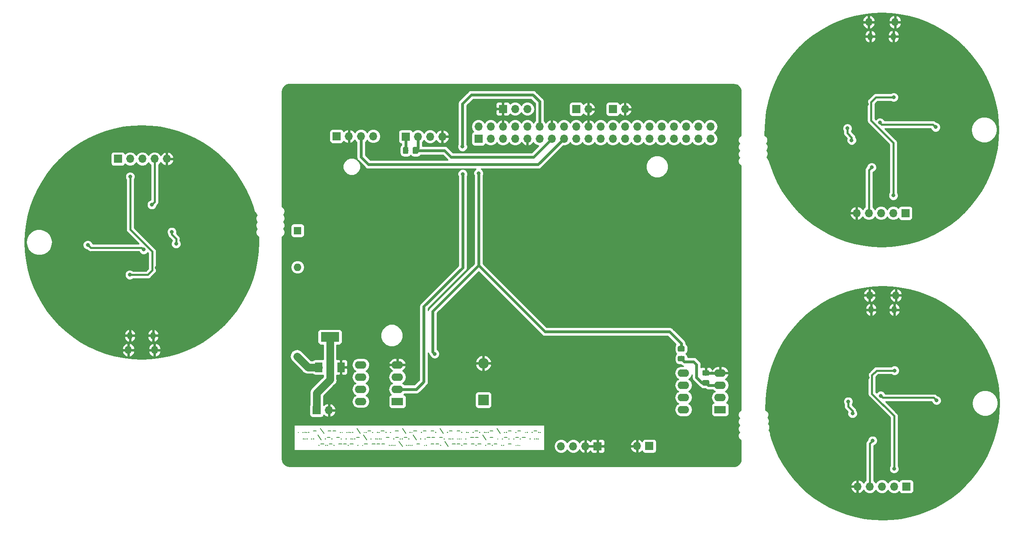
<source format=gbr>
G04 #@! TF.GenerationSoftware,KiCad,Pcbnew,5.0.2-bee76a0~70~ubuntu18.04.1*
G04 #@! TF.CreationDate,2019-08-21T16:40:53-04:00*
G04 #@! TF.ProjectId,output.pcb,6f757470-7574-42e7-9063-622e6b696361,rev?*
G04 #@! TF.SameCoordinates,Original*
G04 #@! TF.FileFunction,Copper,L2,Bot*
G04 #@! TF.FilePolarity,Positive*
%FSLAX46Y46*%
G04 Gerber Fmt 4.6, Leading zero omitted, Abs format (unit mm)*
G04 Created by KiCad (PCBNEW 5.0.2-bee76a0~70~ubuntu18.04.1) date Wed 21 Aug 2019 04:40:53 PM EDT*
%MOMM*%
%LPD*%
G01*
G04 APERTURE LIST*
G04 #@! TA.AperFunction,NonConductor*
%ADD10C,0.150000*%
G04 #@! TD*
G04 #@! TA.AperFunction,ComponentPad*
%ADD11O,1.350000X1.700000*%
G04 #@! TD*
G04 #@! TA.AperFunction,ComponentPad*
%ADD12O,1.100000X1.500000*%
G04 #@! TD*
G04 #@! TA.AperFunction,ComponentPad*
%ADD13O,1.700000X1.700000*%
G04 #@! TD*
G04 #@! TA.AperFunction,ComponentPad*
%ADD14R,1.700000X1.700000*%
G04 #@! TD*
G04 #@! TA.AperFunction,ComponentPad*
%ADD15R,2.200000X2.200000*%
G04 #@! TD*
G04 #@! TA.AperFunction,ComponentPad*
%ADD16O,2.200000X2.200000*%
G04 #@! TD*
G04 #@! TA.AperFunction,Conductor*
%ADD17C,0.100000*%
G04 #@! TD*
G04 #@! TA.AperFunction,SMDPad,CuDef*
%ADD18C,1.150000*%
G04 #@! TD*
G04 #@! TA.AperFunction,ComponentPad*
%ADD19O,2.400000X1.600000*%
G04 #@! TD*
G04 #@! TA.AperFunction,ComponentPad*
%ADD20R,2.400000X1.600000*%
G04 #@! TD*
G04 #@! TA.AperFunction,SMDPad,CuDef*
%ADD21R,3.800000X2.000000*%
G04 #@! TD*
G04 #@! TA.AperFunction,SMDPad,CuDef*
%ADD22R,1.500000X2.000000*%
G04 #@! TD*
G04 #@! TA.AperFunction,ComponentPad*
%ADD23R,1.600000X1.600000*%
G04 #@! TD*
G04 #@! TA.AperFunction,ComponentPad*
%ADD24O,1.600000X1.600000*%
G04 #@! TD*
G04 #@! TA.AperFunction,ViaPad*
%ADD25C,0.800000*%
G04 #@! TD*
G04 #@! TA.AperFunction,ViaPad*
%ADD26C,1.200000*%
G04 #@! TD*
G04 #@! TA.AperFunction,Conductor*
%ADD27C,0.400000*%
G04 #@! TD*
G04 #@! TA.AperFunction,Conductor*
%ADD28C,0.600000*%
G04 #@! TD*
G04 #@! TA.AperFunction,Conductor*
%ADD29C,1.600000*%
G04 #@! TD*
G04 #@! TA.AperFunction,Conductor*
%ADD30C,0.254000*%
G04 #@! TD*
G04 APERTURE END LIST*
D10*
X143849752Y-126418314D02*
X143811657Y-126456409D01*
X143849752Y-126494504D01*
X143887847Y-126456409D01*
X143849752Y-126418314D01*
X143849752Y-126494504D01*
X143468799Y-126418314D02*
X143430704Y-126456409D01*
X143468799Y-126494504D01*
X143506895Y-126456409D01*
X143468799Y-126418314D01*
X143468799Y-126494504D01*
X143087847Y-126189742D02*
X142478323Y-126189742D01*
X142097371Y-126418314D02*
X142059276Y-126456409D01*
X142097371Y-126494504D01*
X142135466Y-126456409D01*
X142097371Y-126418314D01*
X142097371Y-126494504D01*
X141106895Y-126418314D02*
X141068800Y-126456409D01*
X141106895Y-126494504D01*
X141144990Y-126456409D01*
X141106895Y-126418314D01*
X141106895Y-126494504D01*
X140725942Y-126418314D02*
X140687847Y-126456409D01*
X140725942Y-126494504D01*
X140764038Y-126456409D01*
X140725942Y-126418314D01*
X140725942Y-126494504D01*
X139735466Y-126189742D02*
X139125942Y-126189742D01*
X138744990Y-126418314D02*
X138706895Y-126456409D01*
X138744990Y-126494504D01*
X138783085Y-126456409D01*
X138744990Y-126418314D01*
X138744990Y-126494504D01*
X137754514Y-126189742D02*
X137144990Y-126189742D01*
X136764038Y-126418314D02*
X136725942Y-126456409D01*
X136764038Y-126494504D01*
X136802133Y-126456409D01*
X136764038Y-126418314D01*
X136764038Y-126494504D01*
X136383085Y-126418314D02*
X136344990Y-126456409D01*
X136383085Y-126494504D01*
X136421180Y-126456409D01*
X136383085Y-126418314D01*
X136383085Y-126494504D01*
X134821180Y-125656409D02*
X135506895Y-126684980D01*
X133944990Y-126189742D02*
X133335466Y-126189742D01*
X132954514Y-126418314D02*
X132916419Y-126456409D01*
X132954514Y-126494504D01*
X132992609Y-126456409D01*
X132954514Y-126418314D01*
X132954514Y-126494504D01*
X132573561Y-126418314D02*
X132535466Y-126456409D01*
X132573561Y-126494504D01*
X132611657Y-126456409D01*
X132573561Y-126418314D01*
X132573561Y-126494504D01*
X132192609Y-126418314D02*
X132154514Y-126456409D01*
X132192609Y-126494504D01*
X132230704Y-126456409D01*
X132192609Y-126418314D01*
X132192609Y-126494504D01*
X131202133Y-126418314D02*
X131164038Y-126456409D01*
X131202133Y-126494504D01*
X131240228Y-126456409D01*
X131202133Y-126418314D01*
X131202133Y-126494504D01*
X130821180Y-126189742D02*
X130211657Y-126189742D01*
X129830704Y-126418314D02*
X129792609Y-126456409D01*
X129830704Y-126494504D01*
X129868799Y-126456409D01*
X129830704Y-126418314D01*
X129830704Y-126494504D01*
X128840228Y-126418314D02*
X128802133Y-126456409D01*
X128840228Y-126494504D01*
X128878323Y-126456409D01*
X128840228Y-126418314D01*
X128840228Y-126494504D01*
X128459276Y-126418314D02*
X128421180Y-126456409D01*
X128459276Y-126494504D01*
X128497371Y-126456409D01*
X128459276Y-126418314D01*
X128459276Y-126494504D01*
X127468800Y-126418314D02*
X127430704Y-126456409D01*
X127468800Y-126494504D01*
X127506895Y-126456409D01*
X127468800Y-126418314D01*
X127468800Y-126494504D01*
X127087847Y-126189742D02*
X126478323Y-126189742D01*
X125487847Y-126189742D02*
X124878323Y-126189742D01*
X124497371Y-126418314D02*
X124459276Y-126456409D01*
X124497371Y-126494504D01*
X124535466Y-126456409D01*
X124497371Y-126418314D01*
X124497371Y-126494504D01*
X122935466Y-125656409D02*
X123621180Y-126684980D01*
X122059276Y-126418314D02*
X122021180Y-126456409D01*
X122059276Y-126494504D01*
X122097371Y-126456409D01*
X122059276Y-126418314D01*
X122059276Y-126494504D01*
X121678323Y-126189742D02*
X121068800Y-126189742D01*
X120078323Y-126189742D02*
X119468800Y-126189742D01*
X119087847Y-126418314D02*
X119049752Y-126456409D01*
X119087847Y-126494504D01*
X119125942Y-126456409D01*
X119087847Y-126418314D01*
X119087847Y-126494504D01*
X118097371Y-126189742D02*
X117487847Y-126189742D01*
X117106895Y-126418314D02*
X117068800Y-126456409D01*
X117106895Y-126494504D01*
X117144990Y-126456409D01*
X117106895Y-126418314D01*
X117106895Y-126494504D01*
X116725942Y-126418314D02*
X116687847Y-126456409D01*
X116725942Y-126494504D01*
X116764038Y-126456409D01*
X116725942Y-126418314D01*
X116725942Y-126494504D01*
X115164038Y-125656409D02*
X115849752Y-126684980D01*
X114287847Y-126189742D02*
X113678323Y-126189742D01*
X112687847Y-126418314D02*
X112649752Y-126456409D01*
X112687847Y-126494504D01*
X112725942Y-126456409D01*
X112687847Y-126418314D01*
X112687847Y-126494504D01*
X111697371Y-126418314D02*
X111659276Y-126456409D01*
X111697371Y-126494504D01*
X111735466Y-126456409D01*
X111697371Y-126418314D01*
X111697371Y-126494504D01*
X111316419Y-126189742D02*
X110706895Y-126189742D01*
X110325942Y-126418314D02*
X110287847Y-126456409D01*
X110325942Y-126494504D01*
X110364038Y-126456409D01*
X110325942Y-126418314D01*
X110325942Y-126494504D01*
X109944990Y-126418314D02*
X109906895Y-126456409D01*
X109944990Y-126494504D01*
X109983085Y-126456409D01*
X109944990Y-126418314D01*
X109944990Y-126494504D01*
X108954514Y-126418314D02*
X108916419Y-126456409D01*
X108954514Y-126494504D01*
X108992609Y-126456409D01*
X108954514Y-126418314D01*
X108954514Y-126494504D01*
X108573561Y-126189742D02*
X107964038Y-126189742D01*
X107583085Y-126418314D02*
X107544990Y-126456409D01*
X107583085Y-126494504D01*
X107621180Y-126456409D01*
X107583085Y-126418314D01*
X107583085Y-126494504D01*
X107202133Y-126418314D02*
X107164038Y-126456409D01*
X107202133Y-126494504D01*
X107240228Y-126456409D01*
X107202133Y-126418314D01*
X107202133Y-126494504D01*
X105640228Y-125656409D02*
X106325942Y-126684980D01*
X104764038Y-126418314D02*
X104725942Y-126456409D01*
X104764038Y-126494504D01*
X104802133Y-126456409D01*
X104764038Y-126418314D01*
X104764038Y-126494504D01*
X104383085Y-126418314D02*
X104344990Y-126456409D01*
X104383085Y-126494504D01*
X104421180Y-126456409D01*
X104383085Y-126418314D01*
X104383085Y-126494504D01*
X104002133Y-126418314D02*
X103964038Y-126456409D01*
X104002133Y-126494504D01*
X104040228Y-126456409D01*
X104002133Y-126418314D01*
X104002133Y-126494504D01*
X103621180Y-126418314D02*
X103583085Y-126456409D01*
X103621180Y-126494504D01*
X103659276Y-126456409D01*
X103621180Y-126418314D01*
X103621180Y-126494504D01*
X102630704Y-126418314D02*
X102592609Y-126456409D01*
X102630704Y-126494504D01*
X102668800Y-126456409D01*
X102630704Y-126418314D01*
X102630704Y-126494504D01*
X102249752Y-126418314D02*
X102211657Y-126456409D01*
X102249752Y-126494504D01*
X102287847Y-126456409D01*
X102249752Y-126418314D01*
X102249752Y-126494504D01*
X101259276Y-126189742D02*
X100649752Y-126189742D01*
X100268800Y-126189742D02*
X99659276Y-126189742D01*
X98097371Y-125656409D02*
X98783085Y-126684980D01*
X97221180Y-126189742D02*
X96611657Y-126189742D01*
X95621180Y-126418314D02*
X95583085Y-126456409D01*
X95621180Y-126494504D01*
X95659276Y-126456409D01*
X95621180Y-126418314D01*
X95621180Y-126494504D01*
X95240228Y-126418314D02*
X95202133Y-126456409D01*
X95240228Y-126494504D01*
X95278323Y-126456409D01*
X95240228Y-126418314D01*
X95240228Y-126494504D01*
X94859276Y-126418314D02*
X94821180Y-126456409D01*
X94859276Y-126494504D01*
X94897371Y-126456409D01*
X94859276Y-126418314D01*
X94859276Y-126494504D01*
X94478323Y-126418314D02*
X94440228Y-126456409D01*
X94478323Y-126494504D01*
X94516419Y-126456409D01*
X94478323Y-126418314D01*
X94478323Y-126494504D01*
X93487847Y-126418314D02*
X93449752Y-126456409D01*
X93487847Y-126494504D01*
X93525942Y-126456409D01*
X93487847Y-126418314D01*
X93487847Y-126494504D01*
X143430704Y-127768314D02*
X143392609Y-127806409D01*
X143430704Y-127844504D01*
X143468799Y-127806409D01*
X143430704Y-127768314D01*
X143430704Y-127844504D01*
X143049752Y-127768314D02*
X143011657Y-127806409D01*
X143049752Y-127844504D01*
X143087847Y-127806409D01*
X143049752Y-127768314D01*
X143049752Y-127844504D01*
X142668799Y-127768314D02*
X142630704Y-127806409D01*
X142668799Y-127844504D01*
X142706895Y-127806409D01*
X142668799Y-127768314D01*
X142668799Y-127844504D01*
X141678323Y-127768314D02*
X141640228Y-127806409D01*
X141678323Y-127844504D01*
X141716419Y-127806409D01*
X141678323Y-127768314D01*
X141678323Y-127844504D01*
X140687847Y-127539742D02*
X140078323Y-127539742D01*
X139697371Y-127768314D02*
X139659276Y-127806409D01*
X139697371Y-127844504D01*
X139735466Y-127806409D01*
X139697371Y-127768314D01*
X139697371Y-127844504D01*
X139316419Y-127539742D02*
X138706895Y-127539742D01*
X138325942Y-127768314D02*
X138287847Y-127806409D01*
X138325942Y-127844504D01*
X138364038Y-127806409D01*
X138325942Y-127768314D01*
X138325942Y-127844504D01*
X137335466Y-127768314D02*
X137297371Y-127806409D01*
X137335466Y-127844504D01*
X137373561Y-127806409D01*
X137335466Y-127768314D01*
X137335466Y-127844504D01*
X136954514Y-127539742D02*
X136344990Y-127539742D01*
X135964038Y-127768314D02*
X135925942Y-127806409D01*
X135964038Y-127844504D01*
X136002133Y-127806409D01*
X135964038Y-127768314D01*
X135964038Y-127844504D01*
X134973561Y-127768314D02*
X134935466Y-127806409D01*
X134973561Y-127844504D01*
X135011657Y-127806409D01*
X134973561Y-127768314D01*
X134973561Y-127844504D01*
X133983085Y-127539742D02*
X133373561Y-127539742D01*
X131811657Y-127006409D02*
X132497371Y-128034980D01*
X130935466Y-127539742D02*
X130325942Y-127539742D01*
X129944990Y-127539742D02*
X129335466Y-127539742D01*
X128344990Y-127768314D02*
X128306895Y-127806409D01*
X128344990Y-127844504D01*
X128383085Y-127806409D01*
X128344990Y-127768314D01*
X128344990Y-127844504D01*
X127354514Y-127768314D02*
X127316419Y-127806409D01*
X127354514Y-127844504D01*
X127392609Y-127806409D01*
X127354514Y-127768314D01*
X127354514Y-127844504D01*
X126973561Y-127768314D02*
X126935466Y-127806409D01*
X126973561Y-127844504D01*
X127011657Y-127806409D01*
X126973561Y-127768314D01*
X126973561Y-127844504D01*
X126592609Y-127768314D02*
X126554514Y-127806409D01*
X126592609Y-127844504D01*
X126630704Y-127806409D01*
X126592609Y-127768314D01*
X126592609Y-127844504D01*
X125602133Y-127768314D02*
X125564038Y-127806409D01*
X125602133Y-127844504D01*
X125640228Y-127806409D01*
X125602133Y-127768314D01*
X125602133Y-127844504D01*
X125221180Y-127768314D02*
X125183085Y-127806409D01*
X125221180Y-127844504D01*
X125259276Y-127806409D01*
X125221180Y-127768314D01*
X125221180Y-127844504D01*
X124840228Y-127768314D02*
X124802133Y-127806409D01*
X124840228Y-127844504D01*
X124878323Y-127806409D01*
X124840228Y-127768314D01*
X124840228Y-127844504D01*
X123849752Y-127768314D02*
X123811657Y-127806409D01*
X123849752Y-127844504D01*
X123887847Y-127806409D01*
X123849752Y-127768314D01*
X123849752Y-127844504D01*
X123468799Y-127539742D02*
X122859276Y-127539742D01*
X121868799Y-127539742D02*
X121259276Y-127539742D01*
X120878323Y-127539742D02*
X120268799Y-127539742D01*
X119887847Y-127768314D02*
X119849752Y-127806409D01*
X119887847Y-127844504D01*
X119925942Y-127806409D01*
X119887847Y-127768314D01*
X119887847Y-127844504D01*
X118897371Y-127768314D02*
X118859276Y-127806409D01*
X118897371Y-127844504D01*
X118935466Y-127806409D01*
X118897371Y-127768314D01*
X118897371Y-127844504D01*
X117335466Y-127006409D02*
X118021180Y-128034980D01*
X116459276Y-127768314D02*
X116421180Y-127806409D01*
X116459276Y-127844504D01*
X116497371Y-127806409D01*
X116459276Y-127768314D01*
X116459276Y-127844504D01*
X116078323Y-127539742D02*
X115468799Y-127539742D01*
X115087847Y-127768314D02*
X115049752Y-127806409D01*
X115087847Y-127844504D01*
X115125942Y-127806409D01*
X115087847Y-127768314D01*
X115087847Y-127844504D01*
X114706895Y-127768314D02*
X114668799Y-127806409D01*
X114706895Y-127844504D01*
X114744990Y-127806409D01*
X114706895Y-127768314D01*
X114706895Y-127844504D01*
X114325942Y-127539742D02*
X113716419Y-127539742D01*
X113335466Y-127768314D02*
X113297371Y-127806409D01*
X113335466Y-127844504D01*
X113373561Y-127806409D01*
X113335466Y-127768314D01*
X113335466Y-127844504D01*
X112344990Y-127539742D02*
X111735466Y-127539742D01*
X110744990Y-127768314D02*
X110706895Y-127806409D01*
X110744990Y-127844504D01*
X110783085Y-127806409D01*
X110744990Y-127768314D01*
X110744990Y-127844504D01*
X110364038Y-127768314D02*
X110325942Y-127806409D01*
X110364038Y-127844504D01*
X110402133Y-127806409D01*
X110364038Y-127768314D01*
X110364038Y-127844504D01*
X109983085Y-127768314D02*
X109944990Y-127806409D01*
X109983085Y-127844504D01*
X110021180Y-127806409D01*
X109983085Y-127768314D01*
X109983085Y-127844504D01*
X109602133Y-127768314D02*
X109564038Y-127806409D01*
X109602133Y-127844504D01*
X109640228Y-127806409D01*
X109602133Y-127768314D01*
X109602133Y-127844504D01*
X108611657Y-127768314D02*
X108573561Y-127806409D01*
X108611657Y-127844504D01*
X108649752Y-127806409D01*
X108611657Y-127768314D01*
X108611657Y-127844504D01*
X107049752Y-127006409D02*
X107735466Y-128034980D01*
X106173561Y-127539742D02*
X105564038Y-127539742D01*
X105183085Y-127768314D02*
X105144990Y-127806409D01*
X105183085Y-127844504D01*
X105221180Y-127806409D01*
X105183085Y-127768314D01*
X105183085Y-127844504D01*
X104802133Y-127768314D02*
X104764038Y-127806409D01*
X104802133Y-127844504D01*
X104840228Y-127806409D01*
X104802133Y-127768314D01*
X104802133Y-127844504D01*
X104421180Y-127768314D02*
X104383085Y-127806409D01*
X104421180Y-127844504D01*
X104459276Y-127806409D01*
X104421180Y-127768314D01*
X104421180Y-127844504D01*
X103430704Y-127768314D02*
X103392609Y-127806409D01*
X103430704Y-127844504D01*
X103468799Y-127806409D01*
X103430704Y-127768314D01*
X103430704Y-127844504D01*
X102440228Y-127768314D02*
X102402133Y-127806409D01*
X102440228Y-127844504D01*
X102478323Y-127806409D01*
X102440228Y-127768314D01*
X102440228Y-127844504D01*
X102059276Y-127539742D02*
X101449752Y-127539742D01*
X100459276Y-127768314D02*
X100421180Y-127806409D01*
X100459276Y-127844504D01*
X100497371Y-127806409D01*
X100459276Y-127768314D01*
X100459276Y-127844504D01*
X100078323Y-127539742D02*
X99468799Y-127539742D01*
X99087847Y-127768314D02*
X99049752Y-127806409D01*
X99087847Y-127844504D01*
X99125942Y-127806409D01*
X99087847Y-127768314D01*
X99087847Y-127844504D01*
X97525942Y-127006409D02*
X98211657Y-128034980D01*
X96649752Y-127768314D02*
X96611657Y-127806409D01*
X96649752Y-127844504D01*
X96687847Y-127806409D01*
X96649752Y-127768314D01*
X96649752Y-127844504D01*
X96268799Y-127768314D02*
X96230704Y-127806409D01*
X96268799Y-127844504D01*
X96306895Y-127806409D01*
X96268799Y-127768314D01*
X96268799Y-127844504D01*
X95278323Y-127768314D02*
X95240228Y-127806409D01*
X95278323Y-127844504D01*
X95316419Y-127806409D01*
X95278323Y-127768314D01*
X95278323Y-127844504D01*
X94897371Y-127768314D02*
X94859276Y-127806409D01*
X94897371Y-127844504D01*
X94935466Y-127806409D01*
X94897371Y-127768314D01*
X94897371Y-127844504D01*
X94516419Y-127768314D02*
X94478323Y-127806409D01*
X94516419Y-127844504D01*
X94554514Y-127806409D01*
X94516419Y-127768314D01*
X94516419Y-127844504D01*
X139544990Y-129118314D02*
X139506895Y-129156409D01*
X139544990Y-129194504D01*
X139583085Y-129156409D01*
X139544990Y-129118314D01*
X139544990Y-129194504D01*
X139164038Y-129118314D02*
X139125942Y-129156409D01*
X139164038Y-129194504D01*
X139202133Y-129156409D01*
X139164038Y-129118314D01*
X139164038Y-129194504D01*
X138783085Y-129118314D02*
X138744990Y-129156409D01*
X138783085Y-129194504D01*
X138821180Y-129156409D01*
X138783085Y-129118314D01*
X138783085Y-129194504D01*
X137792609Y-128889742D02*
X137183085Y-128889742D01*
X136192609Y-129118314D02*
X136154514Y-129156409D01*
X136192609Y-129194504D01*
X136230704Y-129156409D01*
X136192609Y-129118314D01*
X136192609Y-129194504D01*
X135811657Y-129118314D02*
X135773561Y-129156409D01*
X135811657Y-129194504D01*
X135849752Y-129156409D01*
X135811657Y-129118314D01*
X135811657Y-129194504D01*
X134821180Y-128889742D02*
X134211657Y-128889742D01*
X133830704Y-129118314D02*
X133792609Y-129156409D01*
X133830704Y-129194504D01*
X133868800Y-129156409D01*
X133830704Y-129118314D01*
X133830704Y-129194504D01*
X133449752Y-128889742D02*
X132840228Y-128889742D01*
X132459276Y-129118314D02*
X132421180Y-129156409D01*
X132459276Y-129194504D01*
X132497371Y-129156409D01*
X132459276Y-129118314D01*
X132459276Y-129194504D01*
X131468800Y-128889742D02*
X130859276Y-128889742D01*
X130478323Y-129118314D02*
X130440228Y-129156409D01*
X130478323Y-129194504D01*
X130516419Y-129156409D01*
X130478323Y-129118314D01*
X130478323Y-129194504D01*
X130097371Y-128889742D02*
X129487847Y-128889742D01*
X128497371Y-128889742D02*
X127887847Y-128889742D01*
X127506895Y-129118314D02*
X127468800Y-129156409D01*
X127506895Y-129194504D01*
X127544990Y-129156409D01*
X127506895Y-129118314D01*
X127506895Y-129194504D01*
X127125942Y-128889742D02*
X126516419Y-128889742D01*
X126135466Y-128889742D02*
X125525942Y-128889742D01*
X123964038Y-128356409D02*
X124649752Y-129384980D01*
X123087847Y-129118314D02*
X123049752Y-129156409D01*
X123087847Y-129194504D01*
X123125942Y-129156409D01*
X123087847Y-129118314D01*
X123087847Y-129194504D01*
X122706895Y-128889742D02*
X122097371Y-128889742D01*
X121716419Y-128889742D02*
X121106895Y-128889742D01*
X120116419Y-129118314D02*
X120078323Y-129156409D01*
X120116419Y-129194504D01*
X120154514Y-129156409D01*
X120116419Y-129118314D01*
X120116419Y-129194504D01*
X119735466Y-129118314D02*
X119697371Y-129156409D01*
X119735466Y-129194504D01*
X119773561Y-129156409D01*
X119735466Y-129118314D01*
X119735466Y-129194504D01*
X118744990Y-128889742D02*
X118135466Y-128889742D01*
X117144990Y-129118314D02*
X117106895Y-129156409D01*
X117144990Y-129194504D01*
X117183085Y-129156409D01*
X117144990Y-129118314D01*
X117144990Y-129194504D01*
X116764038Y-129118314D02*
X116725942Y-129156409D01*
X116764038Y-129194504D01*
X116802133Y-129156409D01*
X116764038Y-129118314D01*
X116764038Y-129194504D01*
X116383085Y-129118314D02*
X116344990Y-129156409D01*
X116383085Y-129194504D01*
X116421180Y-129156409D01*
X116383085Y-129118314D01*
X116383085Y-129194504D01*
X116002133Y-129118314D02*
X115964038Y-129156409D01*
X116002133Y-129194504D01*
X116040228Y-129156409D01*
X116002133Y-129118314D01*
X116002133Y-129194504D01*
X114440228Y-128356409D02*
X115125942Y-129384980D01*
X113564038Y-129118314D02*
X113525942Y-129156409D01*
X113564038Y-129194504D01*
X113602133Y-129156409D01*
X113564038Y-129118314D01*
X113564038Y-129194504D01*
X113183085Y-129118314D02*
X113144990Y-129156409D01*
X113183085Y-129194504D01*
X113221180Y-129156409D01*
X113183085Y-129118314D01*
X113183085Y-129194504D01*
X112802133Y-129118314D02*
X112764038Y-129156409D01*
X112802133Y-129194504D01*
X112840228Y-129156409D01*
X112802133Y-129118314D01*
X112802133Y-129194504D01*
X112421180Y-129118314D02*
X112383085Y-129156409D01*
X112421180Y-129194504D01*
X112459276Y-129156409D01*
X112421180Y-129118314D01*
X112421180Y-129194504D01*
X111430704Y-128889742D02*
X110821180Y-128889742D01*
X110440228Y-128889742D02*
X109830704Y-128889742D01*
X109449752Y-128889742D02*
X108840228Y-128889742D01*
X107849752Y-128889742D02*
X107240228Y-128889742D01*
X106859276Y-129118314D02*
X106821180Y-129156409D01*
X106859276Y-129194504D01*
X106897371Y-129156409D01*
X106859276Y-129118314D01*
X106859276Y-129194504D01*
X105868800Y-129118314D02*
X105830704Y-129156409D01*
X105868800Y-129194504D01*
X105906895Y-129156409D01*
X105868800Y-129118314D01*
X105868800Y-129194504D01*
X104878323Y-128889742D02*
X104268800Y-128889742D01*
X103887847Y-129118314D02*
X103849752Y-129156409D01*
X103887847Y-129194504D01*
X103925942Y-129156409D01*
X103887847Y-129118314D01*
X103887847Y-129194504D01*
X103506895Y-128889742D02*
X102897371Y-128889742D01*
X102516419Y-128889742D02*
X101906895Y-128889742D01*
X100916419Y-129118314D02*
X100878323Y-129156409D01*
X100916419Y-129194504D01*
X100954514Y-129156409D01*
X100916419Y-129118314D01*
X100916419Y-129194504D01*
X100535466Y-128889742D02*
X99925942Y-128889742D01*
X99544990Y-129118314D02*
X99506895Y-129156409D01*
X99544990Y-129194504D01*
X99583085Y-129156409D01*
X99544990Y-129118314D01*
X99544990Y-129194504D01*
X99164038Y-129118314D02*
X99125942Y-129156409D01*
X99164038Y-129194504D01*
X99202133Y-129156409D01*
X99164038Y-129118314D01*
X99164038Y-129194504D01*
X98783085Y-128889742D02*
X98173561Y-128889742D01*
X97792609Y-129118314D02*
X97754514Y-129156409D01*
X97792609Y-129194504D01*
X97830704Y-129156409D01*
X97792609Y-129118314D01*
X97792609Y-129194504D01*
D11*
G04 #@! TO.P,J1,6*
G04 #@! TO.N,GND*
X212325000Y-97945000D03*
X217785000Y-97945000D03*
D12*
X212635000Y-100945000D03*
X217475000Y-100945000D03*
G04 #@! TD*
D13*
G04 #@! TO.P,J2,5*
G04 #@! TO.N,GND*
X209804000Y-137718800D03*
G04 #@! TO.P,J2,4*
G04 #@! TO.N,Net-(J2-Pad4)*
X212344000Y-137718800D03*
G04 #@! TO.P,J2,3*
G04 #@! TO.N,Net-(J2-Pad3)*
X214884000Y-137718800D03*
G04 #@! TO.P,J2,2*
G04 #@! TO.N,Net-(C3-Pad1)*
X217424000Y-137718800D03*
D14*
G04 #@! TO.P,J2,1*
G04 #@! TO.N,Net-(C1-Pad1)*
X219964000Y-137718800D03*
G04 #@! TD*
D11*
G04 #@! TO.P,J1,6*
G04 #@! TO.N,GND*
X212147200Y-41074400D03*
X217607200Y-41074400D03*
D12*
X212457200Y-44074400D03*
X217297200Y-44074400D03*
G04 #@! TD*
D13*
G04 #@! TO.P,J2,5*
G04 #@! TO.N,GND*
X209626200Y-80848200D03*
G04 #@! TO.P,J2,4*
G04 #@! TO.N,Net-(J2-Pad4)*
X212166200Y-80848200D03*
G04 #@! TO.P,J2,3*
G04 #@! TO.N,Net-(J2-Pad3)*
X214706200Y-80848200D03*
G04 #@! TO.P,J2,2*
G04 #@! TO.N,Net-(C3-Pad1)*
X217246200Y-80848200D03*
D14*
G04 #@! TO.P,J2,1*
G04 #@! TO.N,Net-(C1-Pad1)*
X219786200Y-80848200D03*
G04 #@! TD*
D15*
G04 #@! TO.P,D1,1*
G04 #@! TO.N,Net-(D1-Pad1)*
X131978400Y-119710200D03*
D16*
G04 #@! TO.P,D1,2*
G04 #@! TO.N,GND*
X131978400Y-112090200D03*
G04 #@! TD*
D14*
G04 #@! TO.P,J1,1*
G04 #@! TO.N,+3V3*
X130962400Y-65354200D03*
D13*
G04 #@! TO.P,J1,2*
G04 #@! TO.N,+5V*
X130962400Y-62814200D03*
G04 #@! TO.P,J1,3*
G04 #@! TO.N,Net-(J1-Pad3)*
X133502400Y-65354200D03*
G04 #@! TO.P,J1,4*
G04 #@! TO.N,+5V*
X133502400Y-62814200D03*
G04 #@! TO.P,J1,5*
G04 #@! TO.N,Net-(J1-Pad5)*
X136042400Y-65354200D03*
G04 #@! TO.P,J1,6*
G04 #@! TO.N,GND*
X136042400Y-62814200D03*
G04 #@! TO.P,J1,7*
G04 #@! TO.N,Net-(J1-Pad7)*
X138582400Y-65354200D03*
G04 #@! TO.P,J1,8*
G04 #@! TO.N,/UART_TX_WHT*
X138582400Y-62814200D03*
G04 #@! TO.P,J1,9*
G04 #@! TO.N,GND*
X141122400Y-65354200D03*
G04 #@! TO.P,J1,10*
G04 #@! TO.N,/UART_RX_GRN*
X141122400Y-62814200D03*
G04 #@! TO.P,J1,11*
G04 #@! TO.N,/Fan_On*
X143662400Y-65354200D03*
G04 #@! TO.P,J1,12*
G04 #@! TO.N,/PWM0*
X143662400Y-62814200D03*
G04 #@! TO.P,J1,13*
G04 #@! TO.N,/Temp_D*
X146202400Y-65354200D03*
G04 #@! TO.P,J1,14*
G04 #@! TO.N,GND*
X146202400Y-62814200D03*
G04 #@! TO.P,J1,15*
G04 #@! TO.N,/Smoke_D*
X148742400Y-65354200D03*
G04 #@! TO.P,J1,16*
G04 #@! TO.N,/Alarm_PWM*
X148742400Y-62814200D03*
G04 #@! TO.P,J1,17*
G04 #@! TO.N,Net-(J1-Pad17)*
X151282400Y-65354200D03*
G04 #@! TO.P,J1,18*
G04 #@! TO.N,/LEDs*
X151282400Y-62814200D03*
G04 #@! TO.P,J1,19*
G04 #@! TO.N,Net-(J1-Pad19)*
X153822400Y-65354200D03*
G04 #@! TO.P,J1,20*
G04 #@! TO.N,GND*
X153822400Y-62814200D03*
G04 #@! TO.P,J1,21*
G04 #@! TO.N,Net-(J1-Pad21)*
X156362400Y-65354200D03*
G04 #@! TO.P,J1,22*
G04 #@! TO.N,Net-(J1-Pad22)*
X156362400Y-62814200D03*
G04 #@! TO.P,J1,23*
G04 #@! TO.N,Net-(J1-Pad23)*
X158902400Y-65354200D03*
G04 #@! TO.P,J1,24*
G04 #@! TO.N,Net-(J1-Pad24)*
X158902400Y-62814200D03*
G04 #@! TO.P,J1,25*
G04 #@! TO.N,Net-(J1-Pad25)*
X161442400Y-65354200D03*
G04 #@! TO.P,J1,26*
G04 #@! TO.N,Net-(J1-Pad26)*
X161442400Y-62814200D03*
G04 #@! TO.P,J1,27*
G04 #@! TO.N,Net-(J1-Pad27)*
X163982400Y-65354200D03*
G04 #@! TO.P,J1,28*
G04 #@! TO.N,Net-(J1-Pad28)*
X163982400Y-62814200D03*
G04 #@! TO.P,J1,29*
G04 #@! TO.N,Net-(J1-Pad29)*
X166522400Y-65354200D03*
G04 #@! TO.P,J1,30*
G04 #@! TO.N,Net-(J1-Pad30)*
X166522400Y-62814200D03*
G04 #@! TO.P,J1,31*
G04 #@! TO.N,Net-(J1-Pad31)*
X169062400Y-65354200D03*
G04 #@! TO.P,J1,32*
G04 #@! TO.N,Net-(J1-Pad32)*
X169062400Y-62814200D03*
G04 #@! TO.P,J1,33*
G04 #@! TO.N,Net-(J1-Pad33)*
X171602400Y-65354200D03*
G04 #@! TO.P,J1,34*
G04 #@! TO.N,Net-(J1-Pad34)*
X171602400Y-62814200D03*
G04 #@! TO.P,J1,35*
G04 #@! TO.N,Net-(J1-Pad35)*
X174142400Y-65354200D03*
G04 #@! TO.P,J1,36*
G04 #@! TO.N,Net-(J1-Pad36)*
X174142400Y-62814200D03*
G04 #@! TO.P,J1,37*
G04 #@! TO.N,Net-(J1-Pad37)*
X176682400Y-65354200D03*
G04 #@! TO.P,J1,38*
G04 #@! TO.N,Net-(J1-Pad38)*
X176682400Y-62814200D03*
G04 #@! TO.P,J1,39*
G04 #@! TO.N,Net-(J1-Pad39)*
X179222400Y-65354200D03*
G04 #@! TO.P,J1,40*
G04 #@! TO.N,Net-(J1-Pad40)*
X179222400Y-62814200D03*
G04 #@! TD*
D14*
G04 #@! TO.P,J2,1*
G04 #@! TO.N,+5V*
X101447600Y-64846200D03*
D13*
G04 #@! TO.P,J2,2*
G04 #@! TO.N,GND*
X103987600Y-64846200D03*
G04 #@! TO.P,J2,3*
G04 #@! TO.N,/Smoke_D*
X106527600Y-64846200D03*
G04 #@! TO.P,J2,4*
G04 #@! TO.N,/Smoke_A*
X109067600Y-64846200D03*
G04 #@! TD*
G04 #@! TO.P,J3,2*
G04 #@! TO.N,GND*
X153822400Y-59182000D03*
D14*
G04 #@! TO.P,J3,1*
G04 #@! TO.N,/LEDs*
X151282400Y-59182000D03*
G04 #@! TD*
G04 #@! TO.P,J4,1*
G04 #@! TO.N,+5V*
X115798600Y-64922400D03*
D13*
G04 #@! TO.P,J4,2*
G04 #@! TO.N,/Temp_D*
X118338600Y-64922400D03*
G04 #@! TO.P,J4,3*
G04 #@! TO.N,Net-(J4-Pad3)*
X120878600Y-64922400D03*
G04 #@! TO.P,J4,4*
G04 #@! TO.N,GND*
X123418600Y-64922400D03*
G04 #@! TD*
D14*
G04 #@! TO.P,J5,1*
G04 #@! TO.N,/Alarm_PWM*
X158902400Y-59182000D03*
D13*
G04 #@! TO.P,J5,2*
G04 #@! TO.N,GND*
X161442400Y-59182000D03*
G04 #@! TD*
D14*
G04 #@! TO.P,J6,1*
G04 #@! TO.N,GND*
X136042400Y-59156600D03*
D13*
G04 #@! TO.P,J6,2*
G04 #@! TO.N,/UART_TX_WHT*
X138582400Y-59156600D03*
G04 #@! TO.P,J6,3*
G04 #@! TO.N,/UART_RX_GRN*
X141122400Y-59156600D03*
G04 #@! TD*
D14*
G04 #@! TO.P,J7,1*
G04 #@! TO.N,Net-(J7-Pad1)*
X166497000Y-129311400D03*
D13*
G04 #@! TO.P,J7,2*
G04 #@! TO.N,GND*
X163957000Y-129311400D03*
G04 #@! TD*
D14*
G04 #@! TO.P,J8,1*
G04 #@! TO.N,Net-(J8-Pad1)*
X97307400Y-121843800D03*
D13*
G04 #@! TO.P,J8,2*
G04 #@! TO.N,GND*
X99847400Y-121843800D03*
G04 #@! TD*
G04 #@! TO.P,J9,4*
G04 #@! TO.N,Net-(C5-Pad1)*
X148132800Y-129336800D03*
G04 #@! TO.P,J9,3*
X150672800Y-129336800D03*
G04 #@! TO.P,J9,2*
G04 #@! TO.N,GND*
X153212800Y-129336800D03*
D14*
G04 #@! TO.P,J9,1*
X155752800Y-129336800D03*
G04 #@! TD*
D17*
G04 #@! TO.N,/Temp_D*
G04 #@! TO.C,R1*
G36*
X118205505Y-67093804D02*
X118229773Y-67097404D01*
X118253572Y-67103365D01*
X118276671Y-67111630D01*
X118298850Y-67122120D01*
X118319893Y-67134732D01*
X118339599Y-67149347D01*
X118357777Y-67165823D01*
X118374253Y-67184001D01*
X118388868Y-67203707D01*
X118401480Y-67224750D01*
X118411970Y-67246929D01*
X118420235Y-67270028D01*
X118426196Y-67293827D01*
X118429796Y-67318095D01*
X118431000Y-67342599D01*
X118431000Y-68242601D01*
X118429796Y-68267105D01*
X118426196Y-68291373D01*
X118420235Y-68315172D01*
X118411970Y-68338271D01*
X118401480Y-68360450D01*
X118388868Y-68381493D01*
X118374253Y-68401199D01*
X118357777Y-68419377D01*
X118339599Y-68435853D01*
X118319893Y-68450468D01*
X118298850Y-68463080D01*
X118276671Y-68473570D01*
X118253572Y-68481835D01*
X118229773Y-68487796D01*
X118205505Y-68491396D01*
X118181001Y-68492600D01*
X117530999Y-68492600D01*
X117506495Y-68491396D01*
X117482227Y-68487796D01*
X117458428Y-68481835D01*
X117435329Y-68473570D01*
X117413150Y-68463080D01*
X117392107Y-68450468D01*
X117372401Y-68435853D01*
X117354223Y-68419377D01*
X117337747Y-68401199D01*
X117323132Y-68381493D01*
X117310520Y-68360450D01*
X117300030Y-68338271D01*
X117291765Y-68315172D01*
X117285804Y-68291373D01*
X117282204Y-68267105D01*
X117281000Y-68242601D01*
X117281000Y-67342599D01*
X117282204Y-67318095D01*
X117285804Y-67293827D01*
X117291765Y-67270028D01*
X117300030Y-67246929D01*
X117310520Y-67224750D01*
X117323132Y-67203707D01*
X117337747Y-67184001D01*
X117354223Y-67165823D01*
X117372401Y-67149347D01*
X117392107Y-67134732D01*
X117413150Y-67122120D01*
X117435329Y-67111630D01*
X117458428Y-67103365D01*
X117482227Y-67097404D01*
X117506495Y-67093804D01*
X117530999Y-67092600D01*
X118181001Y-67092600D01*
X118205505Y-67093804D01*
X118205505Y-67093804D01*
G37*
D18*
G04 #@! TD*
G04 #@! TO.P,R1,2*
G04 #@! TO.N,/Temp_D*
X117856000Y-67792600D03*
D17*
G04 #@! TO.N,+5V*
G04 #@! TO.C,R1*
G36*
X116155505Y-67093804D02*
X116179773Y-67097404D01*
X116203572Y-67103365D01*
X116226671Y-67111630D01*
X116248850Y-67122120D01*
X116269893Y-67134732D01*
X116289599Y-67149347D01*
X116307777Y-67165823D01*
X116324253Y-67184001D01*
X116338868Y-67203707D01*
X116351480Y-67224750D01*
X116361970Y-67246929D01*
X116370235Y-67270028D01*
X116376196Y-67293827D01*
X116379796Y-67318095D01*
X116381000Y-67342599D01*
X116381000Y-68242601D01*
X116379796Y-68267105D01*
X116376196Y-68291373D01*
X116370235Y-68315172D01*
X116361970Y-68338271D01*
X116351480Y-68360450D01*
X116338868Y-68381493D01*
X116324253Y-68401199D01*
X116307777Y-68419377D01*
X116289599Y-68435853D01*
X116269893Y-68450468D01*
X116248850Y-68463080D01*
X116226671Y-68473570D01*
X116203572Y-68481835D01*
X116179773Y-68487796D01*
X116155505Y-68491396D01*
X116131001Y-68492600D01*
X115480999Y-68492600D01*
X115456495Y-68491396D01*
X115432227Y-68487796D01*
X115408428Y-68481835D01*
X115385329Y-68473570D01*
X115363150Y-68463080D01*
X115342107Y-68450468D01*
X115322401Y-68435853D01*
X115304223Y-68419377D01*
X115287747Y-68401199D01*
X115273132Y-68381493D01*
X115260520Y-68360450D01*
X115250030Y-68338271D01*
X115241765Y-68315172D01*
X115235804Y-68291373D01*
X115232204Y-68267105D01*
X115231000Y-68242601D01*
X115231000Y-67342599D01*
X115232204Y-67318095D01*
X115235804Y-67293827D01*
X115241765Y-67270028D01*
X115250030Y-67246929D01*
X115260520Y-67224750D01*
X115273132Y-67203707D01*
X115287747Y-67184001D01*
X115304223Y-67165823D01*
X115322401Y-67149347D01*
X115342107Y-67134732D01*
X115363150Y-67122120D01*
X115385329Y-67111630D01*
X115408428Y-67103365D01*
X115432227Y-67097404D01*
X115456495Y-67093804D01*
X115480999Y-67092600D01*
X116131001Y-67092600D01*
X116155505Y-67093804D01*
X116155505Y-67093804D01*
G37*
D18*
G04 #@! TD*
G04 #@! TO.P,R1,1*
G04 #@! TO.N,+5V*
X115806000Y-67792600D03*
D17*
G04 #@! TO.N,+3V3*
G04 #@! TO.C,R4*
G36*
X173600905Y-108493804D02*
X173625173Y-108497404D01*
X173648972Y-108503365D01*
X173672071Y-108511630D01*
X173694250Y-108522120D01*
X173715293Y-108534732D01*
X173734999Y-108549347D01*
X173753177Y-108565823D01*
X173769653Y-108584001D01*
X173784268Y-108603707D01*
X173796880Y-108624750D01*
X173807370Y-108646929D01*
X173815635Y-108670028D01*
X173821596Y-108693827D01*
X173825196Y-108718095D01*
X173826400Y-108742599D01*
X173826400Y-109392601D01*
X173825196Y-109417105D01*
X173821596Y-109441373D01*
X173815635Y-109465172D01*
X173807370Y-109488271D01*
X173796880Y-109510450D01*
X173784268Y-109531493D01*
X173769653Y-109551199D01*
X173753177Y-109569377D01*
X173734999Y-109585853D01*
X173715293Y-109600468D01*
X173694250Y-109613080D01*
X173672071Y-109623570D01*
X173648972Y-109631835D01*
X173625173Y-109637796D01*
X173600905Y-109641396D01*
X173576401Y-109642600D01*
X172676399Y-109642600D01*
X172651895Y-109641396D01*
X172627627Y-109637796D01*
X172603828Y-109631835D01*
X172580729Y-109623570D01*
X172558550Y-109613080D01*
X172537507Y-109600468D01*
X172517801Y-109585853D01*
X172499623Y-109569377D01*
X172483147Y-109551199D01*
X172468532Y-109531493D01*
X172455920Y-109510450D01*
X172445430Y-109488271D01*
X172437165Y-109465172D01*
X172431204Y-109441373D01*
X172427604Y-109417105D01*
X172426400Y-109392601D01*
X172426400Y-108742599D01*
X172427604Y-108718095D01*
X172431204Y-108693827D01*
X172437165Y-108670028D01*
X172445430Y-108646929D01*
X172455920Y-108624750D01*
X172468532Y-108603707D01*
X172483147Y-108584001D01*
X172499623Y-108565823D01*
X172517801Y-108549347D01*
X172537507Y-108534732D01*
X172558550Y-108522120D01*
X172580729Y-108511630D01*
X172603828Y-108503365D01*
X172627627Y-108497404D01*
X172651895Y-108493804D01*
X172676399Y-108492600D01*
X173576401Y-108492600D01*
X173600905Y-108493804D01*
X173600905Y-108493804D01*
G37*
D18*
G04 #@! TD*
G04 #@! TO.P,R4,1*
G04 #@! TO.N,+3V3*
X173126400Y-109067600D03*
D17*
G04 #@! TO.N,Net-(R4-Pad2)*
G04 #@! TO.C,R4*
G36*
X173600905Y-110543804D02*
X173625173Y-110547404D01*
X173648972Y-110553365D01*
X173672071Y-110561630D01*
X173694250Y-110572120D01*
X173715293Y-110584732D01*
X173734999Y-110599347D01*
X173753177Y-110615823D01*
X173769653Y-110634001D01*
X173784268Y-110653707D01*
X173796880Y-110674750D01*
X173807370Y-110696929D01*
X173815635Y-110720028D01*
X173821596Y-110743827D01*
X173825196Y-110768095D01*
X173826400Y-110792599D01*
X173826400Y-111442601D01*
X173825196Y-111467105D01*
X173821596Y-111491373D01*
X173815635Y-111515172D01*
X173807370Y-111538271D01*
X173796880Y-111560450D01*
X173784268Y-111581493D01*
X173769653Y-111601199D01*
X173753177Y-111619377D01*
X173734999Y-111635853D01*
X173715293Y-111650468D01*
X173694250Y-111663080D01*
X173672071Y-111673570D01*
X173648972Y-111681835D01*
X173625173Y-111687796D01*
X173600905Y-111691396D01*
X173576401Y-111692600D01*
X172676399Y-111692600D01*
X172651895Y-111691396D01*
X172627627Y-111687796D01*
X172603828Y-111681835D01*
X172580729Y-111673570D01*
X172558550Y-111663080D01*
X172537507Y-111650468D01*
X172517801Y-111635853D01*
X172499623Y-111619377D01*
X172483147Y-111601199D01*
X172468532Y-111581493D01*
X172455920Y-111560450D01*
X172445430Y-111538271D01*
X172437165Y-111515172D01*
X172431204Y-111491373D01*
X172427604Y-111467105D01*
X172426400Y-111442601D01*
X172426400Y-110792599D01*
X172427604Y-110768095D01*
X172431204Y-110743827D01*
X172437165Y-110720028D01*
X172445430Y-110696929D01*
X172455920Y-110674750D01*
X172468532Y-110653707D01*
X172483147Y-110634001D01*
X172499623Y-110615823D01*
X172517801Y-110599347D01*
X172537507Y-110584732D01*
X172558550Y-110572120D01*
X172580729Y-110561630D01*
X172603828Y-110553365D01*
X172627627Y-110547404D01*
X172651895Y-110543804D01*
X172676399Y-110542600D01*
X173576401Y-110542600D01*
X173600905Y-110543804D01*
X173600905Y-110543804D01*
G37*
D18*
G04 #@! TD*
G04 #@! TO.P,R4,2*
G04 #@! TO.N,Net-(R4-Pad2)*
X173126400Y-111117600D03*
D17*
G04 #@! TO.N,Net-(R4-Pad2)*
G04 #@! TO.C,R5*
G36*
X178731705Y-115580404D02*
X178755973Y-115584004D01*
X178779772Y-115589965D01*
X178802871Y-115598230D01*
X178825050Y-115608720D01*
X178846093Y-115621332D01*
X178865799Y-115635947D01*
X178883977Y-115652423D01*
X178900453Y-115670601D01*
X178915068Y-115690307D01*
X178927680Y-115711350D01*
X178938170Y-115733529D01*
X178946435Y-115756628D01*
X178952396Y-115780427D01*
X178955996Y-115804695D01*
X178957200Y-115829199D01*
X178957200Y-116479201D01*
X178955996Y-116503705D01*
X178952396Y-116527973D01*
X178946435Y-116551772D01*
X178938170Y-116574871D01*
X178927680Y-116597050D01*
X178915068Y-116618093D01*
X178900453Y-116637799D01*
X178883977Y-116655977D01*
X178865799Y-116672453D01*
X178846093Y-116687068D01*
X178825050Y-116699680D01*
X178802871Y-116710170D01*
X178779772Y-116718435D01*
X178755973Y-116724396D01*
X178731705Y-116727996D01*
X178707201Y-116729200D01*
X177807199Y-116729200D01*
X177782695Y-116727996D01*
X177758427Y-116724396D01*
X177734628Y-116718435D01*
X177711529Y-116710170D01*
X177689350Y-116699680D01*
X177668307Y-116687068D01*
X177648601Y-116672453D01*
X177630423Y-116655977D01*
X177613947Y-116637799D01*
X177599332Y-116618093D01*
X177586720Y-116597050D01*
X177576230Y-116574871D01*
X177567965Y-116551772D01*
X177562004Y-116527973D01*
X177558404Y-116503705D01*
X177557200Y-116479201D01*
X177557200Y-115829199D01*
X177558404Y-115804695D01*
X177562004Y-115780427D01*
X177567965Y-115756628D01*
X177576230Y-115733529D01*
X177586720Y-115711350D01*
X177599332Y-115690307D01*
X177613947Y-115670601D01*
X177630423Y-115652423D01*
X177648601Y-115635947D01*
X177668307Y-115621332D01*
X177689350Y-115608720D01*
X177711529Y-115598230D01*
X177734628Y-115589965D01*
X177758427Y-115584004D01*
X177782695Y-115580404D01*
X177807199Y-115579200D01*
X178707201Y-115579200D01*
X178731705Y-115580404D01*
X178731705Y-115580404D01*
G37*
D18*
G04 #@! TD*
G04 #@! TO.P,R5,1*
G04 #@! TO.N,Net-(R4-Pad2)*
X178257200Y-116154200D03*
D17*
G04 #@! TO.N,GND*
G04 #@! TO.C,R5*
G36*
X178731705Y-113530404D02*
X178755973Y-113534004D01*
X178779772Y-113539965D01*
X178802871Y-113548230D01*
X178825050Y-113558720D01*
X178846093Y-113571332D01*
X178865799Y-113585947D01*
X178883977Y-113602423D01*
X178900453Y-113620601D01*
X178915068Y-113640307D01*
X178927680Y-113661350D01*
X178938170Y-113683529D01*
X178946435Y-113706628D01*
X178952396Y-113730427D01*
X178955996Y-113754695D01*
X178957200Y-113779199D01*
X178957200Y-114429201D01*
X178955996Y-114453705D01*
X178952396Y-114477973D01*
X178946435Y-114501772D01*
X178938170Y-114524871D01*
X178927680Y-114547050D01*
X178915068Y-114568093D01*
X178900453Y-114587799D01*
X178883977Y-114605977D01*
X178865799Y-114622453D01*
X178846093Y-114637068D01*
X178825050Y-114649680D01*
X178802871Y-114660170D01*
X178779772Y-114668435D01*
X178755973Y-114674396D01*
X178731705Y-114677996D01*
X178707201Y-114679200D01*
X177807199Y-114679200D01*
X177782695Y-114677996D01*
X177758427Y-114674396D01*
X177734628Y-114668435D01*
X177711529Y-114660170D01*
X177689350Y-114649680D01*
X177668307Y-114637068D01*
X177648601Y-114622453D01*
X177630423Y-114605977D01*
X177613947Y-114587799D01*
X177599332Y-114568093D01*
X177586720Y-114547050D01*
X177576230Y-114524871D01*
X177567965Y-114501772D01*
X177562004Y-114477973D01*
X177558404Y-114453705D01*
X177557200Y-114429201D01*
X177557200Y-113779199D01*
X177558404Y-113754695D01*
X177562004Y-113730427D01*
X177567965Y-113706628D01*
X177576230Y-113683529D01*
X177586720Y-113661350D01*
X177599332Y-113640307D01*
X177613947Y-113620601D01*
X177630423Y-113602423D01*
X177648601Y-113585947D01*
X177668307Y-113571332D01*
X177689350Y-113558720D01*
X177711529Y-113548230D01*
X177734628Y-113539965D01*
X177758427Y-113534004D01*
X177782695Y-113530404D01*
X177807199Y-113529200D01*
X178707201Y-113529200D01*
X178731705Y-113530404D01*
X178731705Y-113530404D01*
G37*
D18*
G04 #@! TD*
G04 #@! TO.P,R5,2*
G04 #@! TO.N,GND*
X178257200Y-114104200D03*
D19*
G04 #@! TO.P,U1,8*
G04 #@! TO.N,Net-(U1-Pad8)*
X106476800Y-120015000D03*
G04 #@! TO.P,U1,4*
G04 #@! TO.N,GND*
X114096800Y-112395000D03*
G04 #@! TO.P,U1,7*
G04 #@! TO.N,+7.5V*
X106476800Y-117475000D03*
G04 #@! TO.P,U1,3*
G04 #@! TO.N,Net-(R2-Pad2)*
X114096800Y-114935000D03*
G04 #@! TO.P,U1,6*
G04 #@! TO.N,/HV_PWM*
X106476800Y-114935000D03*
G04 #@! TO.P,U1,2*
G04 #@! TO.N,/PWM0*
X114096800Y-117475000D03*
G04 #@! TO.P,U1,5*
G04 #@! TO.N,Net-(U1-Pad5)*
X106476800Y-112395000D03*
D20*
G04 #@! TO.P,U1,1*
G04 #@! TO.N,Net-(U1-Pad1)*
X114096800Y-120015000D03*
G04 #@! TD*
G04 #@! TO.P,U2,1*
G04 #@! TO.N,Net-(U2-Pad1)*
X181229000Y-121716800D03*
D19*
G04 #@! TO.P,U2,5*
G04 #@! TO.N,Net-(U2-Pad5)*
X173609000Y-114096800D03*
G04 #@! TO.P,U2,2*
G04 #@! TO.N,/Fan_On*
X181229000Y-119176800D03*
G04 #@! TO.P,U2,6*
G04 #@! TO.N,/HV_FAN*
X173609000Y-116636800D03*
G04 #@! TO.P,U2,3*
G04 #@! TO.N,Net-(R4-Pad2)*
X181229000Y-116636800D03*
G04 #@! TO.P,U2,7*
G04 #@! TO.N,+7.5V*
X173609000Y-119176800D03*
G04 #@! TO.P,U2,4*
G04 #@! TO.N,GND*
X181229000Y-114096800D03*
G04 #@! TO.P,U2,8*
G04 #@! TO.N,Net-(U2-Pad8)*
X173609000Y-121716800D03*
G04 #@! TD*
D21*
G04 #@! TO.P,U3,2*
G04 #@! TO.N,Net-(J8-Pad1)*
X100050600Y-106603400D03*
D22*
X100050600Y-112903400D03*
G04 #@! TO.P,U3,3*
G04 #@! TO.N,+7.5V*
X97750600Y-112903400D03*
G04 #@! TO.P,U3,1*
G04 #@! TO.N,GND*
X102350600Y-112903400D03*
G04 #@! TD*
D23*
G04 #@! TO.P,SW1,1*
G04 #@! TO.N,Net-(BT1-Pad1)*
X93319600Y-84455000D03*
D24*
G04 #@! TO.P,SW1,2*
G04 #@! TO.N,+7.5V*
X93319600Y-92075000D03*
G04 #@! TD*
D12*
G04 #@! TO.P,J1,6*
G04 #@! TO.N,GND*
X58445200Y-106319000D03*
X63285200Y-106319000D03*
D11*
X58135200Y-109319000D03*
X63595200Y-109319000D03*
G04 #@! TD*
D14*
G04 #@! TO.P,J2,1*
G04 #@! TO.N,Net-(C1-Pad1)*
X55956200Y-69545200D03*
D13*
G04 #@! TO.P,J2,2*
G04 #@! TO.N,Net-(C3-Pad1)*
X58496200Y-69545200D03*
G04 #@! TO.P,J2,3*
G04 #@! TO.N,Net-(J2-Pad3)*
X61036200Y-69545200D03*
G04 #@! TO.P,J2,4*
G04 #@! TO.N,Net-(J2-Pad4)*
X63576200Y-69545200D03*
G04 #@! TO.P,J2,5*
G04 #@! TO.N,GND*
X66116200Y-69545200D03*
G04 #@! TD*
D25*
G04 #@! TO.N,*
X67157600Y-84734400D03*
X68046600Y-87223600D03*
X208584800Y-65659000D03*
X207695800Y-63169800D03*
X208762600Y-122529600D03*
X207873600Y-120040400D03*
G04 #@! TO.N,GND*
X53746400Y-95300800D03*
X58191400Y-95199200D03*
X63982600Y-92227400D03*
X63246000Y-94869000D03*
X61341000Y-81178400D03*
X66573400Y-80949800D03*
X217551000Y-55194200D03*
X214401400Y-69215000D03*
X212496400Y-55524400D03*
X211759800Y-58166000D03*
X221996000Y-55092600D03*
X209169000Y-69443600D03*
X217728800Y-112064800D03*
X214579200Y-126085600D03*
X212674200Y-112395000D03*
X211937600Y-115036600D03*
X222173800Y-111963200D03*
X209346800Y-126314200D03*
D26*
G04 #@! TO.N,+7.5V*
X93192600Y-110617000D03*
D25*
G04 #@! TO.N,Net-(D1-Pad1)*
X61290200Y-88417400D03*
X49682400Y-87452200D03*
X214452200Y-61976000D03*
X226060000Y-62941200D03*
X214630000Y-118846600D03*
X226237800Y-119811800D03*
G04 #@! TO.N,+3V3*
X121843800Y-110134400D03*
X130962400Y-72542400D03*
G04 #@! TO.N,/PWM0*
X127635000Y-67005200D03*
X127660400Y-72694800D03*
G04 #@! TO.N,Net-(C3-Pad1)*
X58420000Y-93675200D03*
X58496200Y-73228200D03*
X217322400Y-56718200D03*
X217246200Y-77165200D03*
X217500200Y-113588800D03*
X217424000Y-134035800D03*
G04 #@! TO.N,Net-(J2-Pad4)*
X62992000Y-79095600D03*
X212750400Y-71297800D03*
X212928200Y-128168400D03*
G04 #@! TD*
D27*
G04 #@! TO.N,*
X67157600Y-85300085D02*
X68046600Y-86189085D01*
X67157600Y-84734400D02*
X67157600Y-85300085D01*
X68046600Y-86189085D02*
X68046600Y-87223600D01*
X208584800Y-65659000D02*
X208584800Y-65093315D01*
X207695800Y-64204315D02*
X207695800Y-63169800D01*
X208584800Y-65093315D02*
X207695800Y-64204315D01*
X208762600Y-122529600D02*
X208762600Y-121963915D01*
X207873600Y-121074915D02*
X207873600Y-120040400D01*
X208762600Y-121963915D02*
X207873600Y-121074915D01*
D28*
G04 #@! TO.N,GND*
X181221600Y-114104200D02*
X181229000Y-114096800D01*
X178257200Y-114104200D02*
X181221600Y-114104200D01*
D27*
X54312085Y-95300800D02*
X54362885Y-95250000D01*
X53746400Y-95300800D02*
X54312085Y-95300800D01*
X54362885Y-95250000D02*
X58140600Y-95250000D01*
X58140600Y-95250000D02*
X58191400Y-95199200D01*
X63982600Y-92227400D02*
X63982600Y-94132400D01*
X63982600Y-94132400D02*
X63246000Y-94869000D01*
X61906685Y-81178400D02*
X62135285Y-80949800D01*
X61341000Y-81178400D02*
X61906685Y-81178400D01*
X62135285Y-80949800D02*
X66573400Y-80949800D01*
X217601800Y-55143400D02*
X217551000Y-55194200D01*
X213607115Y-69443600D02*
X209169000Y-69443600D01*
X221996000Y-55092600D02*
X221430315Y-55092600D01*
X211759800Y-58166000D02*
X211759800Y-56261000D01*
X221430315Y-55092600D02*
X221379515Y-55143400D01*
X213835715Y-69215000D02*
X213607115Y-69443600D01*
X211759800Y-56261000D02*
X212496400Y-55524400D01*
X221379515Y-55143400D02*
X217601800Y-55143400D01*
X214401400Y-69215000D02*
X213835715Y-69215000D01*
X217779600Y-112014000D02*
X217728800Y-112064800D01*
X213784915Y-126314200D02*
X209346800Y-126314200D01*
X222173800Y-111963200D02*
X221608115Y-111963200D01*
X211937600Y-115036600D02*
X211937600Y-113131600D01*
X221608115Y-111963200D02*
X221557315Y-112014000D01*
X214013515Y-126085600D02*
X213784915Y-126314200D01*
X211937600Y-113131600D02*
X212674200Y-112395000D01*
X221557315Y-112014000D02*
X217779600Y-112014000D01*
X214579200Y-126085600D02*
X214013515Y-126085600D01*
D29*
G04 #@! TO.N,+7.5V*
X95479000Y-112903400D02*
X93192600Y-110617000D01*
X97750600Y-112903400D02*
X95479000Y-112903400D01*
D27*
G04 #@! TO.N,Net-(D1-Pad1)*
X60890201Y-88017401D02*
X50273001Y-88017401D01*
X61290200Y-88417400D02*
X60890201Y-88017401D01*
X50273001Y-88017401D02*
X49707800Y-87452200D01*
X49707800Y-87452200D02*
X49682400Y-87452200D01*
X214452200Y-61976000D02*
X214852199Y-62375999D01*
X225469399Y-62375999D02*
X226034600Y-62941200D01*
X214852199Y-62375999D02*
X225469399Y-62375999D01*
X226034600Y-62941200D02*
X226060000Y-62941200D01*
X214630000Y-118846600D02*
X215029999Y-119246599D01*
X225647199Y-119246599D02*
X226212400Y-119811800D01*
X215029999Y-119246599D02*
X225647199Y-119246599D01*
X226212400Y-119811800D02*
X226237800Y-119811800D01*
D28*
G04 #@! TO.N,+3V3*
X126034800Y-96647000D02*
X130962400Y-91719400D01*
X130962400Y-91719400D02*
X130962400Y-72542400D01*
X173126400Y-109067600D02*
X173126400Y-107950000D01*
X173126400Y-107950000D02*
X170688000Y-105511600D01*
X144754600Y-105511600D02*
X130962400Y-91719400D01*
X170688000Y-105511600D02*
X144754600Y-105511600D01*
X121443801Y-101237999D02*
X126034800Y-96647000D01*
X121443801Y-109734401D02*
X121443801Y-101237999D01*
X121843800Y-110134400D02*
X121443801Y-109734401D01*
G04 #@! TO.N,+5V*
X115806000Y-64929800D02*
X115798600Y-64922400D01*
X115806000Y-67792600D02*
X115806000Y-64929800D01*
G04 #@! TO.N,/PWM0*
X143662400Y-62814200D02*
X143662400Y-57607200D01*
X143662400Y-57607200D02*
X142240000Y-56184800D01*
X142240000Y-56184800D02*
X129489200Y-56184800D01*
X129489200Y-56184800D02*
X127635000Y-58039000D01*
X127635000Y-58039000D02*
X127635000Y-67005200D01*
X127660400Y-92176600D02*
X127660400Y-72694800D01*
X119583200Y-115925600D02*
X119583200Y-100253800D01*
X114096800Y-117475000D02*
X118033800Y-117475000D01*
X119583200Y-100253800D02*
X127660400Y-92176600D01*
X118033800Y-117475000D02*
X119583200Y-115925600D01*
G04 #@! TO.N,/Smoke_D*
X148742400Y-65354200D02*
X143383000Y-70713600D01*
X106527600Y-64846200D02*
X106527600Y-69164200D01*
X108077000Y-70713600D02*
X143383000Y-70713600D01*
X106527600Y-69164200D02*
X108077000Y-70713600D01*
G04 #@! TO.N,/Temp_D*
X118338600Y-67310000D02*
X117856000Y-67792600D01*
X118338600Y-64922400D02*
X118338600Y-67310000D01*
X117856000Y-67792600D02*
X123901200Y-67792600D01*
X123901200Y-67792600D02*
X125247400Y-69138800D01*
X142417800Y-69138800D02*
X146202400Y-65354200D01*
X125247400Y-69138800D02*
X142417800Y-69138800D01*
D29*
G04 #@! TO.N,Net-(J8-Pad1)*
X100050600Y-112903400D02*
X100050600Y-106603400D01*
X97307400Y-118246600D02*
X97307400Y-121843800D01*
X100050600Y-112903400D02*
X100050600Y-115503400D01*
X100050600Y-115503400D02*
X97307400Y-118246600D01*
D28*
G04 #@! TO.N,Net-(R4-Pad2)*
X178739800Y-116636800D02*
X178257200Y-116154200D01*
X181229000Y-116636800D02*
X178739800Y-116636800D01*
X173749772Y-111740972D02*
X175723572Y-111740972D01*
X173126400Y-111117600D02*
X173749772Y-111740972D01*
X175723572Y-111740972D02*
X176326800Y-112344200D01*
X177457200Y-116154200D02*
X178257200Y-116154200D01*
X176326800Y-115023800D02*
X177457200Y-116154200D01*
X176326800Y-112344200D02*
X176326800Y-115023800D01*
D27*
G04 #@! TO.N,Net-(C3-Pad1)*
X58420000Y-93675200D02*
X62128400Y-93675200D01*
X62128400Y-93675200D02*
X63119000Y-92684600D01*
X63119000Y-92684600D02*
X63119000Y-88849200D01*
X63119000Y-88849200D02*
X58496200Y-84226400D01*
X58496200Y-84226400D02*
X58496200Y-73228200D01*
X213614000Y-56718200D02*
X212623400Y-57708800D01*
X212623400Y-57708800D02*
X212623400Y-61544200D01*
X217246200Y-66167000D02*
X217246200Y-77165200D01*
X217322400Y-56718200D02*
X213614000Y-56718200D01*
X212623400Y-61544200D02*
X217246200Y-66167000D01*
X213791800Y-113588800D02*
X212801200Y-114579400D01*
X212801200Y-114579400D02*
X212801200Y-118414800D01*
X217424000Y-123037600D02*
X217424000Y-134035800D01*
X217500200Y-113588800D02*
X213791800Y-113588800D01*
X212801200Y-118414800D02*
X217424000Y-123037600D01*
G04 #@! TO.N,Net-(J2-Pad4)*
X63576200Y-78511400D02*
X63576200Y-69545200D01*
X62992000Y-79095600D02*
X63576200Y-78511400D01*
X212750400Y-71297800D02*
X212166200Y-71882000D01*
X212166200Y-71882000D02*
X212166200Y-80848200D01*
X212928200Y-128168400D02*
X212344000Y-128752600D01*
X212344000Y-128752600D02*
X212344000Y-137718800D01*
G04 #@! TD*
D30*
G04 #@! TO.N,GND*
G36*
X184431327Y-54061930D02*
X184809573Y-54225612D01*
X185129869Y-54484982D01*
X185368615Y-54820930D01*
X185511927Y-55218995D01*
X185547801Y-55560313D01*
X185547800Y-64690153D01*
X185396519Y-64752816D01*
X185105368Y-65043967D01*
X184947799Y-65424373D01*
X184947799Y-65836121D01*
X185105368Y-66216527D01*
X185248333Y-66359492D01*
X185105368Y-66502456D01*
X184947799Y-66882862D01*
X184947799Y-67294610D01*
X185105368Y-67675016D01*
X185248333Y-67817981D01*
X185105368Y-67960945D01*
X184947799Y-68341351D01*
X184947799Y-68753099D01*
X185105368Y-69133505D01*
X185248333Y-69276470D01*
X185105368Y-69419434D01*
X184947799Y-69799840D01*
X184947799Y-70211588D01*
X185105368Y-70591994D01*
X185396519Y-70883145D01*
X185547800Y-70945808D01*
X185547801Y-121840185D01*
X185396520Y-121902848D01*
X185105369Y-122193999D01*
X184947800Y-122574405D01*
X184947800Y-122986153D01*
X185105369Y-123366559D01*
X185248334Y-123509524D01*
X185105369Y-123652488D01*
X184947800Y-124032894D01*
X184947800Y-124444642D01*
X185105369Y-124825048D01*
X185248334Y-124968013D01*
X185105369Y-125110977D01*
X184947800Y-125491383D01*
X184947800Y-125903131D01*
X185105369Y-126283537D01*
X185248334Y-126426502D01*
X185105369Y-126569466D01*
X184947800Y-126949872D01*
X184947800Y-127361620D01*
X185105369Y-127742026D01*
X185396520Y-128033177D01*
X185547800Y-128095839D01*
X185547801Y-131957098D01*
X185485470Y-132412126D01*
X185321788Y-132790373D01*
X185062417Y-133110670D01*
X184726471Y-133349415D01*
X184328405Y-133492727D01*
X183987097Y-133528600D01*
X91689895Y-133528600D01*
X91234874Y-133466270D01*
X90856627Y-133302588D01*
X90536330Y-133043217D01*
X90297585Y-132707271D01*
X90154273Y-132309205D01*
X90118400Y-131967897D01*
X90118400Y-124884100D01*
X92587372Y-124884100D01*
X92587372Y-130204100D01*
X144750229Y-130204100D01*
X144750229Y-129336800D01*
X146618708Y-129336800D01*
X146733961Y-129916218D01*
X147062175Y-130407425D01*
X147553382Y-130735639D01*
X147986544Y-130821800D01*
X148279056Y-130821800D01*
X148712218Y-130735639D01*
X149203425Y-130407425D01*
X149402800Y-130109039D01*
X149602175Y-130407425D01*
X150093382Y-130735639D01*
X150526544Y-130821800D01*
X150819056Y-130821800D01*
X151252218Y-130735639D01*
X151743425Y-130407425D01*
X151956643Y-130088322D01*
X152017617Y-130218158D01*
X152445876Y-130608445D01*
X152855910Y-130778276D01*
X153085800Y-130656955D01*
X153085800Y-129463800D01*
X153339800Y-129463800D01*
X153339800Y-130656955D01*
X153569690Y-130778276D01*
X153979724Y-130608445D01*
X154277664Y-130336922D01*
X154364473Y-130546498D01*
X154543101Y-130725127D01*
X154776490Y-130821800D01*
X155467050Y-130821800D01*
X155625800Y-130663050D01*
X155625800Y-129463800D01*
X155879800Y-129463800D01*
X155879800Y-130663050D01*
X156038550Y-130821800D01*
X156729110Y-130821800D01*
X156962499Y-130725127D01*
X157141127Y-130546498D01*
X157237800Y-130313109D01*
X157237800Y-129668292D01*
X162515514Y-129668292D01*
X162761817Y-130192758D01*
X163190076Y-130583045D01*
X163600110Y-130752876D01*
X163830000Y-130631555D01*
X163830000Y-129438400D01*
X162636181Y-129438400D01*
X162515514Y-129668292D01*
X157237800Y-129668292D01*
X157237800Y-129622550D01*
X157079050Y-129463800D01*
X155879800Y-129463800D01*
X155625800Y-129463800D01*
X153339800Y-129463800D01*
X153085800Y-129463800D01*
X153065800Y-129463800D01*
X153065800Y-129209800D01*
X153085800Y-129209800D01*
X153085800Y-128016645D01*
X153339800Y-128016645D01*
X153339800Y-129209800D01*
X155625800Y-129209800D01*
X155625800Y-128010550D01*
X155879800Y-128010550D01*
X155879800Y-129209800D01*
X157079050Y-129209800D01*
X157237800Y-129051050D01*
X157237800Y-128954508D01*
X162515514Y-128954508D01*
X162636181Y-129184400D01*
X163830000Y-129184400D01*
X163830000Y-127991245D01*
X164084000Y-127991245D01*
X164084000Y-129184400D01*
X164104000Y-129184400D01*
X164104000Y-129438400D01*
X164084000Y-129438400D01*
X164084000Y-130631555D01*
X164313890Y-130752876D01*
X164723924Y-130583045D01*
X165028261Y-130305692D01*
X165048843Y-130409165D01*
X165189191Y-130619209D01*
X165399235Y-130759557D01*
X165647000Y-130808840D01*
X167347000Y-130808840D01*
X167594765Y-130759557D01*
X167804809Y-130619209D01*
X167945157Y-130409165D01*
X167994440Y-130161400D01*
X167994440Y-128461400D01*
X167945157Y-128213635D01*
X167804809Y-128003591D01*
X167594765Y-127863243D01*
X167347000Y-127813960D01*
X165647000Y-127813960D01*
X165399235Y-127863243D01*
X165189191Y-128003591D01*
X165048843Y-128213635D01*
X165028261Y-128317108D01*
X164723924Y-128039755D01*
X164313890Y-127869924D01*
X164084000Y-127991245D01*
X163830000Y-127991245D01*
X163600110Y-127869924D01*
X163190076Y-128039755D01*
X162761817Y-128430042D01*
X162515514Y-128954508D01*
X157237800Y-128954508D01*
X157237800Y-128360491D01*
X157141127Y-128127102D01*
X156962499Y-127948473D01*
X156729110Y-127851800D01*
X156038550Y-127851800D01*
X155879800Y-128010550D01*
X155625800Y-128010550D01*
X155467050Y-127851800D01*
X154776490Y-127851800D01*
X154543101Y-127948473D01*
X154364473Y-128127102D01*
X154277664Y-128336678D01*
X153979724Y-128065155D01*
X153569690Y-127895324D01*
X153339800Y-128016645D01*
X153085800Y-128016645D01*
X152855910Y-127895324D01*
X152445876Y-128065155D01*
X152017617Y-128455442D01*
X151956643Y-128585278D01*
X151743425Y-128266175D01*
X151252218Y-127937961D01*
X150819056Y-127851800D01*
X150526544Y-127851800D01*
X150093382Y-127937961D01*
X149602175Y-128266175D01*
X149402800Y-128564561D01*
X149203425Y-128266175D01*
X148712218Y-127937961D01*
X148279056Y-127851800D01*
X147986544Y-127851800D01*
X147553382Y-127937961D01*
X147062175Y-128266175D01*
X146733961Y-128757382D01*
X146618708Y-129336800D01*
X144750229Y-129336800D01*
X144750229Y-124884100D01*
X92587372Y-124884100D01*
X90118400Y-124884100D01*
X90118400Y-110617000D01*
X91729488Y-110617000D01*
X91840861Y-111176909D01*
X92077965Y-111531760D01*
X94364363Y-113818159D01*
X94444423Y-113937977D01*
X94919091Y-114255140D01*
X95337667Y-114338400D01*
X95337670Y-114338400D01*
X95479000Y-114366512D01*
X95620330Y-114338400D01*
X96527550Y-114338400D01*
X96542791Y-114361209D01*
X96752835Y-114501557D01*
X97000600Y-114550840D01*
X98500600Y-114550840D01*
X98615601Y-114527965D01*
X98615601Y-114909003D01*
X96392641Y-117131964D01*
X96272823Y-117212024D01*
X95955660Y-117686692D01*
X95872400Y-118105268D01*
X95872400Y-118105272D01*
X95844288Y-118246600D01*
X95872400Y-118387929D01*
X95872401Y-120726343D01*
X95859243Y-120746035D01*
X95809960Y-120993800D01*
X95809960Y-122693800D01*
X95859243Y-122941565D01*
X95999591Y-123151609D01*
X96209635Y-123291957D01*
X96457400Y-123341240D01*
X98157400Y-123341240D01*
X98405165Y-123291957D01*
X98615209Y-123151609D01*
X98755557Y-122941565D01*
X98776139Y-122838092D01*
X99080476Y-123115445D01*
X99490510Y-123285276D01*
X99720400Y-123163955D01*
X99720400Y-121970800D01*
X99974400Y-121970800D01*
X99974400Y-123163955D01*
X100204290Y-123285276D01*
X100614324Y-123115445D01*
X101042583Y-122725158D01*
X101288886Y-122200692D01*
X101168219Y-121970800D01*
X99974400Y-121970800D01*
X99720400Y-121970800D01*
X99700400Y-121970800D01*
X99700400Y-121716800D01*
X99720400Y-121716800D01*
X99720400Y-120523645D01*
X99974400Y-120523645D01*
X99974400Y-121716800D01*
X101168219Y-121716800D01*
X101288886Y-121486908D01*
X101042583Y-120962442D01*
X100614324Y-120572155D01*
X100204290Y-120402324D01*
X99974400Y-120523645D01*
X99720400Y-120523645D01*
X99490510Y-120402324D01*
X99080476Y-120572155D01*
X98776139Y-120849508D01*
X98755557Y-120746035D01*
X98742400Y-120726344D01*
X98742400Y-118840995D01*
X100965362Y-116618035D01*
X101085177Y-116537977D01*
X101165234Y-116418163D01*
X101165236Y-116418161D01*
X101402340Y-116063309D01*
X101513713Y-115503400D01*
X101485600Y-115362067D01*
X101485600Y-114538400D01*
X102064850Y-114538400D01*
X102223600Y-114379650D01*
X102223600Y-113030400D01*
X102477600Y-113030400D01*
X102477600Y-114379650D01*
X102636350Y-114538400D01*
X103226910Y-114538400D01*
X103460299Y-114441727D01*
X103638927Y-114263098D01*
X103735600Y-114029709D01*
X103735600Y-113189150D01*
X103576850Y-113030400D01*
X102477600Y-113030400D01*
X102223600Y-113030400D01*
X102203600Y-113030400D01*
X102203600Y-112776400D01*
X102223600Y-112776400D01*
X102223600Y-111427150D01*
X102477600Y-111427150D01*
X102477600Y-112776400D01*
X103576850Y-112776400D01*
X103735600Y-112617650D01*
X103735600Y-112395000D01*
X104613687Y-112395000D01*
X104725060Y-112954909D01*
X105042223Y-113429577D01*
X105394558Y-113665000D01*
X105042223Y-113900423D01*
X104725060Y-114375091D01*
X104613687Y-114935000D01*
X104725060Y-115494909D01*
X105042223Y-115969577D01*
X105394558Y-116205000D01*
X105042223Y-116440423D01*
X104725060Y-116915091D01*
X104613687Y-117475000D01*
X104725060Y-118034909D01*
X105042223Y-118509577D01*
X105394558Y-118745000D01*
X105042223Y-118980423D01*
X104725060Y-119455091D01*
X104613687Y-120015000D01*
X104725060Y-120574909D01*
X105042223Y-121049577D01*
X105516891Y-121366740D01*
X105935467Y-121450000D01*
X107018133Y-121450000D01*
X107436709Y-121366740D01*
X107911377Y-121049577D01*
X108228540Y-120574909D01*
X108339913Y-120015000D01*
X108228540Y-119455091D01*
X107911377Y-118980423D01*
X107559042Y-118745000D01*
X107911377Y-118509577D01*
X108228540Y-118034909D01*
X108339913Y-117475000D01*
X108228540Y-116915091D01*
X107911377Y-116440423D01*
X107559042Y-116205000D01*
X107911377Y-115969577D01*
X108228540Y-115494909D01*
X108339913Y-114935000D01*
X108228540Y-114375091D01*
X107911377Y-113900423D01*
X107559042Y-113665000D01*
X107911377Y-113429577D01*
X108228540Y-112954909D01*
X108339913Y-112395000D01*
X108270485Y-112045961D01*
X112304896Y-112045961D01*
X112426885Y-112268000D01*
X113969800Y-112268000D01*
X113969800Y-110960000D01*
X114223800Y-110960000D01*
X114223800Y-112268000D01*
X115766715Y-112268000D01*
X115888704Y-112045961D01*
X115871167Y-111963181D01*
X115601300Y-111470104D01*
X115163283Y-111117834D01*
X114623800Y-110960000D01*
X114223800Y-110960000D01*
X113969800Y-110960000D01*
X113569800Y-110960000D01*
X113030317Y-111117834D01*
X112592300Y-111470104D01*
X112322433Y-111963181D01*
X112304896Y-112045961D01*
X108270485Y-112045961D01*
X108228540Y-111835091D01*
X107911377Y-111360423D01*
X107436709Y-111043260D01*
X107018133Y-110960000D01*
X105935467Y-110960000D01*
X105516891Y-111043260D01*
X105042223Y-111360423D01*
X104725060Y-111835091D01*
X104613687Y-112395000D01*
X103735600Y-112395000D01*
X103735600Y-111777091D01*
X103638927Y-111543702D01*
X103460299Y-111365073D01*
X103226910Y-111268400D01*
X102636350Y-111268400D01*
X102477600Y-111427150D01*
X102223600Y-111427150D01*
X102064850Y-111268400D01*
X101485600Y-111268400D01*
X101485600Y-108250840D01*
X101950600Y-108250840D01*
X102198365Y-108201557D01*
X102408409Y-108061209D01*
X102548757Y-107851165D01*
X102598040Y-107603400D01*
X102598040Y-105815867D01*
X110552800Y-105815867D01*
X110552800Y-106754733D01*
X110912089Y-107622133D01*
X111575967Y-108286011D01*
X112443367Y-108645300D01*
X113382233Y-108645300D01*
X114249633Y-108286011D01*
X114913511Y-107622133D01*
X115272800Y-106754733D01*
X115272800Y-105815867D01*
X114913511Y-104948467D01*
X114249633Y-104284589D01*
X113382233Y-103925300D01*
X112443367Y-103925300D01*
X111575967Y-104284589D01*
X110912089Y-104948467D01*
X110552800Y-105815867D01*
X102598040Y-105815867D01*
X102598040Y-105603400D01*
X102548757Y-105355635D01*
X102408409Y-105145591D01*
X102198365Y-105005243D01*
X101950600Y-104955960D01*
X98150600Y-104955960D01*
X97902835Y-105005243D01*
X97692791Y-105145591D01*
X97552443Y-105355635D01*
X97503160Y-105603400D01*
X97503160Y-107603400D01*
X97552443Y-107851165D01*
X97692791Y-108061209D01*
X97902835Y-108201557D01*
X98150600Y-108250840D01*
X98615601Y-108250840D01*
X98615600Y-111278835D01*
X98500600Y-111255960D01*
X97000600Y-111255960D01*
X96752835Y-111305243D01*
X96542791Y-111445591D01*
X96527550Y-111468400D01*
X96073396Y-111468400D01*
X94107360Y-109502365D01*
X93752509Y-109265261D01*
X93192600Y-109153888D01*
X92632691Y-109265261D01*
X92158023Y-109582423D01*
X91840861Y-110057091D01*
X91729488Y-110617000D01*
X90118400Y-110617000D01*
X90118400Y-92075000D01*
X91856487Y-92075000D01*
X91967860Y-92634909D01*
X92285023Y-93109577D01*
X92759691Y-93426740D01*
X93178267Y-93510000D01*
X93460933Y-93510000D01*
X93879509Y-93426740D01*
X94354177Y-93109577D01*
X94671340Y-92634909D01*
X94782713Y-92075000D01*
X94671340Y-91515091D01*
X94354177Y-91040423D01*
X93879509Y-90723260D01*
X93460933Y-90640000D01*
X93178267Y-90640000D01*
X92759691Y-90723260D01*
X92285023Y-91040423D01*
X91967860Y-91515091D01*
X91856487Y-92075000D01*
X90118400Y-92075000D01*
X90118400Y-85754035D01*
X90269680Y-85691373D01*
X90560831Y-85400222D01*
X90718400Y-85019816D01*
X90718400Y-84608068D01*
X90560831Y-84227662D01*
X90417862Y-84084693D01*
X90560831Y-83941723D01*
X90679595Y-83655000D01*
X91872160Y-83655000D01*
X91872160Y-85255000D01*
X91921443Y-85502765D01*
X92061791Y-85712809D01*
X92271835Y-85853157D01*
X92519600Y-85902440D01*
X94119600Y-85902440D01*
X94367365Y-85853157D01*
X94577409Y-85712809D01*
X94717757Y-85502765D01*
X94767040Y-85255000D01*
X94767040Y-83655000D01*
X94717757Y-83407235D01*
X94577409Y-83197191D01*
X94367365Y-83056843D01*
X94119600Y-83007560D01*
X92519600Y-83007560D01*
X92271835Y-83056843D01*
X92061791Y-83197191D01*
X91921443Y-83407235D01*
X91872160Y-83655000D01*
X90679595Y-83655000D01*
X90718400Y-83561317D01*
X90718400Y-83149569D01*
X90560831Y-82769163D01*
X90417862Y-82626194D01*
X90560831Y-82483224D01*
X90718400Y-82102818D01*
X90718400Y-81691070D01*
X90560831Y-81310664D01*
X90417862Y-81167695D01*
X90560831Y-81024725D01*
X90718400Y-80644319D01*
X90718400Y-80232571D01*
X90560831Y-79852165D01*
X90269680Y-79561014D01*
X90118400Y-79498352D01*
X90118400Y-70795090D01*
X102752800Y-70795090D01*
X102752800Y-71523110D01*
X103031401Y-72195712D01*
X103546188Y-72710499D01*
X104218790Y-72989100D01*
X104946810Y-72989100D01*
X105619412Y-72710499D01*
X106134199Y-72195712D01*
X106412800Y-71523110D01*
X106412800Y-70795090D01*
X106134199Y-70122488D01*
X105619412Y-69607701D01*
X104946810Y-69329100D01*
X104218790Y-69329100D01*
X103546188Y-69607701D01*
X103031401Y-70122488D01*
X102752800Y-70795090D01*
X90118400Y-70795090D01*
X90118400Y-63996200D01*
X99950160Y-63996200D01*
X99950160Y-65696200D01*
X99999443Y-65943965D01*
X100139791Y-66154009D01*
X100349835Y-66294357D01*
X100597600Y-66343640D01*
X102297600Y-66343640D01*
X102545365Y-66294357D01*
X102755409Y-66154009D01*
X102895757Y-65943965D01*
X102916339Y-65840492D01*
X103220676Y-66117845D01*
X103630710Y-66287676D01*
X103860600Y-66166355D01*
X103860600Y-64973200D01*
X103840600Y-64973200D01*
X103840600Y-64719200D01*
X103860600Y-64719200D01*
X103860600Y-63526045D01*
X104114600Y-63526045D01*
X104114600Y-64719200D01*
X104134600Y-64719200D01*
X104134600Y-64973200D01*
X104114600Y-64973200D01*
X104114600Y-66166355D01*
X104344490Y-66287676D01*
X104754524Y-66117845D01*
X105182783Y-65727558D01*
X105243757Y-65597722D01*
X105456975Y-65916825D01*
X105592600Y-66007447D01*
X105592601Y-69072110D01*
X105574283Y-69164200D01*
X105646850Y-69529018D01*
X105800701Y-69759272D01*
X105853504Y-69838297D01*
X105931570Y-69890459D01*
X107350741Y-71309631D01*
X107402903Y-71387697D01*
X107712181Y-71594350D01*
X107984914Y-71648600D01*
X107984918Y-71648600D01*
X108076999Y-71666916D01*
X108169080Y-71648600D01*
X130415638Y-71648600D01*
X130376120Y-71664969D01*
X130084969Y-71956120D01*
X129927400Y-72336526D01*
X129927400Y-72748274D01*
X130027401Y-72989698D01*
X130027400Y-91332110D01*
X125438772Y-95920739D01*
X125438769Y-95920741D01*
X120847771Y-100511740D01*
X120769705Y-100563902D01*
X120717543Y-100641968D01*
X120717542Y-100641969D01*
X120563051Y-100873181D01*
X120518200Y-101098662D01*
X120518200Y-100641089D01*
X128256431Y-92902859D01*
X128334497Y-92850697D01*
X128541150Y-92541419D01*
X128595400Y-92268686D01*
X128595400Y-92268685D01*
X128613717Y-92176600D01*
X128595400Y-92084514D01*
X128595400Y-73142096D01*
X128695400Y-72900674D01*
X128695400Y-72488926D01*
X128537831Y-72108520D01*
X128246680Y-71817369D01*
X127866274Y-71659800D01*
X127454526Y-71659800D01*
X127074120Y-71817369D01*
X126782969Y-72108520D01*
X126625400Y-72488926D01*
X126625400Y-72900674D01*
X126725401Y-73142098D01*
X126725400Y-91789310D01*
X118987170Y-99527541D01*
X118909104Y-99579703D01*
X118856942Y-99657769D01*
X118856941Y-99657770D01*
X118702450Y-99888982D01*
X118629883Y-100253800D01*
X118648201Y-100345891D01*
X118648200Y-115538310D01*
X117646511Y-116540000D01*
X115597912Y-116540000D01*
X115531377Y-116440423D01*
X115179042Y-116205000D01*
X115531377Y-115969577D01*
X115848540Y-115494909D01*
X115959913Y-114935000D01*
X115848540Y-114375091D01*
X115531377Y-113900423D01*
X115175301Y-113662501D01*
X115601300Y-113319896D01*
X115871167Y-112826819D01*
X115888704Y-112744039D01*
X115766715Y-112522000D01*
X114223800Y-112522000D01*
X114223800Y-112542000D01*
X113969800Y-112542000D01*
X113969800Y-112522000D01*
X112426885Y-112522000D01*
X112304896Y-112744039D01*
X112322433Y-112826819D01*
X112592300Y-113319896D01*
X113018299Y-113662501D01*
X112662223Y-113900423D01*
X112345060Y-114375091D01*
X112233687Y-114935000D01*
X112345060Y-115494909D01*
X112662223Y-115969577D01*
X113014558Y-116205000D01*
X112662223Y-116440423D01*
X112345060Y-116915091D01*
X112233687Y-117475000D01*
X112345060Y-118034909D01*
X112662223Y-118509577D01*
X112782906Y-118590215D01*
X112649035Y-118616843D01*
X112438991Y-118757191D01*
X112298643Y-118967235D01*
X112249360Y-119215000D01*
X112249360Y-120815000D01*
X112298643Y-121062765D01*
X112438991Y-121272809D01*
X112649035Y-121413157D01*
X112896800Y-121462440D01*
X115296800Y-121462440D01*
X115544565Y-121413157D01*
X115754609Y-121272809D01*
X115894957Y-121062765D01*
X115944240Y-120815000D01*
X115944240Y-119215000D01*
X115894957Y-118967235D01*
X115754609Y-118757191D01*
X115544565Y-118616843D01*
X115511168Y-118610200D01*
X130230960Y-118610200D01*
X130230960Y-120810200D01*
X130280243Y-121057965D01*
X130420591Y-121268009D01*
X130630635Y-121408357D01*
X130878400Y-121457640D01*
X133078400Y-121457640D01*
X133326165Y-121408357D01*
X133536209Y-121268009D01*
X133676557Y-121057965D01*
X133725840Y-120810200D01*
X133725840Y-118610200D01*
X133676557Y-118362435D01*
X133536209Y-118152391D01*
X133326165Y-118012043D01*
X133078400Y-117962760D01*
X130878400Y-117962760D01*
X130630635Y-118012043D01*
X130420591Y-118152391D01*
X130280243Y-118362435D01*
X130230960Y-118610200D01*
X115511168Y-118610200D01*
X115410694Y-118590215D01*
X115531377Y-118509577D01*
X115597912Y-118410000D01*
X117941714Y-118410000D01*
X118033800Y-118428317D01*
X118125886Y-118410000D01*
X118398619Y-118355750D01*
X118707897Y-118149097D01*
X118760061Y-118071028D01*
X120179231Y-116651859D01*
X120257297Y-116599697D01*
X120463950Y-116290419D01*
X120518200Y-116017686D01*
X120518200Y-116017682D01*
X120536516Y-115925601D01*
X120518200Y-115833520D01*
X120518200Y-112486323D01*
X130289217Y-112486323D01*
X130569388Y-113102592D01*
X131064068Y-113564734D01*
X131582278Y-113779375D01*
X131851400Y-113661325D01*
X131851400Y-112217200D01*
X132105400Y-112217200D01*
X132105400Y-113661325D01*
X132374522Y-113779375D01*
X132892732Y-113564734D01*
X133387412Y-113102592D01*
X133667583Y-112486323D01*
X133550004Y-112217200D01*
X132105400Y-112217200D01*
X131851400Y-112217200D01*
X130406796Y-112217200D01*
X130289217Y-112486323D01*
X120518200Y-112486323D01*
X120518200Y-111694077D01*
X130289217Y-111694077D01*
X130406796Y-111963200D01*
X131851400Y-111963200D01*
X131851400Y-110519075D01*
X132105400Y-110519075D01*
X132105400Y-111963200D01*
X133550004Y-111963200D01*
X133667583Y-111694077D01*
X133387412Y-111077808D01*
X132892732Y-110615666D01*
X132374522Y-110401025D01*
X132105400Y-110519075D01*
X131851400Y-110519075D01*
X131582278Y-110401025D01*
X131064068Y-110615666D01*
X130569388Y-111077808D01*
X130289217Y-111694077D01*
X120518200Y-111694077D01*
X120518200Y-109873738D01*
X120563051Y-110099219D01*
X120769704Y-110408498D01*
X120847773Y-110460662D01*
X120866369Y-110479258D01*
X120966369Y-110720680D01*
X121257520Y-111011831D01*
X121637926Y-111169400D01*
X122049674Y-111169400D01*
X122430080Y-111011831D01*
X122721231Y-110720680D01*
X122878800Y-110340274D01*
X122878800Y-109928526D01*
X122721231Y-109548120D01*
X122430080Y-109256969D01*
X122378801Y-109235729D01*
X122378801Y-101625288D01*
X126761059Y-97243031D01*
X126761061Y-97243028D01*
X130962400Y-93041689D01*
X144028340Y-106107630D01*
X144080503Y-106185697D01*
X144389781Y-106392350D01*
X144662514Y-106446600D01*
X144662517Y-106446600D01*
X144754599Y-106464916D01*
X144846681Y-106446600D01*
X170300711Y-106446600D01*
X172009895Y-108155784D01*
X171847273Y-108399164D01*
X171778960Y-108742599D01*
X171778960Y-109392601D01*
X171847273Y-109736036D01*
X172041814Y-110027186D01*
X172139713Y-110092600D01*
X172041814Y-110158014D01*
X171847273Y-110449164D01*
X171778960Y-110792599D01*
X171778960Y-111442601D01*
X171847273Y-111786036D01*
X172041814Y-112077186D01*
X172332964Y-112271727D01*
X172676399Y-112340040D01*
X173025542Y-112340040D01*
X173075675Y-112415069D01*
X173153741Y-112467231D01*
X173384953Y-112621722D01*
X173586438Y-112661800D01*
X173067667Y-112661800D01*
X172649091Y-112745060D01*
X172174423Y-113062223D01*
X171857260Y-113536891D01*
X171745887Y-114096800D01*
X171857260Y-114656709D01*
X172174423Y-115131377D01*
X172526758Y-115366800D01*
X172174423Y-115602223D01*
X171857260Y-116076891D01*
X171745887Y-116636800D01*
X171857260Y-117196709D01*
X172174423Y-117671377D01*
X172526758Y-117906800D01*
X172174423Y-118142223D01*
X171857260Y-118616891D01*
X171745887Y-119176800D01*
X171857260Y-119736709D01*
X172174423Y-120211377D01*
X172526758Y-120446800D01*
X172174423Y-120682223D01*
X171857260Y-121156891D01*
X171745887Y-121716800D01*
X171857260Y-122276709D01*
X172174423Y-122751377D01*
X172649091Y-123068540D01*
X173067667Y-123151800D01*
X174150333Y-123151800D01*
X174568909Y-123068540D01*
X175043577Y-122751377D01*
X175360740Y-122276709D01*
X175472113Y-121716800D01*
X175360740Y-121156891D01*
X175043577Y-120682223D01*
X174691242Y-120446800D01*
X175043577Y-120211377D01*
X175360740Y-119736709D01*
X175472113Y-119176800D01*
X175360740Y-118616891D01*
X175043577Y-118142223D01*
X174691242Y-117906800D01*
X175043577Y-117671377D01*
X175360740Y-117196709D01*
X175472113Y-116636800D01*
X175360740Y-116076891D01*
X175043577Y-115602223D01*
X174691242Y-115366800D01*
X175043577Y-115131377D01*
X175360740Y-114656709D01*
X175391801Y-114500556D01*
X175391801Y-114931710D01*
X175373483Y-115023800D01*
X175446050Y-115388618D01*
X175600541Y-115619830D01*
X175652704Y-115697897D01*
X175730770Y-115750059D01*
X176730940Y-116750230D01*
X176783103Y-116828297D01*
X176912522Y-116914772D01*
X177092381Y-117034950D01*
X177124161Y-117041271D01*
X177172614Y-117113786D01*
X177463764Y-117308327D01*
X177807199Y-117376640D01*
X178164094Y-117376640D01*
X178374981Y-117517550D01*
X178647714Y-117571800D01*
X178647718Y-117571800D01*
X178739799Y-117590116D01*
X178831880Y-117571800D01*
X179727888Y-117571800D01*
X179794423Y-117671377D01*
X180146758Y-117906800D01*
X179794423Y-118142223D01*
X179477260Y-118616891D01*
X179365887Y-119176800D01*
X179477260Y-119736709D01*
X179794423Y-120211377D01*
X179915106Y-120292015D01*
X179781235Y-120318643D01*
X179571191Y-120458991D01*
X179430843Y-120669035D01*
X179381560Y-120916800D01*
X179381560Y-122516800D01*
X179430843Y-122764565D01*
X179571191Y-122974609D01*
X179781235Y-123114957D01*
X180029000Y-123164240D01*
X182429000Y-123164240D01*
X182676765Y-123114957D01*
X182886809Y-122974609D01*
X183027157Y-122764565D01*
X183076440Y-122516800D01*
X183076440Y-120916800D01*
X183027157Y-120669035D01*
X182886809Y-120458991D01*
X182676765Y-120318643D01*
X182542894Y-120292015D01*
X182663577Y-120211377D01*
X182980740Y-119736709D01*
X183092113Y-119176800D01*
X182980740Y-118616891D01*
X182663577Y-118142223D01*
X182311242Y-117906800D01*
X182663577Y-117671377D01*
X182980740Y-117196709D01*
X183092113Y-116636800D01*
X182980740Y-116076891D01*
X182663577Y-115602223D01*
X182307501Y-115364301D01*
X182733500Y-115021696D01*
X183003367Y-114528619D01*
X183020904Y-114445839D01*
X182898915Y-114223800D01*
X181356000Y-114223800D01*
X181356000Y-114243800D01*
X181102000Y-114243800D01*
X181102000Y-114223800D01*
X179559085Y-114223800D01*
X179511912Y-114309662D01*
X179433450Y-114231200D01*
X178384200Y-114231200D01*
X178384200Y-114251200D01*
X178130200Y-114251200D01*
X178130200Y-114231200D01*
X178110200Y-114231200D01*
X178110200Y-113977200D01*
X178130200Y-113977200D01*
X178130200Y-113052950D01*
X178384200Y-113052950D01*
X178384200Y-113977200D01*
X179433450Y-113977200D01*
X179517160Y-113893490D01*
X179559085Y-113969800D01*
X181102000Y-113969800D01*
X181102000Y-112661800D01*
X181356000Y-112661800D01*
X181356000Y-113969800D01*
X182898915Y-113969800D01*
X183020904Y-113747761D01*
X183003367Y-113664981D01*
X182733500Y-113171904D01*
X182295483Y-112819634D01*
X181756000Y-112661800D01*
X181356000Y-112661800D01*
X181102000Y-112661800D01*
X180702000Y-112661800D01*
X180162517Y-112819634D01*
X179724500Y-113171904D01*
X179592200Y-113413631D01*
X179592200Y-113402891D01*
X179495527Y-113169502D01*
X179316899Y-112990873D01*
X179083510Y-112894200D01*
X178542950Y-112894200D01*
X178384200Y-113052950D01*
X178130200Y-113052950D01*
X177971450Y-112894200D01*
X177430890Y-112894200D01*
X177261800Y-112964239D01*
X177261800Y-112436281D01*
X177280116Y-112344199D01*
X177261800Y-112252115D01*
X177261800Y-112252114D01*
X177207550Y-111979381D01*
X177000897Y-111670103D01*
X176922831Y-111617941D01*
X176449833Y-111144944D01*
X176397669Y-111066875D01*
X176088391Y-110860222D01*
X175815658Y-110805972D01*
X175723572Y-110787655D01*
X175631486Y-110805972D01*
X174473840Y-110805972D01*
X174473840Y-110792599D01*
X174405527Y-110449164D01*
X174210986Y-110158014D01*
X174113087Y-110092600D01*
X174210986Y-110027186D01*
X174405527Y-109736036D01*
X174473840Y-109392601D01*
X174473840Y-108742599D01*
X174405527Y-108399164D01*
X174210986Y-108108014D01*
X174067373Y-108012054D01*
X174079716Y-107949999D01*
X174061400Y-107857917D01*
X174061400Y-107857914D01*
X174007150Y-107585181D01*
X173800497Y-107275903D01*
X173722431Y-107223741D01*
X171414261Y-104915572D01*
X171362097Y-104837503D01*
X171052819Y-104630850D01*
X170780086Y-104576600D01*
X170688000Y-104558283D01*
X170595914Y-104576600D01*
X145141890Y-104576600D01*
X131897400Y-91332111D01*
X131897400Y-72989696D01*
X131997400Y-72748274D01*
X131997400Y-72336526D01*
X131839831Y-71956120D01*
X131548680Y-71664969D01*
X131509162Y-71648600D01*
X143290914Y-71648600D01*
X143383000Y-71666917D01*
X143475086Y-71648600D01*
X143747819Y-71594350D01*
X144057097Y-71387697D01*
X144109261Y-71309628D01*
X144729222Y-70689667D01*
X165752800Y-70689667D01*
X165752800Y-71628533D01*
X166112089Y-72495933D01*
X166775967Y-73159811D01*
X167643367Y-73519100D01*
X168582233Y-73519100D01*
X169449633Y-73159811D01*
X170113511Y-72495933D01*
X170472800Y-71628533D01*
X170472800Y-70689667D01*
X170113511Y-69822267D01*
X169449633Y-69158389D01*
X168582233Y-68799100D01*
X167643367Y-68799100D01*
X166775967Y-69158389D01*
X166112089Y-69822267D01*
X165752800Y-70689667D01*
X144729222Y-70689667D01*
X148582420Y-66836470D01*
X148596144Y-66839200D01*
X148888656Y-66839200D01*
X149321818Y-66753039D01*
X149813025Y-66424825D01*
X150012400Y-66126439D01*
X150211775Y-66424825D01*
X150702982Y-66753039D01*
X151136144Y-66839200D01*
X151428656Y-66839200D01*
X151861818Y-66753039D01*
X152353025Y-66424825D01*
X152552400Y-66126439D01*
X152751775Y-66424825D01*
X153242982Y-66753039D01*
X153676144Y-66839200D01*
X153968656Y-66839200D01*
X154401818Y-66753039D01*
X154893025Y-66424825D01*
X155092400Y-66126439D01*
X155291775Y-66424825D01*
X155782982Y-66753039D01*
X156216144Y-66839200D01*
X156508656Y-66839200D01*
X156941818Y-66753039D01*
X157433025Y-66424825D01*
X157632400Y-66126439D01*
X157831775Y-66424825D01*
X158322982Y-66753039D01*
X158756144Y-66839200D01*
X159048656Y-66839200D01*
X159481818Y-66753039D01*
X159973025Y-66424825D01*
X160172400Y-66126439D01*
X160371775Y-66424825D01*
X160862982Y-66753039D01*
X161296144Y-66839200D01*
X161588656Y-66839200D01*
X162021818Y-66753039D01*
X162513025Y-66424825D01*
X162712400Y-66126439D01*
X162911775Y-66424825D01*
X163402982Y-66753039D01*
X163836144Y-66839200D01*
X164128656Y-66839200D01*
X164561818Y-66753039D01*
X165053025Y-66424825D01*
X165252400Y-66126439D01*
X165451775Y-66424825D01*
X165942982Y-66753039D01*
X166376144Y-66839200D01*
X166668656Y-66839200D01*
X167101818Y-66753039D01*
X167593025Y-66424825D01*
X167792400Y-66126439D01*
X167991775Y-66424825D01*
X168482982Y-66753039D01*
X168916144Y-66839200D01*
X169208656Y-66839200D01*
X169641818Y-66753039D01*
X170133025Y-66424825D01*
X170332400Y-66126439D01*
X170531775Y-66424825D01*
X171022982Y-66753039D01*
X171456144Y-66839200D01*
X171748656Y-66839200D01*
X172181818Y-66753039D01*
X172673025Y-66424825D01*
X172872400Y-66126439D01*
X173071775Y-66424825D01*
X173562982Y-66753039D01*
X173996144Y-66839200D01*
X174288656Y-66839200D01*
X174721818Y-66753039D01*
X175213025Y-66424825D01*
X175412400Y-66126439D01*
X175611775Y-66424825D01*
X176102982Y-66753039D01*
X176536144Y-66839200D01*
X176828656Y-66839200D01*
X177261818Y-66753039D01*
X177753025Y-66424825D01*
X177952400Y-66126439D01*
X178151775Y-66424825D01*
X178642982Y-66753039D01*
X179076144Y-66839200D01*
X179368656Y-66839200D01*
X179801818Y-66753039D01*
X180293025Y-66424825D01*
X180621239Y-65933618D01*
X180736492Y-65354200D01*
X180621239Y-64774782D01*
X180293025Y-64283575D01*
X179994639Y-64084200D01*
X180293025Y-63884825D01*
X180621239Y-63393618D01*
X180736492Y-62814200D01*
X180621239Y-62234782D01*
X180293025Y-61743575D01*
X179801818Y-61415361D01*
X179368656Y-61329200D01*
X179076144Y-61329200D01*
X178642982Y-61415361D01*
X178151775Y-61743575D01*
X177952400Y-62041961D01*
X177753025Y-61743575D01*
X177261818Y-61415361D01*
X176828656Y-61329200D01*
X176536144Y-61329200D01*
X176102982Y-61415361D01*
X175611775Y-61743575D01*
X175412400Y-62041961D01*
X175213025Y-61743575D01*
X174721818Y-61415361D01*
X174288656Y-61329200D01*
X173996144Y-61329200D01*
X173562982Y-61415361D01*
X173071775Y-61743575D01*
X172872400Y-62041961D01*
X172673025Y-61743575D01*
X172181818Y-61415361D01*
X171748656Y-61329200D01*
X171456144Y-61329200D01*
X171022982Y-61415361D01*
X170531775Y-61743575D01*
X170332400Y-62041961D01*
X170133025Y-61743575D01*
X169641818Y-61415361D01*
X169208656Y-61329200D01*
X168916144Y-61329200D01*
X168482982Y-61415361D01*
X167991775Y-61743575D01*
X167792400Y-62041961D01*
X167593025Y-61743575D01*
X167101818Y-61415361D01*
X166668656Y-61329200D01*
X166376144Y-61329200D01*
X165942982Y-61415361D01*
X165451775Y-61743575D01*
X165252400Y-62041961D01*
X165053025Y-61743575D01*
X164561818Y-61415361D01*
X164128656Y-61329200D01*
X163836144Y-61329200D01*
X163402982Y-61415361D01*
X162911775Y-61743575D01*
X162712400Y-62041961D01*
X162513025Y-61743575D01*
X162021818Y-61415361D01*
X161588656Y-61329200D01*
X161296144Y-61329200D01*
X160862982Y-61415361D01*
X160371775Y-61743575D01*
X160172400Y-62041961D01*
X159973025Y-61743575D01*
X159481818Y-61415361D01*
X159048656Y-61329200D01*
X158756144Y-61329200D01*
X158322982Y-61415361D01*
X157831775Y-61743575D01*
X157632400Y-62041961D01*
X157433025Y-61743575D01*
X156941818Y-61415361D01*
X156508656Y-61329200D01*
X156216144Y-61329200D01*
X155782982Y-61415361D01*
X155291775Y-61743575D01*
X155078557Y-62062678D01*
X155017583Y-61932842D01*
X154589324Y-61542555D01*
X154179290Y-61372724D01*
X153949400Y-61494045D01*
X153949400Y-62687200D01*
X153969400Y-62687200D01*
X153969400Y-62941200D01*
X153949400Y-62941200D01*
X153949400Y-62961200D01*
X153695400Y-62961200D01*
X153695400Y-62941200D01*
X153675400Y-62941200D01*
X153675400Y-62687200D01*
X153695400Y-62687200D01*
X153695400Y-61494045D01*
X153465510Y-61372724D01*
X153055476Y-61542555D01*
X152627217Y-61932842D01*
X152566243Y-62062678D01*
X152353025Y-61743575D01*
X151861818Y-61415361D01*
X151428656Y-61329200D01*
X151136144Y-61329200D01*
X150702982Y-61415361D01*
X150211775Y-61743575D01*
X150012400Y-62041961D01*
X149813025Y-61743575D01*
X149321818Y-61415361D01*
X148888656Y-61329200D01*
X148596144Y-61329200D01*
X148162982Y-61415361D01*
X147671775Y-61743575D01*
X147458557Y-62062678D01*
X147397583Y-61932842D01*
X146969324Y-61542555D01*
X146559290Y-61372724D01*
X146329400Y-61494045D01*
X146329400Y-62687200D01*
X146349400Y-62687200D01*
X146349400Y-62941200D01*
X146329400Y-62941200D01*
X146329400Y-62961200D01*
X146075400Y-62961200D01*
X146075400Y-62941200D01*
X146055400Y-62941200D01*
X146055400Y-62687200D01*
X146075400Y-62687200D01*
X146075400Y-61494045D01*
X145845510Y-61372724D01*
X145435476Y-61542555D01*
X145007217Y-61932842D01*
X144946243Y-62062678D01*
X144733025Y-61743575D01*
X144597400Y-61652953D01*
X144597400Y-58332000D01*
X149784960Y-58332000D01*
X149784960Y-60032000D01*
X149834243Y-60279765D01*
X149974591Y-60489809D01*
X150184635Y-60630157D01*
X150432400Y-60679440D01*
X152132400Y-60679440D01*
X152380165Y-60630157D01*
X152590209Y-60489809D01*
X152730557Y-60279765D01*
X152751139Y-60176292D01*
X153055476Y-60453645D01*
X153465510Y-60623476D01*
X153695400Y-60502155D01*
X153695400Y-59309000D01*
X153949400Y-59309000D01*
X153949400Y-60502155D01*
X154179290Y-60623476D01*
X154589324Y-60453645D01*
X155017583Y-60063358D01*
X155263886Y-59538892D01*
X155143219Y-59309000D01*
X153949400Y-59309000D01*
X153695400Y-59309000D01*
X153675400Y-59309000D01*
X153675400Y-59055000D01*
X153695400Y-59055000D01*
X153695400Y-57861845D01*
X153949400Y-57861845D01*
X153949400Y-59055000D01*
X155143219Y-59055000D01*
X155263886Y-58825108D01*
X155032310Y-58332000D01*
X157404960Y-58332000D01*
X157404960Y-60032000D01*
X157454243Y-60279765D01*
X157594591Y-60489809D01*
X157804635Y-60630157D01*
X158052400Y-60679440D01*
X159752400Y-60679440D01*
X160000165Y-60630157D01*
X160210209Y-60489809D01*
X160350557Y-60279765D01*
X160371139Y-60176292D01*
X160675476Y-60453645D01*
X161085510Y-60623476D01*
X161315400Y-60502155D01*
X161315400Y-59309000D01*
X161569400Y-59309000D01*
X161569400Y-60502155D01*
X161799290Y-60623476D01*
X162209324Y-60453645D01*
X162637583Y-60063358D01*
X162883886Y-59538892D01*
X162763219Y-59309000D01*
X161569400Y-59309000D01*
X161315400Y-59309000D01*
X161295400Y-59309000D01*
X161295400Y-59055000D01*
X161315400Y-59055000D01*
X161315400Y-57861845D01*
X161569400Y-57861845D01*
X161569400Y-59055000D01*
X162763219Y-59055000D01*
X162883886Y-58825108D01*
X162637583Y-58300642D01*
X162209324Y-57910355D01*
X161799290Y-57740524D01*
X161569400Y-57861845D01*
X161315400Y-57861845D01*
X161085510Y-57740524D01*
X160675476Y-57910355D01*
X160371139Y-58187708D01*
X160350557Y-58084235D01*
X160210209Y-57874191D01*
X160000165Y-57733843D01*
X159752400Y-57684560D01*
X158052400Y-57684560D01*
X157804635Y-57733843D01*
X157594591Y-57874191D01*
X157454243Y-58084235D01*
X157404960Y-58332000D01*
X155032310Y-58332000D01*
X155017583Y-58300642D01*
X154589324Y-57910355D01*
X154179290Y-57740524D01*
X153949400Y-57861845D01*
X153695400Y-57861845D01*
X153465510Y-57740524D01*
X153055476Y-57910355D01*
X152751139Y-58187708D01*
X152730557Y-58084235D01*
X152590209Y-57874191D01*
X152380165Y-57733843D01*
X152132400Y-57684560D01*
X150432400Y-57684560D01*
X150184635Y-57733843D01*
X149974591Y-57874191D01*
X149834243Y-58084235D01*
X149784960Y-58332000D01*
X144597400Y-58332000D01*
X144597400Y-57699281D01*
X144615716Y-57607199D01*
X144597400Y-57515117D01*
X144597400Y-57515114D01*
X144543150Y-57242381D01*
X144336497Y-56933103D01*
X144258431Y-56880941D01*
X142966261Y-55588772D01*
X142914097Y-55510703D01*
X142604819Y-55304050D01*
X142332086Y-55249800D01*
X142240000Y-55231483D01*
X142147914Y-55249800D01*
X129581286Y-55249800D01*
X129489200Y-55231483D01*
X129397114Y-55249800D01*
X129124381Y-55304050D01*
X128815103Y-55510703D01*
X128762941Y-55588769D01*
X127038972Y-57312739D01*
X126960903Y-57364903D01*
X126780424Y-57635010D01*
X126754250Y-57674182D01*
X126681683Y-58039000D01*
X126700000Y-58131086D01*
X126700001Y-66557902D01*
X126600000Y-66799326D01*
X126600000Y-67211074D01*
X126757569Y-67591480D01*
X127048720Y-67882631D01*
X127429126Y-68040200D01*
X127840874Y-68040200D01*
X128221280Y-67882631D01*
X128512431Y-67591480D01*
X128670000Y-67211074D01*
X128670000Y-66799326D01*
X128570000Y-66557904D01*
X128570000Y-59442350D01*
X134557400Y-59442350D01*
X134557400Y-60132909D01*
X134654073Y-60366298D01*
X134832701Y-60544927D01*
X135066090Y-60641600D01*
X135756650Y-60641600D01*
X135915400Y-60482850D01*
X135915400Y-59283600D01*
X134716150Y-59283600D01*
X134557400Y-59442350D01*
X128570000Y-59442350D01*
X128570000Y-58426289D01*
X128815998Y-58180291D01*
X134557400Y-58180291D01*
X134557400Y-58870850D01*
X134716150Y-59029600D01*
X135915400Y-59029600D01*
X135915400Y-57830350D01*
X136169400Y-57830350D01*
X136169400Y-59029600D01*
X136189400Y-59029600D01*
X136189400Y-59283600D01*
X136169400Y-59283600D01*
X136169400Y-60482850D01*
X136328150Y-60641600D01*
X137018710Y-60641600D01*
X137252099Y-60544927D01*
X137430727Y-60366298D01*
X137497304Y-60205567D01*
X137511775Y-60227225D01*
X138002982Y-60555439D01*
X138436144Y-60641600D01*
X138728656Y-60641600D01*
X139161818Y-60555439D01*
X139653025Y-60227225D01*
X139852400Y-59928839D01*
X140051775Y-60227225D01*
X140542982Y-60555439D01*
X140976144Y-60641600D01*
X141268656Y-60641600D01*
X141701818Y-60555439D01*
X142193025Y-60227225D01*
X142521239Y-59736018D01*
X142636492Y-59156600D01*
X142521239Y-58577182D01*
X142193025Y-58085975D01*
X141701818Y-57757761D01*
X141268656Y-57671600D01*
X140976144Y-57671600D01*
X140542982Y-57757761D01*
X140051775Y-58085975D01*
X139852400Y-58384361D01*
X139653025Y-58085975D01*
X139161818Y-57757761D01*
X138728656Y-57671600D01*
X138436144Y-57671600D01*
X138002982Y-57757761D01*
X137511775Y-58085975D01*
X137497304Y-58107633D01*
X137430727Y-57946902D01*
X137252099Y-57768273D01*
X137018710Y-57671600D01*
X136328150Y-57671600D01*
X136169400Y-57830350D01*
X135915400Y-57830350D01*
X135756650Y-57671600D01*
X135066090Y-57671600D01*
X134832701Y-57768273D01*
X134654073Y-57946902D01*
X134557400Y-58180291D01*
X128815998Y-58180291D01*
X129876490Y-57119800D01*
X141852711Y-57119800D01*
X142727401Y-57994491D01*
X142727400Y-61652953D01*
X142591775Y-61743575D01*
X142392400Y-62041961D01*
X142193025Y-61743575D01*
X141701818Y-61415361D01*
X141268656Y-61329200D01*
X140976144Y-61329200D01*
X140542982Y-61415361D01*
X140051775Y-61743575D01*
X139852400Y-62041961D01*
X139653025Y-61743575D01*
X139161818Y-61415361D01*
X138728656Y-61329200D01*
X138436144Y-61329200D01*
X138002982Y-61415361D01*
X137511775Y-61743575D01*
X137298557Y-62062678D01*
X137237583Y-61932842D01*
X136809324Y-61542555D01*
X136399290Y-61372724D01*
X136169400Y-61494045D01*
X136169400Y-62687200D01*
X136189400Y-62687200D01*
X136189400Y-62941200D01*
X136169400Y-62941200D01*
X136169400Y-62961200D01*
X135915400Y-62961200D01*
X135915400Y-62941200D01*
X135895400Y-62941200D01*
X135895400Y-62687200D01*
X135915400Y-62687200D01*
X135915400Y-61494045D01*
X135685510Y-61372724D01*
X135275476Y-61542555D01*
X134847217Y-61932842D01*
X134786243Y-62062678D01*
X134573025Y-61743575D01*
X134081818Y-61415361D01*
X133648656Y-61329200D01*
X133356144Y-61329200D01*
X132922982Y-61415361D01*
X132431775Y-61743575D01*
X132232400Y-62041961D01*
X132033025Y-61743575D01*
X131541818Y-61415361D01*
X131108656Y-61329200D01*
X130816144Y-61329200D01*
X130382982Y-61415361D01*
X129891775Y-61743575D01*
X129563561Y-62234782D01*
X129448308Y-62814200D01*
X129563561Y-63393618D01*
X129891775Y-63884825D01*
X129910019Y-63897016D01*
X129864635Y-63906043D01*
X129654591Y-64046391D01*
X129514243Y-64256435D01*
X129464960Y-64504200D01*
X129464960Y-66204200D01*
X129514243Y-66451965D01*
X129654591Y-66662009D01*
X129864635Y-66802357D01*
X130112400Y-66851640D01*
X131812400Y-66851640D01*
X132060165Y-66802357D01*
X132270209Y-66662009D01*
X132410557Y-66451965D01*
X132419584Y-66406581D01*
X132431775Y-66424825D01*
X132922982Y-66753039D01*
X133356144Y-66839200D01*
X133648656Y-66839200D01*
X134081818Y-66753039D01*
X134573025Y-66424825D01*
X134772400Y-66126439D01*
X134971775Y-66424825D01*
X135462982Y-66753039D01*
X135896144Y-66839200D01*
X136188656Y-66839200D01*
X136621818Y-66753039D01*
X137113025Y-66424825D01*
X137312400Y-66126439D01*
X137511775Y-66424825D01*
X138002982Y-66753039D01*
X138436144Y-66839200D01*
X138728656Y-66839200D01*
X139161818Y-66753039D01*
X139653025Y-66424825D01*
X139866243Y-66105722D01*
X139927217Y-66235558D01*
X140355476Y-66625845D01*
X140765510Y-66795676D01*
X140995400Y-66674355D01*
X140995400Y-65481200D01*
X140975400Y-65481200D01*
X140975400Y-65227200D01*
X140995400Y-65227200D01*
X140995400Y-65207200D01*
X141249400Y-65207200D01*
X141249400Y-65227200D01*
X141269400Y-65227200D01*
X141269400Y-65481200D01*
X141249400Y-65481200D01*
X141249400Y-66674355D01*
X141479290Y-66795676D01*
X141889324Y-66625845D01*
X142317583Y-66235558D01*
X142378557Y-66105722D01*
X142591775Y-66424825D01*
X143082982Y-66753039D01*
X143415192Y-66819119D01*
X142030511Y-68203800D01*
X125634690Y-68203800D01*
X124627461Y-67196572D01*
X124575297Y-67118503D01*
X124266019Y-66911850D01*
X123993286Y-66857600D01*
X123901200Y-66839283D01*
X123809114Y-66857600D01*
X119273600Y-66857600D01*
X119273600Y-66083647D01*
X119409225Y-65993025D01*
X119608600Y-65694639D01*
X119807975Y-65993025D01*
X120299182Y-66321239D01*
X120732344Y-66407400D01*
X121024856Y-66407400D01*
X121458018Y-66321239D01*
X121949225Y-65993025D01*
X122162443Y-65673922D01*
X122223417Y-65803758D01*
X122651676Y-66194045D01*
X123061710Y-66363876D01*
X123291600Y-66242555D01*
X123291600Y-65049400D01*
X123545600Y-65049400D01*
X123545600Y-66242555D01*
X123775490Y-66363876D01*
X124185524Y-66194045D01*
X124613783Y-65803758D01*
X124860086Y-65279292D01*
X124739419Y-65049400D01*
X123545600Y-65049400D01*
X123291600Y-65049400D01*
X123271600Y-65049400D01*
X123271600Y-64795400D01*
X123291600Y-64795400D01*
X123291600Y-63602245D01*
X123545600Y-63602245D01*
X123545600Y-64795400D01*
X124739419Y-64795400D01*
X124860086Y-64565508D01*
X124613783Y-64041042D01*
X124185524Y-63650755D01*
X123775490Y-63480924D01*
X123545600Y-63602245D01*
X123291600Y-63602245D01*
X123061710Y-63480924D01*
X122651676Y-63650755D01*
X122223417Y-64041042D01*
X122162443Y-64170878D01*
X121949225Y-63851775D01*
X121458018Y-63523561D01*
X121024856Y-63437400D01*
X120732344Y-63437400D01*
X120299182Y-63523561D01*
X119807975Y-63851775D01*
X119608600Y-64150161D01*
X119409225Y-63851775D01*
X118918018Y-63523561D01*
X118484856Y-63437400D01*
X118192344Y-63437400D01*
X117759182Y-63523561D01*
X117267975Y-63851775D01*
X117255784Y-63870019D01*
X117246757Y-63824635D01*
X117106409Y-63614591D01*
X116896365Y-63474243D01*
X116648600Y-63424960D01*
X114948600Y-63424960D01*
X114700835Y-63474243D01*
X114490791Y-63614591D01*
X114350443Y-63824635D01*
X114301160Y-64072400D01*
X114301160Y-65772400D01*
X114350443Y-66020165D01*
X114490791Y-66230209D01*
X114700835Y-66370557D01*
X114871000Y-66404405D01*
X114871000Y-66691586D01*
X114846414Y-66708014D01*
X114651873Y-66999164D01*
X114583560Y-67342599D01*
X114583560Y-68242601D01*
X114651873Y-68586036D01*
X114846414Y-68877186D01*
X115137564Y-69071727D01*
X115480999Y-69140040D01*
X116131001Y-69140040D01*
X116474436Y-69071727D01*
X116765586Y-68877186D01*
X116831000Y-68779287D01*
X116896414Y-68877186D01*
X117187564Y-69071727D01*
X117530999Y-69140040D01*
X118181001Y-69140040D01*
X118524436Y-69071727D01*
X118815586Y-68877186D01*
X118915537Y-68727600D01*
X123513911Y-68727600D01*
X124521141Y-69734831D01*
X124550386Y-69778600D01*
X108464290Y-69778600D01*
X107462600Y-68776911D01*
X107462600Y-66007447D01*
X107598225Y-65916825D01*
X107797600Y-65618439D01*
X107996975Y-65916825D01*
X108488182Y-66245039D01*
X108921344Y-66331200D01*
X109213856Y-66331200D01*
X109647018Y-66245039D01*
X110138225Y-65916825D01*
X110466439Y-65425618D01*
X110581692Y-64846200D01*
X110466439Y-64266782D01*
X110138225Y-63775575D01*
X109647018Y-63447361D01*
X109213856Y-63361200D01*
X108921344Y-63361200D01*
X108488182Y-63447361D01*
X107996975Y-63775575D01*
X107797600Y-64073961D01*
X107598225Y-63775575D01*
X107107018Y-63447361D01*
X106673856Y-63361200D01*
X106381344Y-63361200D01*
X105948182Y-63447361D01*
X105456975Y-63775575D01*
X105243757Y-64094678D01*
X105182783Y-63964842D01*
X104754524Y-63574555D01*
X104344490Y-63404724D01*
X104114600Y-63526045D01*
X103860600Y-63526045D01*
X103630710Y-63404724D01*
X103220676Y-63574555D01*
X102916339Y-63851908D01*
X102895757Y-63748435D01*
X102755409Y-63538391D01*
X102545365Y-63398043D01*
X102297600Y-63348760D01*
X100597600Y-63348760D01*
X100349835Y-63398043D01*
X100139791Y-63538391D01*
X99999443Y-63748435D01*
X99950160Y-63996200D01*
X90118400Y-63996200D01*
X90118400Y-55571096D01*
X90180730Y-55116073D01*
X90344412Y-54737827D01*
X90603782Y-54417531D01*
X90939730Y-54178785D01*
X91337795Y-54035473D01*
X91679104Y-53999600D01*
X183976304Y-53999600D01*
X184431327Y-54061930D01*
X184431327Y-54061930D01*
G37*
X184431327Y-54061930D02*
X184809573Y-54225612D01*
X185129869Y-54484982D01*
X185368615Y-54820930D01*
X185511927Y-55218995D01*
X185547801Y-55560313D01*
X185547800Y-64690153D01*
X185396519Y-64752816D01*
X185105368Y-65043967D01*
X184947799Y-65424373D01*
X184947799Y-65836121D01*
X185105368Y-66216527D01*
X185248333Y-66359492D01*
X185105368Y-66502456D01*
X184947799Y-66882862D01*
X184947799Y-67294610D01*
X185105368Y-67675016D01*
X185248333Y-67817981D01*
X185105368Y-67960945D01*
X184947799Y-68341351D01*
X184947799Y-68753099D01*
X185105368Y-69133505D01*
X185248333Y-69276470D01*
X185105368Y-69419434D01*
X184947799Y-69799840D01*
X184947799Y-70211588D01*
X185105368Y-70591994D01*
X185396519Y-70883145D01*
X185547800Y-70945808D01*
X185547801Y-121840185D01*
X185396520Y-121902848D01*
X185105369Y-122193999D01*
X184947800Y-122574405D01*
X184947800Y-122986153D01*
X185105369Y-123366559D01*
X185248334Y-123509524D01*
X185105369Y-123652488D01*
X184947800Y-124032894D01*
X184947800Y-124444642D01*
X185105369Y-124825048D01*
X185248334Y-124968013D01*
X185105369Y-125110977D01*
X184947800Y-125491383D01*
X184947800Y-125903131D01*
X185105369Y-126283537D01*
X185248334Y-126426502D01*
X185105369Y-126569466D01*
X184947800Y-126949872D01*
X184947800Y-127361620D01*
X185105369Y-127742026D01*
X185396520Y-128033177D01*
X185547800Y-128095839D01*
X185547801Y-131957098D01*
X185485470Y-132412126D01*
X185321788Y-132790373D01*
X185062417Y-133110670D01*
X184726471Y-133349415D01*
X184328405Y-133492727D01*
X183987097Y-133528600D01*
X91689895Y-133528600D01*
X91234874Y-133466270D01*
X90856627Y-133302588D01*
X90536330Y-133043217D01*
X90297585Y-132707271D01*
X90154273Y-132309205D01*
X90118400Y-131967897D01*
X90118400Y-124884100D01*
X92587372Y-124884100D01*
X92587372Y-130204100D01*
X144750229Y-130204100D01*
X144750229Y-129336800D01*
X146618708Y-129336800D01*
X146733961Y-129916218D01*
X147062175Y-130407425D01*
X147553382Y-130735639D01*
X147986544Y-130821800D01*
X148279056Y-130821800D01*
X148712218Y-130735639D01*
X149203425Y-130407425D01*
X149402800Y-130109039D01*
X149602175Y-130407425D01*
X150093382Y-130735639D01*
X150526544Y-130821800D01*
X150819056Y-130821800D01*
X151252218Y-130735639D01*
X151743425Y-130407425D01*
X151956643Y-130088322D01*
X152017617Y-130218158D01*
X152445876Y-130608445D01*
X152855910Y-130778276D01*
X153085800Y-130656955D01*
X153085800Y-129463800D01*
X153339800Y-129463800D01*
X153339800Y-130656955D01*
X153569690Y-130778276D01*
X153979724Y-130608445D01*
X154277664Y-130336922D01*
X154364473Y-130546498D01*
X154543101Y-130725127D01*
X154776490Y-130821800D01*
X155467050Y-130821800D01*
X155625800Y-130663050D01*
X155625800Y-129463800D01*
X155879800Y-129463800D01*
X155879800Y-130663050D01*
X156038550Y-130821800D01*
X156729110Y-130821800D01*
X156962499Y-130725127D01*
X157141127Y-130546498D01*
X157237800Y-130313109D01*
X157237800Y-129668292D01*
X162515514Y-129668292D01*
X162761817Y-130192758D01*
X163190076Y-130583045D01*
X163600110Y-130752876D01*
X163830000Y-130631555D01*
X163830000Y-129438400D01*
X162636181Y-129438400D01*
X162515514Y-129668292D01*
X157237800Y-129668292D01*
X157237800Y-129622550D01*
X157079050Y-129463800D01*
X155879800Y-129463800D01*
X155625800Y-129463800D01*
X153339800Y-129463800D01*
X153085800Y-129463800D01*
X153065800Y-129463800D01*
X153065800Y-129209800D01*
X153085800Y-129209800D01*
X153085800Y-128016645D01*
X153339800Y-128016645D01*
X153339800Y-129209800D01*
X155625800Y-129209800D01*
X155625800Y-128010550D01*
X155879800Y-128010550D01*
X155879800Y-129209800D01*
X157079050Y-129209800D01*
X157237800Y-129051050D01*
X157237800Y-128954508D01*
X162515514Y-128954508D01*
X162636181Y-129184400D01*
X163830000Y-129184400D01*
X163830000Y-127991245D01*
X164084000Y-127991245D01*
X164084000Y-129184400D01*
X164104000Y-129184400D01*
X164104000Y-129438400D01*
X164084000Y-129438400D01*
X164084000Y-130631555D01*
X164313890Y-130752876D01*
X164723924Y-130583045D01*
X165028261Y-130305692D01*
X165048843Y-130409165D01*
X165189191Y-130619209D01*
X165399235Y-130759557D01*
X165647000Y-130808840D01*
X167347000Y-130808840D01*
X167594765Y-130759557D01*
X167804809Y-130619209D01*
X167945157Y-130409165D01*
X167994440Y-130161400D01*
X167994440Y-128461400D01*
X167945157Y-128213635D01*
X167804809Y-128003591D01*
X167594765Y-127863243D01*
X167347000Y-127813960D01*
X165647000Y-127813960D01*
X165399235Y-127863243D01*
X165189191Y-128003591D01*
X165048843Y-128213635D01*
X165028261Y-128317108D01*
X164723924Y-128039755D01*
X164313890Y-127869924D01*
X164084000Y-127991245D01*
X163830000Y-127991245D01*
X163600110Y-127869924D01*
X163190076Y-128039755D01*
X162761817Y-128430042D01*
X162515514Y-128954508D01*
X157237800Y-128954508D01*
X157237800Y-128360491D01*
X157141127Y-128127102D01*
X156962499Y-127948473D01*
X156729110Y-127851800D01*
X156038550Y-127851800D01*
X155879800Y-128010550D01*
X155625800Y-128010550D01*
X155467050Y-127851800D01*
X154776490Y-127851800D01*
X154543101Y-127948473D01*
X154364473Y-128127102D01*
X154277664Y-128336678D01*
X153979724Y-128065155D01*
X153569690Y-127895324D01*
X153339800Y-128016645D01*
X153085800Y-128016645D01*
X152855910Y-127895324D01*
X152445876Y-128065155D01*
X152017617Y-128455442D01*
X151956643Y-128585278D01*
X151743425Y-128266175D01*
X151252218Y-127937961D01*
X150819056Y-127851800D01*
X150526544Y-127851800D01*
X150093382Y-127937961D01*
X149602175Y-128266175D01*
X149402800Y-128564561D01*
X149203425Y-128266175D01*
X148712218Y-127937961D01*
X148279056Y-127851800D01*
X147986544Y-127851800D01*
X147553382Y-127937961D01*
X147062175Y-128266175D01*
X146733961Y-128757382D01*
X146618708Y-129336800D01*
X144750229Y-129336800D01*
X144750229Y-124884100D01*
X92587372Y-124884100D01*
X90118400Y-124884100D01*
X90118400Y-110617000D01*
X91729488Y-110617000D01*
X91840861Y-111176909D01*
X92077965Y-111531760D01*
X94364363Y-113818159D01*
X94444423Y-113937977D01*
X94919091Y-114255140D01*
X95337667Y-114338400D01*
X95337670Y-114338400D01*
X95479000Y-114366512D01*
X95620330Y-114338400D01*
X96527550Y-114338400D01*
X96542791Y-114361209D01*
X96752835Y-114501557D01*
X97000600Y-114550840D01*
X98500600Y-114550840D01*
X98615601Y-114527965D01*
X98615601Y-114909003D01*
X96392641Y-117131964D01*
X96272823Y-117212024D01*
X95955660Y-117686692D01*
X95872400Y-118105268D01*
X95872400Y-118105272D01*
X95844288Y-118246600D01*
X95872400Y-118387929D01*
X95872401Y-120726343D01*
X95859243Y-120746035D01*
X95809960Y-120993800D01*
X95809960Y-122693800D01*
X95859243Y-122941565D01*
X95999591Y-123151609D01*
X96209635Y-123291957D01*
X96457400Y-123341240D01*
X98157400Y-123341240D01*
X98405165Y-123291957D01*
X98615209Y-123151609D01*
X98755557Y-122941565D01*
X98776139Y-122838092D01*
X99080476Y-123115445D01*
X99490510Y-123285276D01*
X99720400Y-123163955D01*
X99720400Y-121970800D01*
X99974400Y-121970800D01*
X99974400Y-123163955D01*
X100204290Y-123285276D01*
X100614324Y-123115445D01*
X101042583Y-122725158D01*
X101288886Y-122200692D01*
X101168219Y-121970800D01*
X99974400Y-121970800D01*
X99720400Y-121970800D01*
X99700400Y-121970800D01*
X99700400Y-121716800D01*
X99720400Y-121716800D01*
X99720400Y-120523645D01*
X99974400Y-120523645D01*
X99974400Y-121716800D01*
X101168219Y-121716800D01*
X101288886Y-121486908D01*
X101042583Y-120962442D01*
X100614324Y-120572155D01*
X100204290Y-120402324D01*
X99974400Y-120523645D01*
X99720400Y-120523645D01*
X99490510Y-120402324D01*
X99080476Y-120572155D01*
X98776139Y-120849508D01*
X98755557Y-120746035D01*
X98742400Y-120726344D01*
X98742400Y-118840995D01*
X100965362Y-116618035D01*
X101085177Y-116537977D01*
X101165234Y-116418163D01*
X101165236Y-116418161D01*
X101402340Y-116063309D01*
X101513713Y-115503400D01*
X101485600Y-115362067D01*
X101485600Y-114538400D01*
X102064850Y-114538400D01*
X102223600Y-114379650D01*
X102223600Y-113030400D01*
X102477600Y-113030400D01*
X102477600Y-114379650D01*
X102636350Y-114538400D01*
X103226910Y-114538400D01*
X103460299Y-114441727D01*
X103638927Y-114263098D01*
X103735600Y-114029709D01*
X103735600Y-113189150D01*
X103576850Y-113030400D01*
X102477600Y-113030400D01*
X102223600Y-113030400D01*
X102203600Y-113030400D01*
X102203600Y-112776400D01*
X102223600Y-112776400D01*
X102223600Y-111427150D01*
X102477600Y-111427150D01*
X102477600Y-112776400D01*
X103576850Y-112776400D01*
X103735600Y-112617650D01*
X103735600Y-112395000D01*
X104613687Y-112395000D01*
X104725060Y-112954909D01*
X105042223Y-113429577D01*
X105394558Y-113665000D01*
X105042223Y-113900423D01*
X104725060Y-114375091D01*
X104613687Y-114935000D01*
X104725060Y-115494909D01*
X105042223Y-115969577D01*
X105394558Y-116205000D01*
X105042223Y-116440423D01*
X104725060Y-116915091D01*
X104613687Y-117475000D01*
X104725060Y-118034909D01*
X105042223Y-118509577D01*
X105394558Y-118745000D01*
X105042223Y-118980423D01*
X104725060Y-119455091D01*
X104613687Y-120015000D01*
X104725060Y-120574909D01*
X105042223Y-121049577D01*
X105516891Y-121366740D01*
X105935467Y-121450000D01*
X107018133Y-121450000D01*
X107436709Y-121366740D01*
X107911377Y-121049577D01*
X108228540Y-120574909D01*
X108339913Y-120015000D01*
X108228540Y-119455091D01*
X107911377Y-118980423D01*
X107559042Y-118745000D01*
X107911377Y-118509577D01*
X108228540Y-118034909D01*
X108339913Y-117475000D01*
X108228540Y-116915091D01*
X107911377Y-116440423D01*
X107559042Y-116205000D01*
X107911377Y-115969577D01*
X108228540Y-115494909D01*
X108339913Y-114935000D01*
X108228540Y-114375091D01*
X107911377Y-113900423D01*
X107559042Y-113665000D01*
X107911377Y-113429577D01*
X108228540Y-112954909D01*
X108339913Y-112395000D01*
X108270485Y-112045961D01*
X112304896Y-112045961D01*
X112426885Y-112268000D01*
X113969800Y-112268000D01*
X113969800Y-110960000D01*
X114223800Y-110960000D01*
X114223800Y-112268000D01*
X115766715Y-112268000D01*
X115888704Y-112045961D01*
X115871167Y-111963181D01*
X115601300Y-111470104D01*
X115163283Y-111117834D01*
X114623800Y-110960000D01*
X114223800Y-110960000D01*
X113969800Y-110960000D01*
X113569800Y-110960000D01*
X113030317Y-111117834D01*
X112592300Y-111470104D01*
X112322433Y-111963181D01*
X112304896Y-112045961D01*
X108270485Y-112045961D01*
X108228540Y-111835091D01*
X107911377Y-111360423D01*
X107436709Y-111043260D01*
X107018133Y-110960000D01*
X105935467Y-110960000D01*
X105516891Y-111043260D01*
X105042223Y-111360423D01*
X104725060Y-111835091D01*
X104613687Y-112395000D01*
X103735600Y-112395000D01*
X103735600Y-111777091D01*
X103638927Y-111543702D01*
X103460299Y-111365073D01*
X103226910Y-111268400D01*
X102636350Y-111268400D01*
X102477600Y-111427150D01*
X102223600Y-111427150D01*
X102064850Y-111268400D01*
X101485600Y-111268400D01*
X101485600Y-108250840D01*
X101950600Y-108250840D01*
X102198365Y-108201557D01*
X102408409Y-108061209D01*
X102548757Y-107851165D01*
X102598040Y-107603400D01*
X102598040Y-105815867D01*
X110552800Y-105815867D01*
X110552800Y-106754733D01*
X110912089Y-107622133D01*
X111575967Y-108286011D01*
X112443367Y-108645300D01*
X113382233Y-108645300D01*
X114249633Y-108286011D01*
X114913511Y-107622133D01*
X115272800Y-106754733D01*
X115272800Y-105815867D01*
X114913511Y-104948467D01*
X114249633Y-104284589D01*
X113382233Y-103925300D01*
X112443367Y-103925300D01*
X111575967Y-104284589D01*
X110912089Y-104948467D01*
X110552800Y-105815867D01*
X102598040Y-105815867D01*
X102598040Y-105603400D01*
X102548757Y-105355635D01*
X102408409Y-105145591D01*
X102198365Y-105005243D01*
X101950600Y-104955960D01*
X98150600Y-104955960D01*
X97902835Y-105005243D01*
X97692791Y-105145591D01*
X97552443Y-105355635D01*
X97503160Y-105603400D01*
X97503160Y-107603400D01*
X97552443Y-107851165D01*
X97692791Y-108061209D01*
X97902835Y-108201557D01*
X98150600Y-108250840D01*
X98615601Y-108250840D01*
X98615600Y-111278835D01*
X98500600Y-111255960D01*
X97000600Y-111255960D01*
X96752835Y-111305243D01*
X96542791Y-111445591D01*
X96527550Y-111468400D01*
X96073396Y-111468400D01*
X94107360Y-109502365D01*
X93752509Y-109265261D01*
X93192600Y-109153888D01*
X92632691Y-109265261D01*
X92158023Y-109582423D01*
X91840861Y-110057091D01*
X91729488Y-110617000D01*
X90118400Y-110617000D01*
X90118400Y-92075000D01*
X91856487Y-92075000D01*
X91967860Y-92634909D01*
X92285023Y-93109577D01*
X92759691Y-93426740D01*
X93178267Y-93510000D01*
X93460933Y-93510000D01*
X93879509Y-93426740D01*
X94354177Y-93109577D01*
X94671340Y-92634909D01*
X94782713Y-92075000D01*
X94671340Y-91515091D01*
X94354177Y-91040423D01*
X93879509Y-90723260D01*
X93460933Y-90640000D01*
X93178267Y-90640000D01*
X92759691Y-90723260D01*
X92285023Y-91040423D01*
X91967860Y-91515091D01*
X91856487Y-92075000D01*
X90118400Y-92075000D01*
X90118400Y-85754035D01*
X90269680Y-85691373D01*
X90560831Y-85400222D01*
X90718400Y-85019816D01*
X90718400Y-84608068D01*
X90560831Y-84227662D01*
X90417862Y-84084693D01*
X90560831Y-83941723D01*
X90679595Y-83655000D01*
X91872160Y-83655000D01*
X91872160Y-85255000D01*
X91921443Y-85502765D01*
X92061791Y-85712809D01*
X92271835Y-85853157D01*
X92519600Y-85902440D01*
X94119600Y-85902440D01*
X94367365Y-85853157D01*
X94577409Y-85712809D01*
X94717757Y-85502765D01*
X94767040Y-85255000D01*
X94767040Y-83655000D01*
X94717757Y-83407235D01*
X94577409Y-83197191D01*
X94367365Y-83056843D01*
X94119600Y-83007560D01*
X92519600Y-83007560D01*
X92271835Y-83056843D01*
X92061791Y-83197191D01*
X91921443Y-83407235D01*
X91872160Y-83655000D01*
X90679595Y-83655000D01*
X90718400Y-83561317D01*
X90718400Y-83149569D01*
X90560831Y-82769163D01*
X90417862Y-82626194D01*
X90560831Y-82483224D01*
X90718400Y-82102818D01*
X90718400Y-81691070D01*
X90560831Y-81310664D01*
X90417862Y-81167695D01*
X90560831Y-81024725D01*
X90718400Y-80644319D01*
X90718400Y-80232571D01*
X90560831Y-79852165D01*
X90269680Y-79561014D01*
X90118400Y-79498352D01*
X90118400Y-70795090D01*
X102752800Y-70795090D01*
X102752800Y-71523110D01*
X103031401Y-72195712D01*
X103546188Y-72710499D01*
X104218790Y-72989100D01*
X104946810Y-72989100D01*
X105619412Y-72710499D01*
X106134199Y-72195712D01*
X106412800Y-71523110D01*
X106412800Y-70795090D01*
X106134199Y-70122488D01*
X105619412Y-69607701D01*
X104946810Y-69329100D01*
X104218790Y-69329100D01*
X103546188Y-69607701D01*
X103031401Y-70122488D01*
X102752800Y-70795090D01*
X90118400Y-70795090D01*
X90118400Y-63996200D01*
X99950160Y-63996200D01*
X99950160Y-65696200D01*
X99999443Y-65943965D01*
X100139791Y-66154009D01*
X100349835Y-66294357D01*
X100597600Y-66343640D01*
X102297600Y-66343640D01*
X102545365Y-66294357D01*
X102755409Y-66154009D01*
X102895757Y-65943965D01*
X102916339Y-65840492D01*
X103220676Y-66117845D01*
X103630710Y-66287676D01*
X103860600Y-66166355D01*
X103860600Y-64973200D01*
X103840600Y-64973200D01*
X103840600Y-64719200D01*
X103860600Y-64719200D01*
X103860600Y-63526045D01*
X104114600Y-63526045D01*
X104114600Y-64719200D01*
X104134600Y-64719200D01*
X104134600Y-64973200D01*
X104114600Y-64973200D01*
X104114600Y-66166355D01*
X104344490Y-66287676D01*
X104754524Y-66117845D01*
X105182783Y-65727558D01*
X105243757Y-65597722D01*
X105456975Y-65916825D01*
X105592600Y-66007447D01*
X105592601Y-69072110D01*
X105574283Y-69164200D01*
X105646850Y-69529018D01*
X105800701Y-69759272D01*
X105853504Y-69838297D01*
X105931570Y-69890459D01*
X107350741Y-71309631D01*
X107402903Y-71387697D01*
X107712181Y-71594350D01*
X107984914Y-71648600D01*
X107984918Y-71648600D01*
X108076999Y-71666916D01*
X108169080Y-71648600D01*
X130415638Y-71648600D01*
X130376120Y-71664969D01*
X130084969Y-71956120D01*
X129927400Y-72336526D01*
X129927400Y-72748274D01*
X130027401Y-72989698D01*
X130027400Y-91332110D01*
X125438772Y-95920739D01*
X125438769Y-95920741D01*
X120847771Y-100511740D01*
X120769705Y-100563902D01*
X120717543Y-100641968D01*
X120717542Y-100641969D01*
X120563051Y-100873181D01*
X120518200Y-101098662D01*
X120518200Y-100641089D01*
X128256431Y-92902859D01*
X128334497Y-92850697D01*
X128541150Y-92541419D01*
X128595400Y-92268686D01*
X128595400Y-92268685D01*
X128613717Y-92176600D01*
X128595400Y-92084514D01*
X128595400Y-73142096D01*
X128695400Y-72900674D01*
X128695400Y-72488926D01*
X128537831Y-72108520D01*
X128246680Y-71817369D01*
X127866274Y-71659800D01*
X127454526Y-71659800D01*
X127074120Y-71817369D01*
X126782969Y-72108520D01*
X126625400Y-72488926D01*
X126625400Y-72900674D01*
X126725401Y-73142098D01*
X126725400Y-91789310D01*
X118987170Y-99527541D01*
X118909104Y-99579703D01*
X118856942Y-99657769D01*
X118856941Y-99657770D01*
X118702450Y-99888982D01*
X118629883Y-100253800D01*
X118648201Y-100345891D01*
X118648200Y-115538310D01*
X117646511Y-116540000D01*
X115597912Y-116540000D01*
X115531377Y-116440423D01*
X115179042Y-116205000D01*
X115531377Y-115969577D01*
X115848540Y-115494909D01*
X115959913Y-114935000D01*
X115848540Y-114375091D01*
X115531377Y-113900423D01*
X115175301Y-113662501D01*
X115601300Y-113319896D01*
X115871167Y-112826819D01*
X115888704Y-112744039D01*
X115766715Y-112522000D01*
X114223800Y-112522000D01*
X114223800Y-112542000D01*
X113969800Y-112542000D01*
X113969800Y-112522000D01*
X112426885Y-112522000D01*
X112304896Y-112744039D01*
X112322433Y-112826819D01*
X112592300Y-113319896D01*
X113018299Y-113662501D01*
X112662223Y-113900423D01*
X112345060Y-114375091D01*
X112233687Y-114935000D01*
X112345060Y-115494909D01*
X112662223Y-115969577D01*
X113014558Y-116205000D01*
X112662223Y-116440423D01*
X112345060Y-116915091D01*
X112233687Y-117475000D01*
X112345060Y-118034909D01*
X112662223Y-118509577D01*
X112782906Y-118590215D01*
X112649035Y-118616843D01*
X112438991Y-118757191D01*
X112298643Y-118967235D01*
X112249360Y-119215000D01*
X112249360Y-120815000D01*
X112298643Y-121062765D01*
X112438991Y-121272809D01*
X112649035Y-121413157D01*
X112896800Y-121462440D01*
X115296800Y-121462440D01*
X115544565Y-121413157D01*
X115754609Y-121272809D01*
X115894957Y-121062765D01*
X115944240Y-120815000D01*
X115944240Y-119215000D01*
X115894957Y-118967235D01*
X115754609Y-118757191D01*
X115544565Y-118616843D01*
X115511168Y-118610200D01*
X130230960Y-118610200D01*
X130230960Y-120810200D01*
X130280243Y-121057965D01*
X130420591Y-121268009D01*
X130630635Y-121408357D01*
X130878400Y-121457640D01*
X133078400Y-121457640D01*
X133326165Y-121408357D01*
X133536209Y-121268009D01*
X133676557Y-121057965D01*
X133725840Y-120810200D01*
X133725840Y-118610200D01*
X133676557Y-118362435D01*
X133536209Y-118152391D01*
X133326165Y-118012043D01*
X133078400Y-117962760D01*
X130878400Y-117962760D01*
X130630635Y-118012043D01*
X130420591Y-118152391D01*
X130280243Y-118362435D01*
X130230960Y-118610200D01*
X115511168Y-118610200D01*
X115410694Y-118590215D01*
X115531377Y-118509577D01*
X115597912Y-118410000D01*
X117941714Y-118410000D01*
X118033800Y-118428317D01*
X118125886Y-118410000D01*
X118398619Y-118355750D01*
X118707897Y-118149097D01*
X118760061Y-118071028D01*
X120179231Y-116651859D01*
X120257297Y-116599697D01*
X120463950Y-116290419D01*
X120518200Y-116017686D01*
X120518200Y-116017682D01*
X120536516Y-115925601D01*
X120518200Y-115833520D01*
X120518200Y-112486323D01*
X130289217Y-112486323D01*
X130569388Y-113102592D01*
X131064068Y-113564734D01*
X131582278Y-113779375D01*
X131851400Y-113661325D01*
X131851400Y-112217200D01*
X132105400Y-112217200D01*
X132105400Y-113661325D01*
X132374522Y-113779375D01*
X132892732Y-113564734D01*
X133387412Y-113102592D01*
X133667583Y-112486323D01*
X133550004Y-112217200D01*
X132105400Y-112217200D01*
X131851400Y-112217200D01*
X130406796Y-112217200D01*
X130289217Y-112486323D01*
X120518200Y-112486323D01*
X120518200Y-111694077D01*
X130289217Y-111694077D01*
X130406796Y-111963200D01*
X131851400Y-111963200D01*
X131851400Y-110519075D01*
X132105400Y-110519075D01*
X132105400Y-111963200D01*
X133550004Y-111963200D01*
X133667583Y-111694077D01*
X133387412Y-111077808D01*
X132892732Y-110615666D01*
X132374522Y-110401025D01*
X132105400Y-110519075D01*
X131851400Y-110519075D01*
X131582278Y-110401025D01*
X131064068Y-110615666D01*
X130569388Y-111077808D01*
X130289217Y-111694077D01*
X120518200Y-111694077D01*
X120518200Y-109873738D01*
X120563051Y-110099219D01*
X120769704Y-110408498D01*
X120847773Y-110460662D01*
X120866369Y-110479258D01*
X120966369Y-110720680D01*
X121257520Y-111011831D01*
X121637926Y-111169400D01*
X122049674Y-111169400D01*
X122430080Y-111011831D01*
X122721231Y-110720680D01*
X122878800Y-110340274D01*
X122878800Y-109928526D01*
X122721231Y-109548120D01*
X122430080Y-109256969D01*
X122378801Y-109235729D01*
X122378801Y-101625288D01*
X126761059Y-97243031D01*
X126761061Y-97243028D01*
X130962400Y-93041689D01*
X144028340Y-106107630D01*
X144080503Y-106185697D01*
X144389781Y-106392350D01*
X144662514Y-106446600D01*
X144662517Y-106446600D01*
X144754599Y-106464916D01*
X144846681Y-106446600D01*
X170300711Y-106446600D01*
X172009895Y-108155784D01*
X171847273Y-108399164D01*
X171778960Y-108742599D01*
X171778960Y-109392601D01*
X171847273Y-109736036D01*
X172041814Y-110027186D01*
X172139713Y-110092600D01*
X172041814Y-110158014D01*
X171847273Y-110449164D01*
X171778960Y-110792599D01*
X171778960Y-111442601D01*
X171847273Y-111786036D01*
X172041814Y-112077186D01*
X172332964Y-112271727D01*
X172676399Y-112340040D01*
X173025542Y-112340040D01*
X173075675Y-112415069D01*
X173153741Y-112467231D01*
X173384953Y-112621722D01*
X173586438Y-112661800D01*
X173067667Y-112661800D01*
X172649091Y-112745060D01*
X172174423Y-113062223D01*
X171857260Y-113536891D01*
X171745887Y-114096800D01*
X171857260Y-114656709D01*
X172174423Y-115131377D01*
X172526758Y-115366800D01*
X172174423Y-115602223D01*
X171857260Y-116076891D01*
X171745887Y-116636800D01*
X171857260Y-117196709D01*
X172174423Y-117671377D01*
X172526758Y-117906800D01*
X172174423Y-118142223D01*
X171857260Y-118616891D01*
X171745887Y-119176800D01*
X171857260Y-119736709D01*
X172174423Y-120211377D01*
X172526758Y-120446800D01*
X172174423Y-120682223D01*
X171857260Y-121156891D01*
X171745887Y-121716800D01*
X171857260Y-122276709D01*
X172174423Y-122751377D01*
X172649091Y-123068540D01*
X173067667Y-123151800D01*
X174150333Y-123151800D01*
X174568909Y-123068540D01*
X175043577Y-122751377D01*
X175360740Y-122276709D01*
X175472113Y-121716800D01*
X175360740Y-121156891D01*
X175043577Y-120682223D01*
X174691242Y-120446800D01*
X175043577Y-120211377D01*
X175360740Y-119736709D01*
X175472113Y-119176800D01*
X175360740Y-118616891D01*
X175043577Y-118142223D01*
X174691242Y-117906800D01*
X175043577Y-117671377D01*
X175360740Y-117196709D01*
X175472113Y-116636800D01*
X175360740Y-116076891D01*
X175043577Y-115602223D01*
X174691242Y-115366800D01*
X175043577Y-115131377D01*
X175360740Y-114656709D01*
X175391801Y-114500556D01*
X175391801Y-114931710D01*
X175373483Y-115023800D01*
X175446050Y-115388618D01*
X175600541Y-115619830D01*
X175652704Y-115697897D01*
X175730770Y-115750059D01*
X176730940Y-116750230D01*
X176783103Y-116828297D01*
X176912522Y-116914772D01*
X177092381Y-117034950D01*
X177124161Y-117041271D01*
X177172614Y-117113786D01*
X177463764Y-117308327D01*
X177807199Y-117376640D01*
X178164094Y-117376640D01*
X178374981Y-117517550D01*
X178647714Y-117571800D01*
X178647718Y-117571800D01*
X178739799Y-117590116D01*
X178831880Y-117571800D01*
X179727888Y-117571800D01*
X179794423Y-117671377D01*
X180146758Y-117906800D01*
X179794423Y-118142223D01*
X179477260Y-118616891D01*
X179365887Y-119176800D01*
X179477260Y-119736709D01*
X179794423Y-120211377D01*
X179915106Y-120292015D01*
X179781235Y-120318643D01*
X179571191Y-120458991D01*
X179430843Y-120669035D01*
X179381560Y-120916800D01*
X179381560Y-122516800D01*
X179430843Y-122764565D01*
X179571191Y-122974609D01*
X179781235Y-123114957D01*
X180029000Y-123164240D01*
X182429000Y-123164240D01*
X182676765Y-123114957D01*
X182886809Y-122974609D01*
X183027157Y-122764565D01*
X183076440Y-122516800D01*
X183076440Y-120916800D01*
X183027157Y-120669035D01*
X182886809Y-120458991D01*
X182676765Y-120318643D01*
X182542894Y-120292015D01*
X182663577Y-120211377D01*
X182980740Y-119736709D01*
X183092113Y-119176800D01*
X182980740Y-118616891D01*
X182663577Y-118142223D01*
X182311242Y-117906800D01*
X182663577Y-117671377D01*
X182980740Y-117196709D01*
X183092113Y-116636800D01*
X182980740Y-116076891D01*
X182663577Y-115602223D01*
X182307501Y-115364301D01*
X182733500Y-115021696D01*
X183003367Y-114528619D01*
X183020904Y-114445839D01*
X182898915Y-114223800D01*
X181356000Y-114223800D01*
X181356000Y-114243800D01*
X181102000Y-114243800D01*
X181102000Y-114223800D01*
X179559085Y-114223800D01*
X179511912Y-114309662D01*
X179433450Y-114231200D01*
X178384200Y-114231200D01*
X178384200Y-114251200D01*
X178130200Y-114251200D01*
X178130200Y-114231200D01*
X178110200Y-114231200D01*
X178110200Y-113977200D01*
X178130200Y-113977200D01*
X178130200Y-113052950D01*
X178384200Y-113052950D01*
X178384200Y-113977200D01*
X179433450Y-113977200D01*
X179517160Y-113893490D01*
X179559085Y-113969800D01*
X181102000Y-113969800D01*
X181102000Y-112661800D01*
X181356000Y-112661800D01*
X181356000Y-113969800D01*
X182898915Y-113969800D01*
X183020904Y-113747761D01*
X183003367Y-113664981D01*
X182733500Y-113171904D01*
X182295483Y-112819634D01*
X181756000Y-112661800D01*
X181356000Y-112661800D01*
X181102000Y-112661800D01*
X180702000Y-112661800D01*
X180162517Y-112819634D01*
X179724500Y-113171904D01*
X179592200Y-113413631D01*
X179592200Y-113402891D01*
X179495527Y-113169502D01*
X179316899Y-112990873D01*
X179083510Y-112894200D01*
X178542950Y-112894200D01*
X178384200Y-113052950D01*
X178130200Y-113052950D01*
X177971450Y-112894200D01*
X177430890Y-112894200D01*
X177261800Y-112964239D01*
X177261800Y-112436281D01*
X177280116Y-112344199D01*
X177261800Y-112252115D01*
X177261800Y-112252114D01*
X177207550Y-111979381D01*
X177000897Y-111670103D01*
X176922831Y-111617941D01*
X176449833Y-111144944D01*
X176397669Y-111066875D01*
X176088391Y-110860222D01*
X175815658Y-110805972D01*
X175723572Y-110787655D01*
X175631486Y-110805972D01*
X174473840Y-110805972D01*
X174473840Y-110792599D01*
X174405527Y-110449164D01*
X174210986Y-110158014D01*
X174113087Y-110092600D01*
X174210986Y-110027186D01*
X174405527Y-109736036D01*
X174473840Y-109392601D01*
X174473840Y-108742599D01*
X174405527Y-108399164D01*
X174210986Y-108108014D01*
X174067373Y-108012054D01*
X174079716Y-107949999D01*
X174061400Y-107857917D01*
X174061400Y-107857914D01*
X174007150Y-107585181D01*
X173800497Y-107275903D01*
X173722431Y-107223741D01*
X171414261Y-104915572D01*
X171362097Y-104837503D01*
X171052819Y-104630850D01*
X170780086Y-104576600D01*
X170688000Y-104558283D01*
X170595914Y-104576600D01*
X145141890Y-104576600D01*
X131897400Y-91332111D01*
X131897400Y-72989696D01*
X131997400Y-72748274D01*
X131997400Y-72336526D01*
X131839831Y-71956120D01*
X131548680Y-71664969D01*
X131509162Y-71648600D01*
X143290914Y-71648600D01*
X143383000Y-71666917D01*
X143475086Y-71648600D01*
X143747819Y-71594350D01*
X144057097Y-71387697D01*
X144109261Y-71309628D01*
X144729222Y-70689667D01*
X165752800Y-70689667D01*
X165752800Y-71628533D01*
X166112089Y-72495933D01*
X166775967Y-73159811D01*
X167643367Y-73519100D01*
X168582233Y-73519100D01*
X169449633Y-73159811D01*
X170113511Y-72495933D01*
X170472800Y-71628533D01*
X170472800Y-70689667D01*
X170113511Y-69822267D01*
X169449633Y-69158389D01*
X168582233Y-68799100D01*
X167643367Y-68799100D01*
X166775967Y-69158389D01*
X166112089Y-69822267D01*
X165752800Y-70689667D01*
X144729222Y-70689667D01*
X148582420Y-66836470D01*
X148596144Y-66839200D01*
X148888656Y-66839200D01*
X149321818Y-66753039D01*
X149813025Y-66424825D01*
X150012400Y-66126439D01*
X150211775Y-66424825D01*
X150702982Y-66753039D01*
X151136144Y-66839200D01*
X151428656Y-66839200D01*
X151861818Y-66753039D01*
X152353025Y-66424825D01*
X152552400Y-66126439D01*
X152751775Y-66424825D01*
X153242982Y-66753039D01*
X153676144Y-66839200D01*
X153968656Y-66839200D01*
X154401818Y-66753039D01*
X154893025Y-66424825D01*
X155092400Y-66126439D01*
X155291775Y-66424825D01*
X155782982Y-66753039D01*
X156216144Y-66839200D01*
X156508656Y-66839200D01*
X156941818Y-66753039D01*
X157433025Y-66424825D01*
X157632400Y-66126439D01*
X157831775Y-66424825D01*
X158322982Y-66753039D01*
X158756144Y-66839200D01*
X159048656Y-66839200D01*
X159481818Y-66753039D01*
X159973025Y-66424825D01*
X160172400Y-66126439D01*
X160371775Y-66424825D01*
X160862982Y-66753039D01*
X161296144Y-66839200D01*
X161588656Y-66839200D01*
X162021818Y-66753039D01*
X162513025Y-66424825D01*
X162712400Y-66126439D01*
X162911775Y-66424825D01*
X163402982Y-66753039D01*
X163836144Y-66839200D01*
X164128656Y-66839200D01*
X164561818Y-66753039D01*
X165053025Y-66424825D01*
X165252400Y-66126439D01*
X165451775Y-66424825D01*
X165942982Y-66753039D01*
X166376144Y-66839200D01*
X166668656Y-66839200D01*
X167101818Y-66753039D01*
X167593025Y-66424825D01*
X167792400Y-66126439D01*
X167991775Y-66424825D01*
X168482982Y-66753039D01*
X168916144Y-66839200D01*
X169208656Y-66839200D01*
X169641818Y-66753039D01*
X170133025Y-66424825D01*
X170332400Y-66126439D01*
X170531775Y-66424825D01*
X171022982Y-66753039D01*
X171456144Y-66839200D01*
X171748656Y-66839200D01*
X172181818Y-66753039D01*
X172673025Y-66424825D01*
X172872400Y-66126439D01*
X173071775Y-66424825D01*
X173562982Y-66753039D01*
X173996144Y-66839200D01*
X174288656Y-66839200D01*
X174721818Y-66753039D01*
X175213025Y-66424825D01*
X175412400Y-66126439D01*
X175611775Y-66424825D01*
X176102982Y-66753039D01*
X176536144Y-66839200D01*
X176828656Y-66839200D01*
X177261818Y-66753039D01*
X177753025Y-66424825D01*
X177952400Y-66126439D01*
X178151775Y-66424825D01*
X178642982Y-66753039D01*
X179076144Y-66839200D01*
X179368656Y-66839200D01*
X179801818Y-66753039D01*
X180293025Y-66424825D01*
X180621239Y-65933618D01*
X180736492Y-65354200D01*
X180621239Y-64774782D01*
X180293025Y-64283575D01*
X179994639Y-64084200D01*
X180293025Y-63884825D01*
X180621239Y-63393618D01*
X180736492Y-62814200D01*
X180621239Y-62234782D01*
X180293025Y-61743575D01*
X179801818Y-61415361D01*
X179368656Y-61329200D01*
X179076144Y-61329200D01*
X178642982Y-61415361D01*
X178151775Y-61743575D01*
X177952400Y-62041961D01*
X177753025Y-61743575D01*
X177261818Y-61415361D01*
X176828656Y-61329200D01*
X176536144Y-61329200D01*
X176102982Y-61415361D01*
X175611775Y-61743575D01*
X175412400Y-62041961D01*
X175213025Y-61743575D01*
X174721818Y-61415361D01*
X174288656Y-61329200D01*
X173996144Y-61329200D01*
X173562982Y-61415361D01*
X173071775Y-61743575D01*
X172872400Y-62041961D01*
X172673025Y-61743575D01*
X172181818Y-61415361D01*
X171748656Y-61329200D01*
X171456144Y-61329200D01*
X171022982Y-61415361D01*
X170531775Y-61743575D01*
X170332400Y-62041961D01*
X170133025Y-61743575D01*
X169641818Y-61415361D01*
X169208656Y-61329200D01*
X168916144Y-61329200D01*
X168482982Y-61415361D01*
X167991775Y-61743575D01*
X167792400Y-62041961D01*
X167593025Y-61743575D01*
X167101818Y-61415361D01*
X166668656Y-61329200D01*
X166376144Y-61329200D01*
X165942982Y-61415361D01*
X165451775Y-61743575D01*
X165252400Y-62041961D01*
X165053025Y-61743575D01*
X164561818Y-61415361D01*
X164128656Y-61329200D01*
X163836144Y-61329200D01*
X163402982Y-61415361D01*
X162911775Y-61743575D01*
X162712400Y-62041961D01*
X162513025Y-61743575D01*
X162021818Y-61415361D01*
X161588656Y-61329200D01*
X161296144Y-61329200D01*
X160862982Y-61415361D01*
X160371775Y-61743575D01*
X160172400Y-62041961D01*
X159973025Y-61743575D01*
X159481818Y-61415361D01*
X159048656Y-61329200D01*
X158756144Y-61329200D01*
X158322982Y-61415361D01*
X157831775Y-61743575D01*
X157632400Y-62041961D01*
X157433025Y-61743575D01*
X156941818Y-61415361D01*
X156508656Y-61329200D01*
X156216144Y-61329200D01*
X155782982Y-61415361D01*
X155291775Y-61743575D01*
X155078557Y-62062678D01*
X155017583Y-61932842D01*
X154589324Y-61542555D01*
X154179290Y-61372724D01*
X153949400Y-61494045D01*
X153949400Y-62687200D01*
X153969400Y-62687200D01*
X153969400Y-62941200D01*
X153949400Y-62941200D01*
X153949400Y-62961200D01*
X153695400Y-62961200D01*
X153695400Y-62941200D01*
X153675400Y-62941200D01*
X153675400Y-62687200D01*
X153695400Y-62687200D01*
X153695400Y-61494045D01*
X153465510Y-61372724D01*
X153055476Y-61542555D01*
X152627217Y-61932842D01*
X152566243Y-62062678D01*
X152353025Y-61743575D01*
X151861818Y-61415361D01*
X151428656Y-61329200D01*
X151136144Y-61329200D01*
X150702982Y-61415361D01*
X150211775Y-61743575D01*
X150012400Y-62041961D01*
X149813025Y-61743575D01*
X149321818Y-61415361D01*
X148888656Y-61329200D01*
X148596144Y-61329200D01*
X148162982Y-61415361D01*
X147671775Y-61743575D01*
X147458557Y-62062678D01*
X147397583Y-61932842D01*
X146969324Y-61542555D01*
X146559290Y-61372724D01*
X146329400Y-61494045D01*
X146329400Y-62687200D01*
X146349400Y-62687200D01*
X146349400Y-62941200D01*
X146329400Y-62941200D01*
X146329400Y-62961200D01*
X146075400Y-62961200D01*
X146075400Y-62941200D01*
X146055400Y-62941200D01*
X146055400Y-62687200D01*
X146075400Y-62687200D01*
X146075400Y-61494045D01*
X145845510Y-61372724D01*
X145435476Y-61542555D01*
X145007217Y-61932842D01*
X144946243Y-62062678D01*
X144733025Y-61743575D01*
X144597400Y-61652953D01*
X144597400Y-58332000D01*
X149784960Y-58332000D01*
X149784960Y-60032000D01*
X149834243Y-60279765D01*
X149974591Y-60489809D01*
X150184635Y-60630157D01*
X150432400Y-60679440D01*
X152132400Y-60679440D01*
X152380165Y-60630157D01*
X152590209Y-60489809D01*
X152730557Y-60279765D01*
X152751139Y-60176292D01*
X153055476Y-60453645D01*
X153465510Y-60623476D01*
X153695400Y-60502155D01*
X153695400Y-59309000D01*
X153949400Y-59309000D01*
X153949400Y-60502155D01*
X154179290Y-60623476D01*
X154589324Y-60453645D01*
X155017583Y-60063358D01*
X155263886Y-59538892D01*
X155143219Y-59309000D01*
X153949400Y-59309000D01*
X153695400Y-59309000D01*
X153675400Y-59309000D01*
X153675400Y-59055000D01*
X153695400Y-59055000D01*
X153695400Y-57861845D01*
X153949400Y-57861845D01*
X153949400Y-59055000D01*
X155143219Y-59055000D01*
X155263886Y-58825108D01*
X155032310Y-58332000D01*
X157404960Y-58332000D01*
X157404960Y-60032000D01*
X157454243Y-60279765D01*
X157594591Y-60489809D01*
X157804635Y-60630157D01*
X158052400Y-60679440D01*
X159752400Y-60679440D01*
X160000165Y-60630157D01*
X160210209Y-60489809D01*
X160350557Y-60279765D01*
X160371139Y-60176292D01*
X160675476Y-60453645D01*
X161085510Y-60623476D01*
X161315400Y-60502155D01*
X161315400Y-59309000D01*
X161569400Y-59309000D01*
X161569400Y-60502155D01*
X161799290Y-60623476D01*
X162209324Y-60453645D01*
X162637583Y-60063358D01*
X162883886Y-59538892D01*
X162763219Y-59309000D01*
X161569400Y-59309000D01*
X161315400Y-59309000D01*
X161295400Y-59309000D01*
X161295400Y-59055000D01*
X161315400Y-59055000D01*
X161315400Y-57861845D01*
X161569400Y-57861845D01*
X161569400Y-59055000D01*
X162763219Y-59055000D01*
X162883886Y-58825108D01*
X162637583Y-58300642D01*
X162209324Y-57910355D01*
X161799290Y-57740524D01*
X161569400Y-57861845D01*
X161315400Y-57861845D01*
X161085510Y-57740524D01*
X160675476Y-57910355D01*
X160371139Y-58187708D01*
X160350557Y-58084235D01*
X160210209Y-57874191D01*
X160000165Y-57733843D01*
X159752400Y-57684560D01*
X158052400Y-57684560D01*
X157804635Y-57733843D01*
X157594591Y-57874191D01*
X157454243Y-58084235D01*
X157404960Y-58332000D01*
X155032310Y-58332000D01*
X155017583Y-58300642D01*
X154589324Y-57910355D01*
X154179290Y-57740524D01*
X153949400Y-57861845D01*
X153695400Y-57861845D01*
X153465510Y-57740524D01*
X153055476Y-57910355D01*
X152751139Y-58187708D01*
X152730557Y-58084235D01*
X152590209Y-57874191D01*
X152380165Y-57733843D01*
X152132400Y-57684560D01*
X150432400Y-57684560D01*
X150184635Y-57733843D01*
X149974591Y-57874191D01*
X149834243Y-58084235D01*
X149784960Y-58332000D01*
X144597400Y-58332000D01*
X144597400Y-57699281D01*
X144615716Y-57607199D01*
X144597400Y-57515117D01*
X144597400Y-57515114D01*
X144543150Y-57242381D01*
X144336497Y-56933103D01*
X144258431Y-56880941D01*
X142966261Y-55588772D01*
X142914097Y-55510703D01*
X142604819Y-55304050D01*
X142332086Y-55249800D01*
X142240000Y-55231483D01*
X142147914Y-55249800D01*
X129581286Y-55249800D01*
X129489200Y-55231483D01*
X129397114Y-55249800D01*
X129124381Y-55304050D01*
X128815103Y-55510703D01*
X128762941Y-55588769D01*
X127038972Y-57312739D01*
X126960903Y-57364903D01*
X126780424Y-57635010D01*
X126754250Y-57674182D01*
X126681683Y-58039000D01*
X126700000Y-58131086D01*
X126700001Y-66557902D01*
X126600000Y-66799326D01*
X126600000Y-67211074D01*
X126757569Y-67591480D01*
X127048720Y-67882631D01*
X127429126Y-68040200D01*
X127840874Y-68040200D01*
X128221280Y-67882631D01*
X128512431Y-67591480D01*
X128670000Y-67211074D01*
X128670000Y-66799326D01*
X128570000Y-66557904D01*
X128570000Y-59442350D01*
X134557400Y-59442350D01*
X134557400Y-60132909D01*
X134654073Y-60366298D01*
X134832701Y-60544927D01*
X135066090Y-60641600D01*
X135756650Y-60641600D01*
X135915400Y-60482850D01*
X135915400Y-59283600D01*
X134716150Y-59283600D01*
X134557400Y-59442350D01*
X128570000Y-59442350D01*
X128570000Y-58426289D01*
X128815998Y-58180291D01*
X134557400Y-58180291D01*
X134557400Y-58870850D01*
X134716150Y-59029600D01*
X135915400Y-59029600D01*
X135915400Y-57830350D01*
X136169400Y-57830350D01*
X136169400Y-59029600D01*
X136189400Y-59029600D01*
X136189400Y-59283600D01*
X136169400Y-59283600D01*
X136169400Y-60482850D01*
X136328150Y-60641600D01*
X137018710Y-60641600D01*
X137252099Y-60544927D01*
X137430727Y-60366298D01*
X137497304Y-60205567D01*
X137511775Y-60227225D01*
X138002982Y-60555439D01*
X138436144Y-60641600D01*
X138728656Y-60641600D01*
X139161818Y-60555439D01*
X139653025Y-60227225D01*
X139852400Y-59928839D01*
X140051775Y-60227225D01*
X140542982Y-60555439D01*
X140976144Y-60641600D01*
X141268656Y-60641600D01*
X141701818Y-60555439D01*
X142193025Y-60227225D01*
X142521239Y-59736018D01*
X142636492Y-59156600D01*
X142521239Y-58577182D01*
X142193025Y-58085975D01*
X141701818Y-57757761D01*
X141268656Y-57671600D01*
X140976144Y-57671600D01*
X140542982Y-57757761D01*
X140051775Y-58085975D01*
X139852400Y-58384361D01*
X139653025Y-58085975D01*
X139161818Y-57757761D01*
X138728656Y-57671600D01*
X138436144Y-57671600D01*
X138002982Y-57757761D01*
X137511775Y-58085975D01*
X137497304Y-58107633D01*
X137430727Y-57946902D01*
X137252099Y-57768273D01*
X137018710Y-57671600D01*
X136328150Y-57671600D01*
X136169400Y-57830350D01*
X135915400Y-57830350D01*
X135756650Y-57671600D01*
X135066090Y-57671600D01*
X134832701Y-57768273D01*
X134654073Y-57946902D01*
X134557400Y-58180291D01*
X128815998Y-58180291D01*
X129876490Y-57119800D01*
X141852711Y-57119800D01*
X142727401Y-57994491D01*
X142727400Y-61652953D01*
X142591775Y-61743575D01*
X142392400Y-62041961D01*
X142193025Y-61743575D01*
X141701818Y-61415361D01*
X141268656Y-61329200D01*
X140976144Y-61329200D01*
X140542982Y-61415361D01*
X140051775Y-61743575D01*
X139852400Y-62041961D01*
X139653025Y-61743575D01*
X139161818Y-61415361D01*
X138728656Y-61329200D01*
X138436144Y-61329200D01*
X138002982Y-61415361D01*
X137511775Y-61743575D01*
X137298557Y-62062678D01*
X137237583Y-61932842D01*
X136809324Y-61542555D01*
X136399290Y-61372724D01*
X136169400Y-61494045D01*
X136169400Y-62687200D01*
X136189400Y-62687200D01*
X136189400Y-62941200D01*
X136169400Y-62941200D01*
X136169400Y-62961200D01*
X135915400Y-62961200D01*
X135915400Y-62941200D01*
X135895400Y-62941200D01*
X135895400Y-62687200D01*
X135915400Y-62687200D01*
X135915400Y-61494045D01*
X135685510Y-61372724D01*
X135275476Y-61542555D01*
X134847217Y-61932842D01*
X134786243Y-62062678D01*
X134573025Y-61743575D01*
X134081818Y-61415361D01*
X133648656Y-61329200D01*
X133356144Y-61329200D01*
X132922982Y-61415361D01*
X132431775Y-61743575D01*
X132232400Y-62041961D01*
X132033025Y-61743575D01*
X131541818Y-61415361D01*
X131108656Y-61329200D01*
X130816144Y-61329200D01*
X130382982Y-61415361D01*
X129891775Y-61743575D01*
X129563561Y-62234782D01*
X129448308Y-62814200D01*
X129563561Y-63393618D01*
X129891775Y-63884825D01*
X129910019Y-63897016D01*
X129864635Y-63906043D01*
X129654591Y-64046391D01*
X129514243Y-64256435D01*
X129464960Y-64504200D01*
X129464960Y-66204200D01*
X129514243Y-66451965D01*
X129654591Y-66662009D01*
X129864635Y-66802357D01*
X130112400Y-66851640D01*
X131812400Y-66851640D01*
X132060165Y-66802357D01*
X132270209Y-66662009D01*
X132410557Y-66451965D01*
X132419584Y-66406581D01*
X132431775Y-66424825D01*
X132922982Y-66753039D01*
X133356144Y-66839200D01*
X133648656Y-66839200D01*
X134081818Y-66753039D01*
X134573025Y-66424825D01*
X134772400Y-66126439D01*
X134971775Y-66424825D01*
X135462982Y-66753039D01*
X135896144Y-66839200D01*
X136188656Y-66839200D01*
X136621818Y-66753039D01*
X137113025Y-66424825D01*
X137312400Y-66126439D01*
X137511775Y-66424825D01*
X138002982Y-66753039D01*
X138436144Y-66839200D01*
X138728656Y-66839200D01*
X139161818Y-66753039D01*
X139653025Y-66424825D01*
X139866243Y-66105722D01*
X139927217Y-66235558D01*
X140355476Y-66625845D01*
X140765510Y-66795676D01*
X140995400Y-66674355D01*
X140995400Y-65481200D01*
X140975400Y-65481200D01*
X140975400Y-65227200D01*
X140995400Y-65227200D01*
X140995400Y-65207200D01*
X141249400Y-65207200D01*
X141249400Y-65227200D01*
X141269400Y-65227200D01*
X141269400Y-65481200D01*
X141249400Y-65481200D01*
X141249400Y-66674355D01*
X141479290Y-66795676D01*
X141889324Y-66625845D01*
X142317583Y-66235558D01*
X142378557Y-66105722D01*
X142591775Y-66424825D01*
X143082982Y-66753039D01*
X143415192Y-66819119D01*
X142030511Y-68203800D01*
X125634690Y-68203800D01*
X124627461Y-67196572D01*
X124575297Y-67118503D01*
X124266019Y-66911850D01*
X123993286Y-66857600D01*
X123901200Y-66839283D01*
X123809114Y-66857600D01*
X119273600Y-66857600D01*
X119273600Y-66083647D01*
X119409225Y-65993025D01*
X119608600Y-65694639D01*
X119807975Y-65993025D01*
X120299182Y-66321239D01*
X120732344Y-66407400D01*
X121024856Y-66407400D01*
X121458018Y-66321239D01*
X121949225Y-65993025D01*
X122162443Y-65673922D01*
X122223417Y-65803758D01*
X122651676Y-66194045D01*
X123061710Y-66363876D01*
X123291600Y-66242555D01*
X123291600Y-65049400D01*
X123545600Y-65049400D01*
X123545600Y-66242555D01*
X123775490Y-66363876D01*
X124185524Y-66194045D01*
X124613783Y-65803758D01*
X124860086Y-65279292D01*
X124739419Y-65049400D01*
X123545600Y-65049400D01*
X123291600Y-65049400D01*
X123271600Y-65049400D01*
X123271600Y-64795400D01*
X123291600Y-64795400D01*
X123291600Y-63602245D01*
X123545600Y-63602245D01*
X123545600Y-64795400D01*
X124739419Y-64795400D01*
X124860086Y-64565508D01*
X124613783Y-64041042D01*
X124185524Y-63650755D01*
X123775490Y-63480924D01*
X123545600Y-63602245D01*
X123291600Y-63602245D01*
X123061710Y-63480924D01*
X122651676Y-63650755D01*
X122223417Y-64041042D01*
X122162443Y-64170878D01*
X121949225Y-63851775D01*
X121458018Y-63523561D01*
X121024856Y-63437400D01*
X120732344Y-63437400D01*
X120299182Y-63523561D01*
X119807975Y-63851775D01*
X119608600Y-64150161D01*
X119409225Y-63851775D01*
X118918018Y-63523561D01*
X118484856Y-63437400D01*
X118192344Y-63437400D01*
X117759182Y-63523561D01*
X117267975Y-63851775D01*
X117255784Y-63870019D01*
X117246757Y-63824635D01*
X117106409Y-63614591D01*
X116896365Y-63474243D01*
X116648600Y-63424960D01*
X114948600Y-63424960D01*
X114700835Y-63474243D01*
X114490791Y-63614591D01*
X114350443Y-63824635D01*
X114301160Y-64072400D01*
X114301160Y-65772400D01*
X114350443Y-66020165D01*
X114490791Y-66230209D01*
X114700835Y-66370557D01*
X114871000Y-66404405D01*
X114871000Y-66691586D01*
X114846414Y-66708014D01*
X114651873Y-66999164D01*
X114583560Y-67342599D01*
X114583560Y-68242601D01*
X114651873Y-68586036D01*
X114846414Y-68877186D01*
X115137564Y-69071727D01*
X115480999Y-69140040D01*
X116131001Y-69140040D01*
X116474436Y-69071727D01*
X116765586Y-68877186D01*
X116831000Y-68779287D01*
X116896414Y-68877186D01*
X117187564Y-69071727D01*
X117530999Y-69140040D01*
X118181001Y-69140040D01*
X118524436Y-69071727D01*
X118815586Y-68877186D01*
X118915537Y-68727600D01*
X123513911Y-68727600D01*
X124521141Y-69734831D01*
X124550386Y-69778600D01*
X108464290Y-69778600D01*
X107462600Y-68776911D01*
X107462600Y-66007447D01*
X107598225Y-65916825D01*
X107797600Y-65618439D01*
X107996975Y-65916825D01*
X108488182Y-66245039D01*
X108921344Y-66331200D01*
X109213856Y-66331200D01*
X109647018Y-66245039D01*
X110138225Y-65916825D01*
X110466439Y-65425618D01*
X110581692Y-64846200D01*
X110466439Y-64266782D01*
X110138225Y-63775575D01*
X109647018Y-63447361D01*
X109213856Y-63361200D01*
X108921344Y-63361200D01*
X108488182Y-63447361D01*
X107996975Y-63775575D01*
X107797600Y-64073961D01*
X107598225Y-63775575D01*
X107107018Y-63447361D01*
X106673856Y-63361200D01*
X106381344Y-63361200D01*
X105948182Y-63447361D01*
X105456975Y-63775575D01*
X105243757Y-64094678D01*
X105182783Y-63964842D01*
X104754524Y-63574555D01*
X104344490Y-63404724D01*
X104114600Y-63526045D01*
X103860600Y-63526045D01*
X103630710Y-63404724D01*
X103220676Y-63574555D01*
X102916339Y-63851908D01*
X102895757Y-63748435D01*
X102755409Y-63538391D01*
X102545365Y-63398043D01*
X102297600Y-63348760D01*
X100597600Y-63348760D01*
X100349835Y-63398043D01*
X100139791Y-63538391D01*
X99999443Y-63748435D01*
X99950160Y-63996200D01*
X90118400Y-63996200D01*
X90118400Y-55571096D01*
X90180730Y-55116073D01*
X90344412Y-54737827D01*
X90603782Y-54417531D01*
X90939730Y-54178785D01*
X91337795Y-54035473D01*
X91679104Y-53999600D01*
X183976304Y-53999600D01*
X184431327Y-54061930D01*
G36*
X90542922Y-113874903D02*
X90118400Y-113896485D01*
X90118400Y-107336667D01*
X90542922Y-113874903D01*
X90542922Y-113874903D01*
G37*
X90542922Y-113874903D02*
X90118400Y-113896485D01*
X90118400Y-107336667D01*
X90542922Y-113874903D01*
G36*
X62793965Y-62703766D02*
X64685991Y-62927701D01*
X66554613Y-63299394D01*
X68388324Y-63816554D01*
X70175802Y-64475990D01*
X71906013Y-65273628D01*
X73568340Y-66204575D01*
X75152473Y-67263060D01*
X76648693Y-68442584D01*
X78047746Y-69735854D01*
X79341016Y-71134907D01*
X80520540Y-72631127D01*
X81579025Y-74215260D01*
X82509969Y-75877581D01*
X83307610Y-77607798D01*
X83969344Y-79401504D01*
X84269620Y-80397153D01*
X84288440Y-80451709D01*
X84311483Y-80504621D01*
X84338606Y-80555563D01*
X84369642Y-80604219D01*
X84404401Y-80650289D01*
X84442666Y-80693492D01*
X84484203Y-80733558D01*
X84528757Y-80770242D01*
X84576051Y-80803317D01*
X84590075Y-80811567D01*
X84705083Y-81089222D01*
X84846797Y-81230936D01*
X84723020Y-81354713D01*
X84565451Y-81735119D01*
X84565451Y-82146867D01*
X84723020Y-82527273D01*
X84864734Y-82668987D01*
X84740957Y-82792764D01*
X84583388Y-83173170D01*
X84583388Y-83584918D01*
X84740957Y-83965324D01*
X84882671Y-84107038D01*
X84758894Y-84230815D01*
X84601325Y-84611221D01*
X84601325Y-85022969D01*
X84758894Y-85403375D01*
X85050045Y-85694526D01*
X85205200Y-85758793D01*
X85205201Y-86627968D01*
X85200629Y-86639005D01*
X85182795Y-86693892D01*
X85169323Y-86750009D01*
X85160295Y-86807011D01*
X85155767Y-86864544D01*
X85079834Y-88797166D01*
X84855898Y-90689193D01*
X84484206Y-92557813D01*
X83967046Y-94391524D01*
X83307610Y-96179002D01*
X82509969Y-97909219D01*
X81579025Y-99571540D01*
X80520540Y-101155673D01*
X79341016Y-102651893D01*
X78047746Y-104050946D01*
X76648693Y-105344216D01*
X75152473Y-106523740D01*
X73568340Y-107582225D01*
X71906013Y-108513172D01*
X70175802Y-109310810D01*
X68388324Y-109970246D01*
X66554613Y-110487406D01*
X64685991Y-110859099D01*
X62793965Y-111083034D01*
X60890200Y-111157833D01*
X58986434Y-111083034D01*
X57094407Y-110859098D01*
X55225787Y-110487406D01*
X53392076Y-109970246D01*
X52529117Y-109651883D01*
X56831527Y-109651883D01*
X56991182Y-110138759D01*
X57325004Y-110527476D01*
X57782171Y-110758856D01*
X57805800Y-110761910D01*
X58008200Y-110638224D01*
X58008200Y-109446000D01*
X58262200Y-109446000D01*
X58262200Y-110638224D01*
X58464600Y-110761910D01*
X58488229Y-110758856D01*
X58945396Y-110527476D01*
X59279218Y-110138759D01*
X59438873Y-109651883D01*
X62291527Y-109651883D01*
X62451182Y-110138759D01*
X62785004Y-110527476D01*
X63242171Y-110758856D01*
X63265800Y-110761910D01*
X63468200Y-110638224D01*
X63468200Y-109446000D01*
X63722200Y-109446000D01*
X63722200Y-110638224D01*
X63924600Y-110761910D01*
X63948229Y-110758856D01*
X64405396Y-110527476D01*
X64739218Y-110138759D01*
X64898873Y-109651883D01*
X64748771Y-109446000D01*
X63722200Y-109446000D01*
X63468200Y-109446000D01*
X62441629Y-109446000D01*
X62291527Y-109651883D01*
X59438873Y-109651883D01*
X59288771Y-109446000D01*
X58262200Y-109446000D01*
X58008200Y-109446000D01*
X56981629Y-109446000D01*
X56831527Y-109651883D01*
X52529117Y-109651883D01*
X51604598Y-109310810D01*
X50900285Y-108986117D01*
X56831527Y-108986117D01*
X56981629Y-109192000D01*
X58008200Y-109192000D01*
X58008200Y-107999776D01*
X58262200Y-107999776D01*
X58262200Y-109192000D01*
X59288771Y-109192000D01*
X59438873Y-108986117D01*
X62291527Y-108986117D01*
X62441629Y-109192000D01*
X63468200Y-109192000D01*
X63468200Y-107999776D01*
X63722200Y-107999776D01*
X63722200Y-109192000D01*
X64748771Y-109192000D01*
X64898873Y-108986117D01*
X64739218Y-108499241D01*
X64405396Y-108110524D01*
X63948229Y-107879144D01*
X63924600Y-107876090D01*
X63722200Y-107999776D01*
X63468200Y-107999776D01*
X63265800Y-107876090D01*
X63242171Y-107879144D01*
X62785004Y-108110524D01*
X62451182Y-108499241D01*
X62291527Y-108986117D01*
X59438873Y-108986117D01*
X59279218Y-108499241D01*
X58945396Y-108110524D01*
X58488229Y-107879144D01*
X58464600Y-107876090D01*
X58262200Y-107999776D01*
X58008200Y-107999776D01*
X57805800Y-107876090D01*
X57782171Y-107879144D01*
X57325004Y-108110524D01*
X56991182Y-108499241D01*
X56831527Y-108986117D01*
X50900285Y-108986117D01*
X49874381Y-108513169D01*
X48212060Y-107582225D01*
X46791271Y-106632883D01*
X57259520Y-106632883D01*
X57393356Y-107077954D01*
X57687325Y-107437929D01*
X58096674Y-107658006D01*
X58135456Y-107662803D01*
X58318200Y-107537361D01*
X58318200Y-106446000D01*
X58572200Y-106446000D01*
X58572200Y-107537361D01*
X58754944Y-107662803D01*
X58793726Y-107658006D01*
X59203075Y-107437929D01*
X59497044Y-107077954D01*
X59630880Y-106632883D01*
X62099520Y-106632883D01*
X62233356Y-107077954D01*
X62527325Y-107437929D01*
X62936674Y-107658006D01*
X62975456Y-107662803D01*
X63158200Y-107537361D01*
X63158200Y-106446000D01*
X63412200Y-106446000D01*
X63412200Y-107537361D01*
X63594944Y-107662803D01*
X63633726Y-107658006D01*
X64043075Y-107437929D01*
X64337044Y-107077954D01*
X64470880Y-106632883D01*
X64315348Y-106446000D01*
X63412200Y-106446000D01*
X63158200Y-106446000D01*
X62255052Y-106446000D01*
X62099520Y-106632883D01*
X59630880Y-106632883D01*
X59475348Y-106446000D01*
X58572200Y-106446000D01*
X58318200Y-106446000D01*
X57415052Y-106446000D01*
X57259520Y-106632883D01*
X46791271Y-106632883D01*
X46627927Y-106523740D01*
X45970057Y-106005117D01*
X57259520Y-106005117D01*
X57415052Y-106192000D01*
X58318200Y-106192000D01*
X58318200Y-105100639D01*
X58572200Y-105100639D01*
X58572200Y-106192000D01*
X59475348Y-106192000D01*
X59630880Y-106005117D01*
X62099520Y-106005117D01*
X62255052Y-106192000D01*
X63158200Y-106192000D01*
X63158200Y-105100639D01*
X63412200Y-105100639D01*
X63412200Y-106192000D01*
X64315348Y-106192000D01*
X64470880Y-106005117D01*
X64337044Y-105560046D01*
X64043075Y-105200071D01*
X63633726Y-104979994D01*
X63594944Y-104975197D01*
X63412200Y-105100639D01*
X63158200Y-105100639D01*
X62975456Y-104975197D01*
X62936674Y-104979994D01*
X62527325Y-105200071D01*
X62233356Y-105560046D01*
X62099520Y-106005117D01*
X59630880Y-106005117D01*
X59497044Y-105560046D01*
X59203075Y-105200071D01*
X58793726Y-104979994D01*
X58754944Y-104975197D01*
X58572200Y-105100639D01*
X58318200Y-105100639D01*
X58135456Y-104975197D01*
X58096674Y-104979994D01*
X57687325Y-105200071D01*
X57393356Y-105560046D01*
X57259520Y-106005117D01*
X45970057Y-106005117D01*
X45131707Y-105344216D01*
X43732654Y-104050946D01*
X42439384Y-102651893D01*
X41259860Y-101155673D01*
X40201375Y-99571540D01*
X39270428Y-97909213D01*
X38472790Y-96179002D01*
X37813354Y-94391524D01*
X37296194Y-92557813D01*
X36924501Y-90689191D01*
X36700566Y-88797165D01*
X36627078Y-86926752D01*
X36851804Y-86926752D01*
X36970888Y-87691575D01*
X37299846Y-88392232D01*
X37812233Y-88972400D01*
X38466858Y-89385437D01*
X39211096Y-89598142D01*
X39985120Y-89593413D01*
X40726704Y-89371633D01*
X41376234Y-88950628D01*
X41881495Y-88364244D01*
X42201868Y-87659620D01*
X42261056Y-87246326D01*
X48647400Y-87246326D01*
X48647400Y-87658074D01*
X48804969Y-88038480D01*
X49096120Y-88329631D01*
X49476526Y-88487200D01*
X49561932Y-88487200D01*
X49624415Y-88549683D01*
X49671000Y-88619402D01*
X49894123Y-88768488D01*
X49947200Y-88803953D01*
X50273001Y-88868759D01*
X50355238Y-88852401D01*
X60350107Y-88852401D01*
X60412769Y-89003680D01*
X60703920Y-89294831D01*
X61084326Y-89452400D01*
X61496074Y-89452400D01*
X61876480Y-89294831D01*
X62130121Y-89041190D01*
X62284001Y-89195070D01*
X62284000Y-92338732D01*
X61782533Y-92840200D01*
X59048711Y-92840200D01*
X59006280Y-92797769D01*
X58625874Y-92640200D01*
X58214126Y-92640200D01*
X57833720Y-92797769D01*
X57542569Y-93088920D01*
X57385000Y-93469326D01*
X57385000Y-93881074D01*
X57542569Y-94261480D01*
X57833720Y-94552631D01*
X58214126Y-94710200D01*
X58625874Y-94710200D01*
X59006280Y-94552631D01*
X59048711Y-94510200D01*
X62046167Y-94510200D01*
X62128400Y-94526557D01*
X62210633Y-94510200D01*
X62210637Y-94510200D01*
X62454201Y-94461752D01*
X62730401Y-94277201D01*
X62776987Y-94207480D01*
X63651283Y-93333185D01*
X63721001Y-93286601D01*
X63905552Y-93010401D01*
X63954000Y-92766837D01*
X63954000Y-92766836D01*
X63970358Y-92684600D01*
X63954000Y-92602363D01*
X63954000Y-88931432D01*
X63970357Y-88849199D01*
X63954000Y-88766966D01*
X63954000Y-88766963D01*
X63905552Y-88523399D01*
X63889128Y-88498819D01*
X63767584Y-88316915D01*
X63767583Y-88316914D01*
X63721001Y-88247199D01*
X63651286Y-88200617D01*
X59979194Y-84528526D01*
X66122600Y-84528526D01*
X66122600Y-84940274D01*
X66280169Y-85320680D01*
X66317831Y-85358342D01*
X66322600Y-85382318D01*
X66322600Y-85382322D01*
X66371048Y-85625886D01*
X66555600Y-85902086D01*
X66625318Y-85948670D01*
X67211600Y-86534953D01*
X67211600Y-86594889D01*
X67169169Y-86637320D01*
X67011600Y-87017726D01*
X67011600Y-87429474D01*
X67169169Y-87809880D01*
X67460320Y-88101031D01*
X67840726Y-88258600D01*
X68252474Y-88258600D01*
X68632880Y-88101031D01*
X68924031Y-87809880D01*
X69081600Y-87429474D01*
X69081600Y-87017726D01*
X68924031Y-86637320D01*
X68881600Y-86594889D01*
X68881600Y-86271322D01*
X68897958Y-86189085D01*
X68833152Y-85863284D01*
X68738994Y-85722367D01*
X68648601Y-85587084D01*
X68578883Y-85540500D01*
X68129937Y-85091555D01*
X68192600Y-84940274D01*
X68192600Y-84528526D01*
X68035031Y-84148120D01*
X67743880Y-83856969D01*
X67363474Y-83699400D01*
X66951726Y-83699400D01*
X66571320Y-83856969D01*
X66280169Y-84148120D01*
X66122600Y-84528526D01*
X59979194Y-84528526D01*
X59331200Y-83880533D01*
X59331200Y-73856911D01*
X59373631Y-73814480D01*
X59531200Y-73434074D01*
X59531200Y-73022326D01*
X59373631Y-72641920D01*
X59082480Y-72350769D01*
X58702074Y-72193200D01*
X58290326Y-72193200D01*
X57909920Y-72350769D01*
X57618769Y-72641920D01*
X57461200Y-73022326D01*
X57461200Y-73434074D01*
X57618769Y-73814480D01*
X57661201Y-73856912D01*
X57661200Y-84144167D01*
X57644843Y-84226400D01*
X57661200Y-84308633D01*
X57661200Y-84308636D01*
X57709648Y-84552200D01*
X57894199Y-84828401D01*
X57963920Y-84874987D01*
X60271333Y-87182401D01*
X50690921Y-87182401D01*
X50559831Y-86865920D01*
X50268680Y-86574769D01*
X49888274Y-86417200D01*
X49476526Y-86417200D01*
X49096120Y-86574769D01*
X48804969Y-86865920D01*
X48647400Y-87246326D01*
X42261056Y-87246326D01*
X42311600Y-86893400D01*
X42310785Y-86826700D01*
X42182366Y-86063390D01*
X41844873Y-85366803D01*
X41325436Y-84792939D01*
X40665814Y-84387930D01*
X39919032Y-84184334D01*
X39145124Y-84198518D01*
X38406305Y-84429342D01*
X37761966Y-84858251D01*
X37263907Y-85450763D01*
X36952166Y-86159249D01*
X36851804Y-86926752D01*
X36627078Y-86926752D01*
X36625767Y-86893400D01*
X36700566Y-84989635D01*
X36924501Y-83097609D01*
X37296194Y-81228987D01*
X37813354Y-79395276D01*
X38472790Y-77607798D01*
X39270428Y-75877587D01*
X40201375Y-74215260D01*
X41259860Y-72631127D01*
X42439384Y-71134907D01*
X43732654Y-69735854D01*
X44858428Y-68695200D01*
X54458760Y-68695200D01*
X54458760Y-70395200D01*
X54508043Y-70642965D01*
X54648391Y-70853009D01*
X54858435Y-70993357D01*
X55106200Y-71042640D01*
X56806200Y-71042640D01*
X57053965Y-70993357D01*
X57264009Y-70853009D01*
X57404357Y-70642965D01*
X57413384Y-70597581D01*
X57425575Y-70615825D01*
X57916782Y-70944039D01*
X58349944Y-71030200D01*
X58642456Y-71030200D01*
X59075618Y-70944039D01*
X59566825Y-70615825D01*
X59766200Y-70317439D01*
X59965575Y-70615825D01*
X60456782Y-70944039D01*
X60889944Y-71030200D01*
X61182456Y-71030200D01*
X61615618Y-70944039D01*
X62106825Y-70615825D01*
X62306200Y-70317439D01*
X62505575Y-70615825D01*
X62741201Y-70773265D01*
X62741200Y-78079209D01*
X62405720Y-78218169D01*
X62114569Y-78509320D01*
X61957000Y-78889726D01*
X61957000Y-79301474D01*
X62114569Y-79681880D01*
X62405720Y-79973031D01*
X62786126Y-80130600D01*
X63197874Y-80130600D01*
X63578280Y-79973031D01*
X63869431Y-79681880D01*
X64027000Y-79301474D01*
X64027000Y-79241468D01*
X64108483Y-79159985D01*
X64178201Y-79113401D01*
X64362752Y-78837201D01*
X64411200Y-78593637D01*
X64411200Y-78593636D01*
X64427558Y-78511400D01*
X64411200Y-78429163D01*
X64411200Y-70773265D01*
X64646825Y-70615825D01*
X64860043Y-70296722D01*
X64921017Y-70426558D01*
X65349276Y-70816845D01*
X65759310Y-70986676D01*
X65989200Y-70865355D01*
X65989200Y-69672200D01*
X66243200Y-69672200D01*
X66243200Y-70865355D01*
X66473090Y-70986676D01*
X66883124Y-70816845D01*
X67311383Y-70426558D01*
X67557686Y-69902092D01*
X67437019Y-69672200D01*
X66243200Y-69672200D01*
X65989200Y-69672200D01*
X65969200Y-69672200D01*
X65969200Y-69418200D01*
X65989200Y-69418200D01*
X65989200Y-68225045D01*
X66243200Y-68225045D01*
X66243200Y-69418200D01*
X67437019Y-69418200D01*
X67557686Y-69188308D01*
X67311383Y-68663842D01*
X66883124Y-68273555D01*
X66473090Y-68103724D01*
X66243200Y-68225045D01*
X65989200Y-68225045D01*
X65759310Y-68103724D01*
X65349276Y-68273555D01*
X64921017Y-68663842D01*
X64860043Y-68793678D01*
X64646825Y-68474575D01*
X64155618Y-68146361D01*
X63722456Y-68060200D01*
X63429944Y-68060200D01*
X62996782Y-68146361D01*
X62505575Y-68474575D01*
X62306200Y-68772961D01*
X62106825Y-68474575D01*
X61615618Y-68146361D01*
X61182456Y-68060200D01*
X60889944Y-68060200D01*
X60456782Y-68146361D01*
X59965575Y-68474575D01*
X59766200Y-68772961D01*
X59566825Y-68474575D01*
X59075618Y-68146361D01*
X58642456Y-68060200D01*
X58349944Y-68060200D01*
X57916782Y-68146361D01*
X57425575Y-68474575D01*
X57413384Y-68492819D01*
X57404357Y-68447435D01*
X57264009Y-68237391D01*
X57053965Y-68097043D01*
X56806200Y-68047760D01*
X55106200Y-68047760D01*
X54858435Y-68097043D01*
X54648391Y-68237391D01*
X54508043Y-68447435D01*
X54458760Y-68695200D01*
X44858428Y-68695200D01*
X45131707Y-68442584D01*
X46627927Y-67263060D01*
X48212060Y-66204575D01*
X49874381Y-65273631D01*
X51604598Y-64475990D01*
X53392076Y-63816554D01*
X55225787Y-63299394D01*
X57094407Y-62927702D01*
X58986434Y-62703766D01*
X60890200Y-62628967D01*
X62793965Y-62703766D01*
X62793965Y-62703766D01*
G37*
X62793965Y-62703766D02*
X64685991Y-62927701D01*
X66554613Y-63299394D01*
X68388324Y-63816554D01*
X70175802Y-64475990D01*
X71906013Y-65273628D01*
X73568340Y-66204575D01*
X75152473Y-67263060D01*
X76648693Y-68442584D01*
X78047746Y-69735854D01*
X79341016Y-71134907D01*
X80520540Y-72631127D01*
X81579025Y-74215260D01*
X82509969Y-75877581D01*
X83307610Y-77607798D01*
X83969344Y-79401504D01*
X84269620Y-80397153D01*
X84288440Y-80451709D01*
X84311483Y-80504621D01*
X84338606Y-80555563D01*
X84369642Y-80604219D01*
X84404401Y-80650289D01*
X84442666Y-80693492D01*
X84484203Y-80733558D01*
X84528757Y-80770242D01*
X84576051Y-80803317D01*
X84590075Y-80811567D01*
X84705083Y-81089222D01*
X84846797Y-81230936D01*
X84723020Y-81354713D01*
X84565451Y-81735119D01*
X84565451Y-82146867D01*
X84723020Y-82527273D01*
X84864734Y-82668987D01*
X84740957Y-82792764D01*
X84583388Y-83173170D01*
X84583388Y-83584918D01*
X84740957Y-83965324D01*
X84882671Y-84107038D01*
X84758894Y-84230815D01*
X84601325Y-84611221D01*
X84601325Y-85022969D01*
X84758894Y-85403375D01*
X85050045Y-85694526D01*
X85205200Y-85758793D01*
X85205201Y-86627968D01*
X85200629Y-86639005D01*
X85182795Y-86693892D01*
X85169323Y-86750009D01*
X85160295Y-86807011D01*
X85155767Y-86864544D01*
X85079834Y-88797166D01*
X84855898Y-90689193D01*
X84484206Y-92557813D01*
X83967046Y-94391524D01*
X83307610Y-96179002D01*
X82509969Y-97909219D01*
X81579025Y-99571540D01*
X80520540Y-101155673D01*
X79341016Y-102651893D01*
X78047746Y-104050946D01*
X76648693Y-105344216D01*
X75152473Y-106523740D01*
X73568340Y-107582225D01*
X71906013Y-108513172D01*
X70175802Y-109310810D01*
X68388324Y-109970246D01*
X66554613Y-110487406D01*
X64685991Y-110859099D01*
X62793965Y-111083034D01*
X60890200Y-111157833D01*
X58986434Y-111083034D01*
X57094407Y-110859098D01*
X55225787Y-110487406D01*
X53392076Y-109970246D01*
X52529117Y-109651883D01*
X56831527Y-109651883D01*
X56991182Y-110138759D01*
X57325004Y-110527476D01*
X57782171Y-110758856D01*
X57805800Y-110761910D01*
X58008200Y-110638224D01*
X58008200Y-109446000D01*
X58262200Y-109446000D01*
X58262200Y-110638224D01*
X58464600Y-110761910D01*
X58488229Y-110758856D01*
X58945396Y-110527476D01*
X59279218Y-110138759D01*
X59438873Y-109651883D01*
X62291527Y-109651883D01*
X62451182Y-110138759D01*
X62785004Y-110527476D01*
X63242171Y-110758856D01*
X63265800Y-110761910D01*
X63468200Y-110638224D01*
X63468200Y-109446000D01*
X63722200Y-109446000D01*
X63722200Y-110638224D01*
X63924600Y-110761910D01*
X63948229Y-110758856D01*
X64405396Y-110527476D01*
X64739218Y-110138759D01*
X64898873Y-109651883D01*
X64748771Y-109446000D01*
X63722200Y-109446000D01*
X63468200Y-109446000D01*
X62441629Y-109446000D01*
X62291527Y-109651883D01*
X59438873Y-109651883D01*
X59288771Y-109446000D01*
X58262200Y-109446000D01*
X58008200Y-109446000D01*
X56981629Y-109446000D01*
X56831527Y-109651883D01*
X52529117Y-109651883D01*
X51604598Y-109310810D01*
X50900285Y-108986117D01*
X56831527Y-108986117D01*
X56981629Y-109192000D01*
X58008200Y-109192000D01*
X58008200Y-107999776D01*
X58262200Y-107999776D01*
X58262200Y-109192000D01*
X59288771Y-109192000D01*
X59438873Y-108986117D01*
X62291527Y-108986117D01*
X62441629Y-109192000D01*
X63468200Y-109192000D01*
X63468200Y-107999776D01*
X63722200Y-107999776D01*
X63722200Y-109192000D01*
X64748771Y-109192000D01*
X64898873Y-108986117D01*
X64739218Y-108499241D01*
X64405396Y-108110524D01*
X63948229Y-107879144D01*
X63924600Y-107876090D01*
X63722200Y-107999776D01*
X63468200Y-107999776D01*
X63265800Y-107876090D01*
X63242171Y-107879144D01*
X62785004Y-108110524D01*
X62451182Y-108499241D01*
X62291527Y-108986117D01*
X59438873Y-108986117D01*
X59279218Y-108499241D01*
X58945396Y-108110524D01*
X58488229Y-107879144D01*
X58464600Y-107876090D01*
X58262200Y-107999776D01*
X58008200Y-107999776D01*
X57805800Y-107876090D01*
X57782171Y-107879144D01*
X57325004Y-108110524D01*
X56991182Y-108499241D01*
X56831527Y-108986117D01*
X50900285Y-108986117D01*
X49874381Y-108513169D01*
X48212060Y-107582225D01*
X46791271Y-106632883D01*
X57259520Y-106632883D01*
X57393356Y-107077954D01*
X57687325Y-107437929D01*
X58096674Y-107658006D01*
X58135456Y-107662803D01*
X58318200Y-107537361D01*
X58318200Y-106446000D01*
X58572200Y-106446000D01*
X58572200Y-107537361D01*
X58754944Y-107662803D01*
X58793726Y-107658006D01*
X59203075Y-107437929D01*
X59497044Y-107077954D01*
X59630880Y-106632883D01*
X62099520Y-106632883D01*
X62233356Y-107077954D01*
X62527325Y-107437929D01*
X62936674Y-107658006D01*
X62975456Y-107662803D01*
X63158200Y-107537361D01*
X63158200Y-106446000D01*
X63412200Y-106446000D01*
X63412200Y-107537361D01*
X63594944Y-107662803D01*
X63633726Y-107658006D01*
X64043075Y-107437929D01*
X64337044Y-107077954D01*
X64470880Y-106632883D01*
X64315348Y-106446000D01*
X63412200Y-106446000D01*
X63158200Y-106446000D01*
X62255052Y-106446000D01*
X62099520Y-106632883D01*
X59630880Y-106632883D01*
X59475348Y-106446000D01*
X58572200Y-106446000D01*
X58318200Y-106446000D01*
X57415052Y-106446000D01*
X57259520Y-106632883D01*
X46791271Y-106632883D01*
X46627927Y-106523740D01*
X45970057Y-106005117D01*
X57259520Y-106005117D01*
X57415052Y-106192000D01*
X58318200Y-106192000D01*
X58318200Y-105100639D01*
X58572200Y-105100639D01*
X58572200Y-106192000D01*
X59475348Y-106192000D01*
X59630880Y-106005117D01*
X62099520Y-106005117D01*
X62255052Y-106192000D01*
X63158200Y-106192000D01*
X63158200Y-105100639D01*
X63412200Y-105100639D01*
X63412200Y-106192000D01*
X64315348Y-106192000D01*
X64470880Y-106005117D01*
X64337044Y-105560046D01*
X64043075Y-105200071D01*
X63633726Y-104979994D01*
X63594944Y-104975197D01*
X63412200Y-105100639D01*
X63158200Y-105100639D01*
X62975456Y-104975197D01*
X62936674Y-104979994D01*
X62527325Y-105200071D01*
X62233356Y-105560046D01*
X62099520Y-106005117D01*
X59630880Y-106005117D01*
X59497044Y-105560046D01*
X59203075Y-105200071D01*
X58793726Y-104979994D01*
X58754944Y-104975197D01*
X58572200Y-105100639D01*
X58318200Y-105100639D01*
X58135456Y-104975197D01*
X58096674Y-104979994D01*
X57687325Y-105200071D01*
X57393356Y-105560046D01*
X57259520Y-106005117D01*
X45970057Y-106005117D01*
X45131707Y-105344216D01*
X43732654Y-104050946D01*
X42439384Y-102651893D01*
X41259860Y-101155673D01*
X40201375Y-99571540D01*
X39270428Y-97909213D01*
X38472790Y-96179002D01*
X37813354Y-94391524D01*
X37296194Y-92557813D01*
X36924501Y-90689191D01*
X36700566Y-88797165D01*
X36627078Y-86926752D01*
X36851804Y-86926752D01*
X36970888Y-87691575D01*
X37299846Y-88392232D01*
X37812233Y-88972400D01*
X38466858Y-89385437D01*
X39211096Y-89598142D01*
X39985120Y-89593413D01*
X40726704Y-89371633D01*
X41376234Y-88950628D01*
X41881495Y-88364244D01*
X42201868Y-87659620D01*
X42261056Y-87246326D01*
X48647400Y-87246326D01*
X48647400Y-87658074D01*
X48804969Y-88038480D01*
X49096120Y-88329631D01*
X49476526Y-88487200D01*
X49561932Y-88487200D01*
X49624415Y-88549683D01*
X49671000Y-88619402D01*
X49894123Y-88768488D01*
X49947200Y-88803953D01*
X50273001Y-88868759D01*
X50355238Y-88852401D01*
X60350107Y-88852401D01*
X60412769Y-89003680D01*
X60703920Y-89294831D01*
X61084326Y-89452400D01*
X61496074Y-89452400D01*
X61876480Y-89294831D01*
X62130121Y-89041190D01*
X62284001Y-89195070D01*
X62284000Y-92338732D01*
X61782533Y-92840200D01*
X59048711Y-92840200D01*
X59006280Y-92797769D01*
X58625874Y-92640200D01*
X58214126Y-92640200D01*
X57833720Y-92797769D01*
X57542569Y-93088920D01*
X57385000Y-93469326D01*
X57385000Y-93881074D01*
X57542569Y-94261480D01*
X57833720Y-94552631D01*
X58214126Y-94710200D01*
X58625874Y-94710200D01*
X59006280Y-94552631D01*
X59048711Y-94510200D01*
X62046167Y-94510200D01*
X62128400Y-94526557D01*
X62210633Y-94510200D01*
X62210637Y-94510200D01*
X62454201Y-94461752D01*
X62730401Y-94277201D01*
X62776987Y-94207480D01*
X63651283Y-93333185D01*
X63721001Y-93286601D01*
X63905552Y-93010401D01*
X63954000Y-92766837D01*
X63954000Y-92766836D01*
X63970358Y-92684600D01*
X63954000Y-92602363D01*
X63954000Y-88931432D01*
X63970357Y-88849199D01*
X63954000Y-88766966D01*
X63954000Y-88766963D01*
X63905552Y-88523399D01*
X63889128Y-88498819D01*
X63767584Y-88316915D01*
X63767583Y-88316914D01*
X63721001Y-88247199D01*
X63651286Y-88200617D01*
X59979194Y-84528526D01*
X66122600Y-84528526D01*
X66122600Y-84940274D01*
X66280169Y-85320680D01*
X66317831Y-85358342D01*
X66322600Y-85382318D01*
X66322600Y-85382322D01*
X66371048Y-85625886D01*
X66555600Y-85902086D01*
X66625318Y-85948670D01*
X67211600Y-86534953D01*
X67211600Y-86594889D01*
X67169169Y-86637320D01*
X67011600Y-87017726D01*
X67011600Y-87429474D01*
X67169169Y-87809880D01*
X67460320Y-88101031D01*
X67840726Y-88258600D01*
X68252474Y-88258600D01*
X68632880Y-88101031D01*
X68924031Y-87809880D01*
X69081600Y-87429474D01*
X69081600Y-87017726D01*
X68924031Y-86637320D01*
X68881600Y-86594889D01*
X68881600Y-86271322D01*
X68897958Y-86189085D01*
X68833152Y-85863284D01*
X68738994Y-85722367D01*
X68648601Y-85587084D01*
X68578883Y-85540500D01*
X68129937Y-85091555D01*
X68192600Y-84940274D01*
X68192600Y-84528526D01*
X68035031Y-84148120D01*
X67743880Y-83856969D01*
X67363474Y-83699400D01*
X66951726Y-83699400D01*
X66571320Y-83856969D01*
X66280169Y-84148120D01*
X66122600Y-84528526D01*
X59979194Y-84528526D01*
X59331200Y-83880533D01*
X59331200Y-73856911D01*
X59373631Y-73814480D01*
X59531200Y-73434074D01*
X59531200Y-73022326D01*
X59373631Y-72641920D01*
X59082480Y-72350769D01*
X58702074Y-72193200D01*
X58290326Y-72193200D01*
X57909920Y-72350769D01*
X57618769Y-72641920D01*
X57461200Y-73022326D01*
X57461200Y-73434074D01*
X57618769Y-73814480D01*
X57661201Y-73856912D01*
X57661200Y-84144167D01*
X57644843Y-84226400D01*
X57661200Y-84308633D01*
X57661200Y-84308636D01*
X57709648Y-84552200D01*
X57894199Y-84828401D01*
X57963920Y-84874987D01*
X60271333Y-87182401D01*
X50690921Y-87182401D01*
X50559831Y-86865920D01*
X50268680Y-86574769D01*
X49888274Y-86417200D01*
X49476526Y-86417200D01*
X49096120Y-86574769D01*
X48804969Y-86865920D01*
X48647400Y-87246326D01*
X42261056Y-87246326D01*
X42311600Y-86893400D01*
X42310785Y-86826700D01*
X42182366Y-86063390D01*
X41844873Y-85366803D01*
X41325436Y-84792939D01*
X40665814Y-84387930D01*
X39919032Y-84184334D01*
X39145124Y-84198518D01*
X38406305Y-84429342D01*
X37761966Y-84858251D01*
X37263907Y-85450763D01*
X36952166Y-86159249D01*
X36851804Y-86926752D01*
X36627078Y-86926752D01*
X36625767Y-86893400D01*
X36700566Y-84989635D01*
X36924501Y-83097609D01*
X37296194Y-81228987D01*
X37813354Y-79395276D01*
X38472790Y-77607798D01*
X39270428Y-75877587D01*
X40201375Y-74215260D01*
X41259860Y-72631127D01*
X42439384Y-71134907D01*
X43732654Y-69735854D01*
X44858428Y-68695200D01*
X54458760Y-68695200D01*
X54458760Y-70395200D01*
X54508043Y-70642965D01*
X54648391Y-70853009D01*
X54858435Y-70993357D01*
X55106200Y-71042640D01*
X56806200Y-71042640D01*
X57053965Y-70993357D01*
X57264009Y-70853009D01*
X57404357Y-70642965D01*
X57413384Y-70597581D01*
X57425575Y-70615825D01*
X57916782Y-70944039D01*
X58349944Y-71030200D01*
X58642456Y-71030200D01*
X59075618Y-70944039D01*
X59566825Y-70615825D01*
X59766200Y-70317439D01*
X59965575Y-70615825D01*
X60456782Y-70944039D01*
X60889944Y-71030200D01*
X61182456Y-71030200D01*
X61615618Y-70944039D01*
X62106825Y-70615825D01*
X62306200Y-70317439D01*
X62505575Y-70615825D01*
X62741201Y-70773265D01*
X62741200Y-78079209D01*
X62405720Y-78218169D01*
X62114569Y-78509320D01*
X61957000Y-78889726D01*
X61957000Y-79301474D01*
X62114569Y-79681880D01*
X62405720Y-79973031D01*
X62786126Y-80130600D01*
X63197874Y-80130600D01*
X63578280Y-79973031D01*
X63869431Y-79681880D01*
X64027000Y-79301474D01*
X64027000Y-79241468D01*
X64108483Y-79159985D01*
X64178201Y-79113401D01*
X64362752Y-78837201D01*
X64411200Y-78593637D01*
X64411200Y-78593636D01*
X64427558Y-78511400D01*
X64411200Y-78429163D01*
X64411200Y-70773265D01*
X64646825Y-70615825D01*
X64860043Y-70296722D01*
X64921017Y-70426558D01*
X65349276Y-70816845D01*
X65759310Y-70986676D01*
X65989200Y-70865355D01*
X65989200Y-69672200D01*
X66243200Y-69672200D01*
X66243200Y-70865355D01*
X66473090Y-70986676D01*
X66883124Y-70816845D01*
X67311383Y-70426558D01*
X67557686Y-69902092D01*
X67437019Y-69672200D01*
X66243200Y-69672200D01*
X65989200Y-69672200D01*
X65969200Y-69672200D01*
X65969200Y-69418200D01*
X65989200Y-69418200D01*
X65989200Y-68225045D01*
X66243200Y-68225045D01*
X66243200Y-69418200D01*
X67437019Y-69418200D01*
X67557686Y-69188308D01*
X67311383Y-68663842D01*
X66883124Y-68273555D01*
X66473090Y-68103724D01*
X66243200Y-68225045D01*
X65989200Y-68225045D01*
X65759310Y-68103724D01*
X65349276Y-68273555D01*
X64921017Y-68663842D01*
X64860043Y-68793678D01*
X64646825Y-68474575D01*
X64155618Y-68146361D01*
X63722456Y-68060200D01*
X63429944Y-68060200D01*
X62996782Y-68146361D01*
X62505575Y-68474575D01*
X62306200Y-68772961D01*
X62106825Y-68474575D01*
X61615618Y-68146361D01*
X61182456Y-68060200D01*
X60889944Y-68060200D01*
X60456782Y-68146361D01*
X59965575Y-68474575D01*
X59766200Y-68772961D01*
X59566825Y-68474575D01*
X59075618Y-68146361D01*
X58642456Y-68060200D01*
X58349944Y-68060200D01*
X57916782Y-68146361D01*
X57425575Y-68474575D01*
X57413384Y-68492819D01*
X57404357Y-68447435D01*
X57264009Y-68237391D01*
X57053965Y-68097043D01*
X56806200Y-68047760D01*
X55106200Y-68047760D01*
X54858435Y-68097043D01*
X54648391Y-68237391D01*
X54508043Y-68447435D01*
X54458760Y-68695200D01*
X44858428Y-68695200D01*
X45131707Y-68442584D01*
X46627927Y-67263060D01*
X48212060Y-66204575D01*
X49874381Y-65273631D01*
X51604598Y-64475990D01*
X53392076Y-63816554D01*
X55225787Y-63299394D01*
X57094407Y-62927702D01*
X58986434Y-62703766D01*
X60890200Y-62628967D01*
X62793965Y-62703766D01*
G36*
X216755965Y-39310366D02*
X218647991Y-39534301D01*
X220516613Y-39905994D01*
X222350324Y-40423154D01*
X224137802Y-41082590D01*
X225868013Y-41880228D01*
X227530340Y-42811175D01*
X229114473Y-43869660D01*
X230610693Y-45049184D01*
X232009746Y-46342454D01*
X233303016Y-47741507D01*
X234482540Y-49237727D01*
X235541025Y-50821860D01*
X236471969Y-52484181D01*
X237269610Y-54214398D01*
X237929046Y-56001876D01*
X238446206Y-57835587D01*
X238817898Y-59704207D01*
X239041834Y-61596234D01*
X239116633Y-63500000D01*
X239041834Y-65403766D01*
X238817898Y-67295793D01*
X238446206Y-69164413D01*
X237929046Y-70998124D01*
X237269610Y-72785602D01*
X236471969Y-74515819D01*
X235541025Y-76178140D01*
X234482540Y-77762273D01*
X233303016Y-79258493D01*
X232009746Y-80657546D01*
X230610693Y-81950816D01*
X229114473Y-83130340D01*
X227530340Y-84188825D01*
X225868013Y-85119772D01*
X224137802Y-85917410D01*
X222350324Y-86576846D01*
X220516613Y-87094006D01*
X218647991Y-87465699D01*
X216755965Y-87689634D01*
X214852200Y-87764433D01*
X212948434Y-87689634D01*
X211056407Y-87465698D01*
X209187787Y-87094006D01*
X207354076Y-86576846D01*
X205566598Y-85917410D01*
X203836381Y-85119769D01*
X202174060Y-84188825D01*
X200589927Y-83130340D01*
X199093707Y-81950816D01*
X198286987Y-81205092D01*
X208184714Y-81205092D01*
X208431017Y-81729558D01*
X208859276Y-82119845D01*
X209269310Y-82289676D01*
X209499200Y-82168355D01*
X209499200Y-80975200D01*
X208305381Y-80975200D01*
X208184714Y-81205092D01*
X198286987Y-81205092D01*
X197694654Y-80657546D01*
X197540986Y-80491308D01*
X208184714Y-80491308D01*
X208305381Y-80721200D01*
X209499200Y-80721200D01*
X209499200Y-79528045D01*
X209753200Y-79528045D01*
X209753200Y-80721200D01*
X209773200Y-80721200D01*
X209773200Y-80975200D01*
X209753200Y-80975200D01*
X209753200Y-82168355D01*
X209983090Y-82289676D01*
X210393124Y-82119845D01*
X210821383Y-81729558D01*
X210882357Y-81599722D01*
X211095575Y-81918825D01*
X211586782Y-82247039D01*
X212019944Y-82333200D01*
X212312456Y-82333200D01*
X212745618Y-82247039D01*
X213236825Y-81918825D01*
X213436200Y-81620439D01*
X213635575Y-81918825D01*
X214126782Y-82247039D01*
X214559944Y-82333200D01*
X214852456Y-82333200D01*
X215285618Y-82247039D01*
X215776825Y-81918825D01*
X215976200Y-81620439D01*
X216175575Y-81918825D01*
X216666782Y-82247039D01*
X217099944Y-82333200D01*
X217392456Y-82333200D01*
X217825618Y-82247039D01*
X218316825Y-81918825D01*
X218329016Y-81900581D01*
X218338043Y-81945965D01*
X218478391Y-82156009D01*
X218688435Y-82296357D01*
X218936200Y-82345640D01*
X220636200Y-82345640D01*
X220883965Y-82296357D01*
X221094009Y-82156009D01*
X221234357Y-81945965D01*
X221283640Y-81698200D01*
X221283640Y-79998200D01*
X221234357Y-79750435D01*
X221094009Y-79540391D01*
X220883965Y-79400043D01*
X220636200Y-79350760D01*
X218936200Y-79350760D01*
X218688435Y-79400043D01*
X218478391Y-79540391D01*
X218338043Y-79750435D01*
X218329016Y-79795819D01*
X218316825Y-79777575D01*
X217825618Y-79449361D01*
X217392456Y-79363200D01*
X217099944Y-79363200D01*
X216666782Y-79449361D01*
X216175575Y-79777575D01*
X215976200Y-80075961D01*
X215776825Y-79777575D01*
X215285618Y-79449361D01*
X214852456Y-79363200D01*
X214559944Y-79363200D01*
X214126782Y-79449361D01*
X213635575Y-79777575D01*
X213436200Y-80075961D01*
X213236825Y-79777575D01*
X213001200Y-79620135D01*
X213001200Y-72314191D01*
X213336680Y-72175231D01*
X213627831Y-71884080D01*
X213785400Y-71503674D01*
X213785400Y-71091926D01*
X213627831Y-70711520D01*
X213336680Y-70420369D01*
X212956274Y-70262800D01*
X212544526Y-70262800D01*
X212164120Y-70420369D01*
X211872969Y-70711520D01*
X211715400Y-71091926D01*
X211715400Y-71151933D01*
X211633920Y-71233413D01*
X211564199Y-71279999D01*
X211379648Y-71556200D01*
X211331200Y-71799764D01*
X211331200Y-71799767D01*
X211314843Y-71882000D01*
X211331200Y-71964233D01*
X211331201Y-79620135D01*
X211095575Y-79777575D01*
X210882357Y-80096678D01*
X210821383Y-79966842D01*
X210393124Y-79576555D01*
X209983090Y-79406724D01*
X209753200Y-79528045D01*
X209499200Y-79528045D01*
X209269310Y-79406724D01*
X208859276Y-79576555D01*
X208431017Y-79966842D01*
X208184714Y-80491308D01*
X197540986Y-80491308D01*
X196401384Y-79258493D01*
X195221860Y-77762273D01*
X194163375Y-76178140D01*
X193232428Y-74515813D01*
X192434790Y-72785602D01*
X191773056Y-70991896D01*
X191472780Y-69996247D01*
X191453960Y-69941691D01*
X191430917Y-69888778D01*
X191403794Y-69837837D01*
X191372758Y-69789181D01*
X191337999Y-69743110D01*
X191299734Y-69699908D01*
X191258197Y-69659842D01*
X191220127Y-69628496D01*
X191084785Y-69301752D01*
X190944122Y-69161089D01*
X191052104Y-69053107D01*
X191209673Y-68672701D01*
X191209673Y-68260953D01*
X191052104Y-67880547D01*
X190911441Y-67739884D01*
X191019423Y-67631902D01*
X191176992Y-67251496D01*
X191176992Y-66839748D01*
X191019423Y-66459342D01*
X190878760Y-66318679D01*
X190986742Y-66210697D01*
X191144311Y-65830291D01*
X191144311Y-65418543D01*
X190986742Y-65038137D01*
X190695591Y-64746986D01*
X190537200Y-64681378D01*
X190537200Y-63765431D01*
X190541771Y-63754396D01*
X190559605Y-63699509D01*
X190573077Y-63643391D01*
X190582105Y-63586390D01*
X190586633Y-63528856D01*
X190608829Y-62963926D01*
X206660800Y-62963926D01*
X206660800Y-63375674D01*
X206818369Y-63756080D01*
X206860800Y-63798511D01*
X206860800Y-64122081D01*
X206844443Y-64204315D01*
X206860800Y-64286548D01*
X206860800Y-64286551D01*
X206909248Y-64530115D01*
X207093799Y-64806316D01*
X207163520Y-64852902D01*
X207612462Y-65301845D01*
X207549800Y-65453126D01*
X207549800Y-65864874D01*
X207707369Y-66245280D01*
X207998520Y-66536431D01*
X208378926Y-66694000D01*
X208790674Y-66694000D01*
X209171080Y-66536431D01*
X209462231Y-66245280D01*
X209619800Y-65864874D01*
X209619800Y-65453126D01*
X209462231Y-65072720D01*
X209424570Y-65035059D01*
X209371352Y-64767514D01*
X209323037Y-64695205D01*
X209186801Y-64491314D01*
X209117082Y-64444729D01*
X208530800Y-63858448D01*
X208530800Y-63798511D01*
X208573231Y-63756080D01*
X208730800Y-63375674D01*
X208730800Y-62963926D01*
X208573231Y-62583520D01*
X208282080Y-62292369D01*
X207901674Y-62134800D01*
X207489926Y-62134800D01*
X207109520Y-62292369D01*
X206818369Y-62583520D01*
X206660800Y-62963926D01*
X190608829Y-62963926D01*
X190662566Y-61596235D01*
X190886501Y-59704209D01*
X191258194Y-57835587D01*
X191293951Y-57708800D01*
X211772043Y-57708800D01*
X211788400Y-57791033D01*
X211788401Y-61461962D01*
X211772043Y-61544200D01*
X211836848Y-61870000D01*
X211923259Y-61999323D01*
X212021400Y-62146201D01*
X212091118Y-62192785D01*
X216411200Y-66512869D01*
X216411201Y-76536488D01*
X216368769Y-76578920D01*
X216211200Y-76959326D01*
X216211200Y-77371074D01*
X216368769Y-77751480D01*
X216659920Y-78042631D01*
X217040326Y-78200200D01*
X217452074Y-78200200D01*
X217832480Y-78042631D01*
X218123631Y-77751480D01*
X218281200Y-77371074D01*
X218281200Y-76959326D01*
X218123631Y-76578920D01*
X218081200Y-76536489D01*
X218081200Y-66249232D01*
X218097557Y-66166999D01*
X218081200Y-66084764D01*
X218081200Y-66084763D01*
X218032752Y-65841199D01*
X218005927Y-65801052D01*
X217894784Y-65634715D01*
X217894783Y-65634714D01*
X217848201Y-65564999D01*
X217778486Y-65518417D01*
X215471067Y-63210999D01*
X225051479Y-63210999D01*
X225182569Y-63527480D01*
X225473720Y-63818631D01*
X225854126Y-63976200D01*
X226265874Y-63976200D01*
X226646280Y-63818631D01*
X226931559Y-63533352D01*
X233431004Y-63533352D01*
X233550088Y-64298175D01*
X233879046Y-64998832D01*
X234391433Y-65579000D01*
X235046058Y-65992037D01*
X235790296Y-66204742D01*
X236564320Y-66200013D01*
X237305904Y-65978233D01*
X237955434Y-65557228D01*
X238460695Y-64970844D01*
X238781068Y-64266220D01*
X238890800Y-63500000D01*
X238889985Y-63433300D01*
X238761566Y-62669990D01*
X238424073Y-61973403D01*
X237904636Y-61399539D01*
X237245014Y-60994530D01*
X236498232Y-60790934D01*
X235724324Y-60805118D01*
X234985505Y-61035942D01*
X234341166Y-61464851D01*
X233843107Y-62057363D01*
X233531366Y-62765849D01*
X233431004Y-63533352D01*
X226931559Y-63533352D01*
X226937431Y-63527480D01*
X227095000Y-63147074D01*
X227095000Y-62735326D01*
X226937431Y-62354920D01*
X226646280Y-62063769D01*
X226265874Y-61906200D01*
X226180467Y-61906200D01*
X226117986Y-61843719D01*
X226071400Y-61773998D01*
X225795200Y-61589447D01*
X225551636Y-61540999D01*
X225551632Y-61540999D01*
X225469399Y-61524642D01*
X225387166Y-61540999D01*
X215392293Y-61540999D01*
X215329631Y-61389720D01*
X215038480Y-61098569D01*
X214658074Y-60941000D01*
X214246326Y-60941000D01*
X213865920Y-61098569D01*
X213612278Y-61352211D01*
X213458400Y-61198333D01*
X213458400Y-58054667D01*
X213959868Y-57553200D01*
X216693689Y-57553200D01*
X216736120Y-57595631D01*
X217116526Y-57753200D01*
X217528274Y-57753200D01*
X217908680Y-57595631D01*
X218199831Y-57304480D01*
X218357400Y-56924074D01*
X218357400Y-56512326D01*
X218199831Y-56131920D01*
X217908680Y-55840769D01*
X217528274Y-55683200D01*
X217116526Y-55683200D01*
X216736120Y-55840769D01*
X216693689Y-55883200D01*
X213696237Y-55883200D01*
X213614000Y-55866842D01*
X213531763Y-55883200D01*
X213288199Y-55931648D01*
X213011999Y-56116199D01*
X212965415Y-56185918D01*
X212091120Y-57060213D01*
X212021399Y-57106799D01*
X211836848Y-57383000D01*
X211788400Y-57626564D01*
X211788400Y-57626567D01*
X211772043Y-57708800D01*
X191293951Y-57708800D01*
X191775354Y-56001876D01*
X192434790Y-54214398D01*
X193232428Y-52484187D01*
X194163375Y-50821860D01*
X195221860Y-49237727D01*
X196401384Y-47741507D01*
X197694654Y-46342454D01*
X199093707Y-45049184D01*
X199932056Y-44388283D01*
X211271520Y-44388283D01*
X211405356Y-44833354D01*
X211699325Y-45193329D01*
X212108674Y-45413406D01*
X212147456Y-45418203D01*
X212330200Y-45292761D01*
X212330200Y-44201400D01*
X212584200Y-44201400D01*
X212584200Y-45292761D01*
X212766944Y-45418203D01*
X212805726Y-45413406D01*
X213215075Y-45193329D01*
X213509044Y-44833354D01*
X213642880Y-44388283D01*
X216111520Y-44388283D01*
X216245356Y-44833354D01*
X216539325Y-45193329D01*
X216948674Y-45413406D01*
X216987456Y-45418203D01*
X217170200Y-45292761D01*
X217170200Y-44201400D01*
X217424200Y-44201400D01*
X217424200Y-45292761D01*
X217606944Y-45418203D01*
X217645726Y-45413406D01*
X218055075Y-45193329D01*
X218349044Y-44833354D01*
X218482880Y-44388283D01*
X218327348Y-44201400D01*
X217424200Y-44201400D01*
X217170200Y-44201400D01*
X216267052Y-44201400D01*
X216111520Y-44388283D01*
X213642880Y-44388283D01*
X213487348Y-44201400D01*
X212584200Y-44201400D01*
X212330200Y-44201400D01*
X211427052Y-44201400D01*
X211271520Y-44388283D01*
X199932056Y-44388283D01*
X200589927Y-43869660D01*
X200753270Y-43760517D01*
X211271520Y-43760517D01*
X211427052Y-43947400D01*
X212330200Y-43947400D01*
X212330200Y-42856039D01*
X212584200Y-42856039D01*
X212584200Y-43947400D01*
X213487348Y-43947400D01*
X213642880Y-43760517D01*
X216111520Y-43760517D01*
X216267052Y-43947400D01*
X217170200Y-43947400D01*
X217170200Y-42856039D01*
X217424200Y-42856039D01*
X217424200Y-43947400D01*
X218327348Y-43947400D01*
X218482880Y-43760517D01*
X218349044Y-43315446D01*
X218055075Y-42955471D01*
X217645726Y-42735394D01*
X217606944Y-42730597D01*
X217424200Y-42856039D01*
X217170200Y-42856039D01*
X216987456Y-42730597D01*
X216948674Y-42735394D01*
X216539325Y-42955471D01*
X216245356Y-43315446D01*
X216111520Y-43760517D01*
X213642880Y-43760517D01*
X213509044Y-43315446D01*
X213215075Y-42955471D01*
X212805726Y-42735394D01*
X212766944Y-42730597D01*
X212584200Y-42856039D01*
X212330200Y-42856039D01*
X212147456Y-42730597D01*
X212108674Y-42735394D01*
X211699325Y-42955471D01*
X211405356Y-43315446D01*
X211271520Y-43760517D01*
X200753270Y-43760517D01*
X202174060Y-42811175D01*
X203836381Y-41880231D01*
X204862284Y-41407283D01*
X210843527Y-41407283D01*
X211003182Y-41894159D01*
X211337004Y-42282876D01*
X211794171Y-42514256D01*
X211817800Y-42517310D01*
X212020200Y-42393624D01*
X212020200Y-41201400D01*
X212274200Y-41201400D01*
X212274200Y-42393624D01*
X212476600Y-42517310D01*
X212500229Y-42514256D01*
X212957396Y-42282876D01*
X213291218Y-41894159D01*
X213450873Y-41407283D01*
X216303527Y-41407283D01*
X216463182Y-41894159D01*
X216797004Y-42282876D01*
X217254171Y-42514256D01*
X217277800Y-42517310D01*
X217480200Y-42393624D01*
X217480200Y-41201400D01*
X217734200Y-41201400D01*
X217734200Y-42393624D01*
X217936600Y-42517310D01*
X217960229Y-42514256D01*
X218417396Y-42282876D01*
X218751218Y-41894159D01*
X218910873Y-41407283D01*
X218760771Y-41201400D01*
X217734200Y-41201400D01*
X217480200Y-41201400D01*
X216453629Y-41201400D01*
X216303527Y-41407283D01*
X213450873Y-41407283D01*
X213300771Y-41201400D01*
X212274200Y-41201400D01*
X212020200Y-41201400D01*
X210993629Y-41201400D01*
X210843527Y-41407283D01*
X204862284Y-41407283D01*
X205566598Y-41082590D01*
X206491116Y-40741517D01*
X210843527Y-40741517D01*
X210993629Y-40947400D01*
X212020200Y-40947400D01*
X212020200Y-39755176D01*
X212274200Y-39755176D01*
X212274200Y-40947400D01*
X213300771Y-40947400D01*
X213450873Y-40741517D01*
X216303527Y-40741517D01*
X216453629Y-40947400D01*
X217480200Y-40947400D01*
X217480200Y-39755176D01*
X217734200Y-39755176D01*
X217734200Y-40947400D01*
X218760771Y-40947400D01*
X218910873Y-40741517D01*
X218751218Y-40254641D01*
X218417396Y-39865924D01*
X217960229Y-39634544D01*
X217936600Y-39631490D01*
X217734200Y-39755176D01*
X217480200Y-39755176D01*
X217277800Y-39631490D01*
X217254171Y-39634544D01*
X216797004Y-39865924D01*
X216463182Y-40254641D01*
X216303527Y-40741517D01*
X213450873Y-40741517D01*
X213291218Y-40254641D01*
X212957396Y-39865924D01*
X212500229Y-39634544D01*
X212476600Y-39631490D01*
X212274200Y-39755176D01*
X212020200Y-39755176D01*
X211817800Y-39631490D01*
X211794171Y-39634544D01*
X211337004Y-39865924D01*
X211003182Y-40254641D01*
X210843527Y-40741517D01*
X206491116Y-40741517D01*
X207354076Y-40423154D01*
X209187787Y-39905994D01*
X211056407Y-39534302D01*
X212948434Y-39310366D01*
X214852200Y-39235567D01*
X216755965Y-39310366D01*
X216755965Y-39310366D01*
G37*
X216755965Y-39310366D02*
X218647991Y-39534301D01*
X220516613Y-39905994D01*
X222350324Y-40423154D01*
X224137802Y-41082590D01*
X225868013Y-41880228D01*
X227530340Y-42811175D01*
X229114473Y-43869660D01*
X230610693Y-45049184D01*
X232009746Y-46342454D01*
X233303016Y-47741507D01*
X234482540Y-49237727D01*
X235541025Y-50821860D01*
X236471969Y-52484181D01*
X237269610Y-54214398D01*
X237929046Y-56001876D01*
X238446206Y-57835587D01*
X238817898Y-59704207D01*
X239041834Y-61596234D01*
X239116633Y-63500000D01*
X239041834Y-65403766D01*
X238817898Y-67295793D01*
X238446206Y-69164413D01*
X237929046Y-70998124D01*
X237269610Y-72785602D01*
X236471969Y-74515819D01*
X235541025Y-76178140D01*
X234482540Y-77762273D01*
X233303016Y-79258493D01*
X232009746Y-80657546D01*
X230610693Y-81950816D01*
X229114473Y-83130340D01*
X227530340Y-84188825D01*
X225868013Y-85119772D01*
X224137802Y-85917410D01*
X222350324Y-86576846D01*
X220516613Y-87094006D01*
X218647991Y-87465699D01*
X216755965Y-87689634D01*
X214852200Y-87764433D01*
X212948434Y-87689634D01*
X211056407Y-87465698D01*
X209187787Y-87094006D01*
X207354076Y-86576846D01*
X205566598Y-85917410D01*
X203836381Y-85119769D01*
X202174060Y-84188825D01*
X200589927Y-83130340D01*
X199093707Y-81950816D01*
X198286987Y-81205092D01*
X208184714Y-81205092D01*
X208431017Y-81729558D01*
X208859276Y-82119845D01*
X209269310Y-82289676D01*
X209499200Y-82168355D01*
X209499200Y-80975200D01*
X208305381Y-80975200D01*
X208184714Y-81205092D01*
X198286987Y-81205092D01*
X197694654Y-80657546D01*
X197540986Y-80491308D01*
X208184714Y-80491308D01*
X208305381Y-80721200D01*
X209499200Y-80721200D01*
X209499200Y-79528045D01*
X209753200Y-79528045D01*
X209753200Y-80721200D01*
X209773200Y-80721200D01*
X209773200Y-80975200D01*
X209753200Y-80975200D01*
X209753200Y-82168355D01*
X209983090Y-82289676D01*
X210393124Y-82119845D01*
X210821383Y-81729558D01*
X210882357Y-81599722D01*
X211095575Y-81918825D01*
X211586782Y-82247039D01*
X212019944Y-82333200D01*
X212312456Y-82333200D01*
X212745618Y-82247039D01*
X213236825Y-81918825D01*
X213436200Y-81620439D01*
X213635575Y-81918825D01*
X214126782Y-82247039D01*
X214559944Y-82333200D01*
X214852456Y-82333200D01*
X215285618Y-82247039D01*
X215776825Y-81918825D01*
X215976200Y-81620439D01*
X216175575Y-81918825D01*
X216666782Y-82247039D01*
X217099944Y-82333200D01*
X217392456Y-82333200D01*
X217825618Y-82247039D01*
X218316825Y-81918825D01*
X218329016Y-81900581D01*
X218338043Y-81945965D01*
X218478391Y-82156009D01*
X218688435Y-82296357D01*
X218936200Y-82345640D01*
X220636200Y-82345640D01*
X220883965Y-82296357D01*
X221094009Y-82156009D01*
X221234357Y-81945965D01*
X221283640Y-81698200D01*
X221283640Y-79998200D01*
X221234357Y-79750435D01*
X221094009Y-79540391D01*
X220883965Y-79400043D01*
X220636200Y-79350760D01*
X218936200Y-79350760D01*
X218688435Y-79400043D01*
X218478391Y-79540391D01*
X218338043Y-79750435D01*
X218329016Y-79795819D01*
X218316825Y-79777575D01*
X217825618Y-79449361D01*
X217392456Y-79363200D01*
X217099944Y-79363200D01*
X216666782Y-79449361D01*
X216175575Y-79777575D01*
X215976200Y-80075961D01*
X215776825Y-79777575D01*
X215285618Y-79449361D01*
X214852456Y-79363200D01*
X214559944Y-79363200D01*
X214126782Y-79449361D01*
X213635575Y-79777575D01*
X213436200Y-80075961D01*
X213236825Y-79777575D01*
X213001200Y-79620135D01*
X213001200Y-72314191D01*
X213336680Y-72175231D01*
X213627831Y-71884080D01*
X213785400Y-71503674D01*
X213785400Y-71091926D01*
X213627831Y-70711520D01*
X213336680Y-70420369D01*
X212956274Y-70262800D01*
X212544526Y-70262800D01*
X212164120Y-70420369D01*
X211872969Y-70711520D01*
X211715400Y-71091926D01*
X211715400Y-71151933D01*
X211633920Y-71233413D01*
X211564199Y-71279999D01*
X211379648Y-71556200D01*
X211331200Y-71799764D01*
X211331200Y-71799767D01*
X211314843Y-71882000D01*
X211331200Y-71964233D01*
X211331201Y-79620135D01*
X211095575Y-79777575D01*
X210882357Y-80096678D01*
X210821383Y-79966842D01*
X210393124Y-79576555D01*
X209983090Y-79406724D01*
X209753200Y-79528045D01*
X209499200Y-79528045D01*
X209269310Y-79406724D01*
X208859276Y-79576555D01*
X208431017Y-79966842D01*
X208184714Y-80491308D01*
X197540986Y-80491308D01*
X196401384Y-79258493D01*
X195221860Y-77762273D01*
X194163375Y-76178140D01*
X193232428Y-74515813D01*
X192434790Y-72785602D01*
X191773056Y-70991896D01*
X191472780Y-69996247D01*
X191453960Y-69941691D01*
X191430917Y-69888778D01*
X191403794Y-69837837D01*
X191372758Y-69789181D01*
X191337999Y-69743110D01*
X191299734Y-69699908D01*
X191258197Y-69659842D01*
X191220127Y-69628496D01*
X191084785Y-69301752D01*
X190944122Y-69161089D01*
X191052104Y-69053107D01*
X191209673Y-68672701D01*
X191209673Y-68260953D01*
X191052104Y-67880547D01*
X190911441Y-67739884D01*
X191019423Y-67631902D01*
X191176992Y-67251496D01*
X191176992Y-66839748D01*
X191019423Y-66459342D01*
X190878760Y-66318679D01*
X190986742Y-66210697D01*
X191144311Y-65830291D01*
X191144311Y-65418543D01*
X190986742Y-65038137D01*
X190695591Y-64746986D01*
X190537200Y-64681378D01*
X190537200Y-63765431D01*
X190541771Y-63754396D01*
X190559605Y-63699509D01*
X190573077Y-63643391D01*
X190582105Y-63586390D01*
X190586633Y-63528856D01*
X190608829Y-62963926D01*
X206660800Y-62963926D01*
X206660800Y-63375674D01*
X206818369Y-63756080D01*
X206860800Y-63798511D01*
X206860800Y-64122081D01*
X206844443Y-64204315D01*
X206860800Y-64286548D01*
X206860800Y-64286551D01*
X206909248Y-64530115D01*
X207093799Y-64806316D01*
X207163520Y-64852902D01*
X207612462Y-65301845D01*
X207549800Y-65453126D01*
X207549800Y-65864874D01*
X207707369Y-66245280D01*
X207998520Y-66536431D01*
X208378926Y-66694000D01*
X208790674Y-66694000D01*
X209171080Y-66536431D01*
X209462231Y-66245280D01*
X209619800Y-65864874D01*
X209619800Y-65453126D01*
X209462231Y-65072720D01*
X209424570Y-65035059D01*
X209371352Y-64767514D01*
X209323037Y-64695205D01*
X209186801Y-64491314D01*
X209117082Y-64444729D01*
X208530800Y-63858448D01*
X208530800Y-63798511D01*
X208573231Y-63756080D01*
X208730800Y-63375674D01*
X208730800Y-62963926D01*
X208573231Y-62583520D01*
X208282080Y-62292369D01*
X207901674Y-62134800D01*
X207489926Y-62134800D01*
X207109520Y-62292369D01*
X206818369Y-62583520D01*
X206660800Y-62963926D01*
X190608829Y-62963926D01*
X190662566Y-61596235D01*
X190886501Y-59704209D01*
X191258194Y-57835587D01*
X191293951Y-57708800D01*
X211772043Y-57708800D01*
X211788400Y-57791033D01*
X211788401Y-61461962D01*
X211772043Y-61544200D01*
X211836848Y-61870000D01*
X211923259Y-61999323D01*
X212021400Y-62146201D01*
X212091118Y-62192785D01*
X216411200Y-66512869D01*
X216411201Y-76536488D01*
X216368769Y-76578920D01*
X216211200Y-76959326D01*
X216211200Y-77371074D01*
X216368769Y-77751480D01*
X216659920Y-78042631D01*
X217040326Y-78200200D01*
X217452074Y-78200200D01*
X217832480Y-78042631D01*
X218123631Y-77751480D01*
X218281200Y-77371074D01*
X218281200Y-76959326D01*
X218123631Y-76578920D01*
X218081200Y-76536489D01*
X218081200Y-66249232D01*
X218097557Y-66166999D01*
X218081200Y-66084764D01*
X218081200Y-66084763D01*
X218032752Y-65841199D01*
X218005927Y-65801052D01*
X217894784Y-65634715D01*
X217894783Y-65634714D01*
X217848201Y-65564999D01*
X217778486Y-65518417D01*
X215471067Y-63210999D01*
X225051479Y-63210999D01*
X225182569Y-63527480D01*
X225473720Y-63818631D01*
X225854126Y-63976200D01*
X226265874Y-63976200D01*
X226646280Y-63818631D01*
X226931559Y-63533352D01*
X233431004Y-63533352D01*
X233550088Y-64298175D01*
X233879046Y-64998832D01*
X234391433Y-65579000D01*
X235046058Y-65992037D01*
X235790296Y-66204742D01*
X236564320Y-66200013D01*
X237305904Y-65978233D01*
X237955434Y-65557228D01*
X238460695Y-64970844D01*
X238781068Y-64266220D01*
X238890800Y-63500000D01*
X238889985Y-63433300D01*
X238761566Y-62669990D01*
X238424073Y-61973403D01*
X237904636Y-61399539D01*
X237245014Y-60994530D01*
X236498232Y-60790934D01*
X235724324Y-60805118D01*
X234985505Y-61035942D01*
X234341166Y-61464851D01*
X233843107Y-62057363D01*
X233531366Y-62765849D01*
X233431004Y-63533352D01*
X226931559Y-63533352D01*
X226937431Y-63527480D01*
X227095000Y-63147074D01*
X227095000Y-62735326D01*
X226937431Y-62354920D01*
X226646280Y-62063769D01*
X226265874Y-61906200D01*
X226180467Y-61906200D01*
X226117986Y-61843719D01*
X226071400Y-61773998D01*
X225795200Y-61589447D01*
X225551636Y-61540999D01*
X225551632Y-61540999D01*
X225469399Y-61524642D01*
X225387166Y-61540999D01*
X215392293Y-61540999D01*
X215329631Y-61389720D01*
X215038480Y-61098569D01*
X214658074Y-60941000D01*
X214246326Y-60941000D01*
X213865920Y-61098569D01*
X213612278Y-61352211D01*
X213458400Y-61198333D01*
X213458400Y-58054667D01*
X213959868Y-57553200D01*
X216693689Y-57553200D01*
X216736120Y-57595631D01*
X217116526Y-57753200D01*
X217528274Y-57753200D01*
X217908680Y-57595631D01*
X218199831Y-57304480D01*
X218357400Y-56924074D01*
X218357400Y-56512326D01*
X218199831Y-56131920D01*
X217908680Y-55840769D01*
X217528274Y-55683200D01*
X217116526Y-55683200D01*
X216736120Y-55840769D01*
X216693689Y-55883200D01*
X213696237Y-55883200D01*
X213614000Y-55866842D01*
X213531763Y-55883200D01*
X213288199Y-55931648D01*
X213011999Y-56116199D01*
X212965415Y-56185918D01*
X212091120Y-57060213D01*
X212021399Y-57106799D01*
X211836848Y-57383000D01*
X211788400Y-57626564D01*
X211788400Y-57626567D01*
X211772043Y-57708800D01*
X191293951Y-57708800D01*
X191775354Y-56001876D01*
X192434790Y-54214398D01*
X193232428Y-52484187D01*
X194163375Y-50821860D01*
X195221860Y-49237727D01*
X196401384Y-47741507D01*
X197694654Y-46342454D01*
X199093707Y-45049184D01*
X199932056Y-44388283D01*
X211271520Y-44388283D01*
X211405356Y-44833354D01*
X211699325Y-45193329D01*
X212108674Y-45413406D01*
X212147456Y-45418203D01*
X212330200Y-45292761D01*
X212330200Y-44201400D01*
X212584200Y-44201400D01*
X212584200Y-45292761D01*
X212766944Y-45418203D01*
X212805726Y-45413406D01*
X213215075Y-45193329D01*
X213509044Y-44833354D01*
X213642880Y-44388283D01*
X216111520Y-44388283D01*
X216245356Y-44833354D01*
X216539325Y-45193329D01*
X216948674Y-45413406D01*
X216987456Y-45418203D01*
X217170200Y-45292761D01*
X217170200Y-44201400D01*
X217424200Y-44201400D01*
X217424200Y-45292761D01*
X217606944Y-45418203D01*
X217645726Y-45413406D01*
X218055075Y-45193329D01*
X218349044Y-44833354D01*
X218482880Y-44388283D01*
X218327348Y-44201400D01*
X217424200Y-44201400D01*
X217170200Y-44201400D01*
X216267052Y-44201400D01*
X216111520Y-44388283D01*
X213642880Y-44388283D01*
X213487348Y-44201400D01*
X212584200Y-44201400D01*
X212330200Y-44201400D01*
X211427052Y-44201400D01*
X211271520Y-44388283D01*
X199932056Y-44388283D01*
X200589927Y-43869660D01*
X200753270Y-43760517D01*
X211271520Y-43760517D01*
X211427052Y-43947400D01*
X212330200Y-43947400D01*
X212330200Y-42856039D01*
X212584200Y-42856039D01*
X212584200Y-43947400D01*
X213487348Y-43947400D01*
X213642880Y-43760517D01*
X216111520Y-43760517D01*
X216267052Y-43947400D01*
X217170200Y-43947400D01*
X217170200Y-42856039D01*
X217424200Y-42856039D01*
X217424200Y-43947400D01*
X218327348Y-43947400D01*
X218482880Y-43760517D01*
X218349044Y-43315446D01*
X218055075Y-42955471D01*
X217645726Y-42735394D01*
X217606944Y-42730597D01*
X217424200Y-42856039D01*
X217170200Y-42856039D01*
X216987456Y-42730597D01*
X216948674Y-42735394D01*
X216539325Y-42955471D01*
X216245356Y-43315446D01*
X216111520Y-43760517D01*
X213642880Y-43760517D01*
X213509044Y-43315446D01*
X213215075Y-42955471D01*
X212805726Y-42735394D01*
X212766944Y-42730597D01*
X212584200Y-42856039D01*
X212330200Y-42856039D01*
X212147456Y-42730597D01*
X212108674Y-42735394D01*
X211699325Y-42955471D01*
X211405356Y-43315446D01*
X211271520Y-43760517D01*
X200753270Y-43760517D01*
X202174060Y-42811175D01*
X203836381Y-41880231D01*
X204862284Y-41407283D01*
X210843527Y-41407283D01*
X211003182Y-41894159D01*
X211337004Y-42282876D01*
X211794171Y-42514256D01*
X211817800Y-42517310D01*
X212020200Y-42393624D01*
X212020200Y-41201400D01*
X212274200Y-41201400D01*
X212274200Y-42393624D01*
X212476600Y-42517310D01*
X212500229Y-42514256D01*
X212957396Y-42282876D01*
X213291218Y-41894159D01*
X213450873Y-41407283D01*
X216303527Y-41407283D01*
X216463182Y-41894159D01*
X216797004Y-42282876D01*
X217254171Y-42514256D01*
X217277800Y-42517310D01*
X217480200Y-42393624D01*
X217480200Y-41201400D01*
X217734200Y-41201400D01*
X217734200Y-42393624D01*
X217936600Y-42517310D01*
X217960229Y-42514256D01*
X218417396Y-42282876D01*
X218751218Y-41894159D01*
X218910873Y-41407283D01*
X218760771Y-41201400D01*
X217734200Y-41201400D01*
X217480200Y-41201400D01*
X216453629Y-41201400D01*
X216303527Y-41407283D01*
X213450873Y-41407283D01*
X213300771Y-41201400D01*
X212274200Y-41201400D01*
X212020200Y-41201400D01*
X210993629Y-41201400D01*
X210843527Y-41407283D01*
X204862284Y-41407283D01*
X205566598Y-41082590D01*
X206491116Y-40741517D01*
X210843527Y-40741517D01*
X210993629Y-40947400D01*
X212020200Y-40947400D01*
X212020200Y-39755176D01*
X212274200Y-39755176D01*
X212274200Y-40947400D01*
X213300771Y-40947400D01*
X213450873Y-40741517D01*
X216303527Y-40741517D01*
X216453629Y-40947400D01*
X217480200Y-40947400D01*
X217480200Y-39755176D01*
X217734200Y-39755176D01*
X217734200Y-40947400D01*
X218760771Y-40947400D01*
X218910873Y-40741517D01*
X218751218Y-40254641D01*
X218417396Y-39865924D01*
X217960229Y-39634544D01*
X217936600Y-39631490D01*
X217734200Y-39755176D01*
X217480200Y-39755176D01*
X217277800Y-39631490D01*
X217254171Y-39634544D01*
X216797004Y-39865924D01*
X216463182Y-40254641D01*
X216303527Y-40741517D01*
X213450873Y-40741517D01*
X213291218Y-40254641D01*
X212957396Y-39865924D01*
X212500229Y-39634544D01*
X212476600Y-39631490D01*
X212274200Y-39755176D01*
X212020200Y-39755176D01*
X211817800Y-39631490D01*
X211794171Y-39634544D01*
X211337004Y-39865924D01*
X211003182Y-40254641D01*
X210843527Y-40741517D01*
X206491116Y-40741517D01*
X207354076Y-40423154D01*
X209187787Y-39905994D01*
X211056407Y-39534302D01*
X212948434Y-39310366D01*
X214852200Y-39235567D01*
X216755965Y-39310366D01*
G36*
X216933765Y-96180966D02*
X218825791Y-96404901D01*
X220694413Y-96776594D01*
X222528124Y-97293754D01*
X224315602Y-97953190D01*
X226045813Y-98750828D01*
X227708140Y-99681775D01*
X229292273Y-100740260D01*
X230788493Y-101919784D01*
X232187546Y-103213054D01*
X233480816Y-104612107D01*
X234660340Y-106108327D01*
X235718825Y-107692460D01*
X236649769Y-109354781D01*
X237447410Y-111084998D01*
X238106846Y-112872476D01*
X238624006Y-114706187D01*
X238995698Y-116574807D01*
X239219634Y-118466834D01*
X239294433Y-120370600D01*
X239219634Y-122274366D01*
X238995698Y-124166393D01*
X238624006Y-126035013D01*
X238106846Y-127868724D01*
X237447410Y-129656202D01*
X236649769Y-131386419D01*
X235718825Y-133048740D01*
X234660340Y-134632873D01*
X233480816Y-136129093D01*
X232187546Y-137528146D01*
X230788493Y-138821416D01*
X229292273Y-140000940D01*
X227708140Y-141059425D01*
X226045813Y-141990372D01*
X224315602Y-142788010D01*
X222528124Y-143447446D01*
X220694413Y-143964606D01*
X218825791Y-144336299D01*
X216933765Y-144560234D01*
X215030000Y-144635033D01*
X213126234Y-144560234D01*
X211234207Y-144336298D01*
X209365587Y-143964606D01*
X207531876Y-143447446D01*
X205744398Y-142788010D01*
X204014181Y-141990369D01*
X202351860Y-141059425D01*
X200767727Y-140000940D01*
X199271507Y-138821416D01*
X198464787Y-138075692D01*
X208362514Y-138075692D01*
X208608817Y-138600158D01*
X209037076Y-138990445D01*
X209447110Y-139160276D01*
X209677000Y-139038955D01*
X209677000Y-137845800D01*
X208483181Y-137845800D01*
X208362514Y-138075692D01*
X198464787Y-138075692D01*
X197872454Y-137528146D01*
X197718786Y-137361908D01*
X208362514Y-137361908D01*
X208483181Y-137591800D01*
X209677000Y-137591800D01*
X209677000Y-136398645D01*
X209931000Y-136398645D01*
X209931000Y-137591800D01*
X209951000Y-137591800D01*
X209951000Y-137845800D01*
X209931000Y-137845800D01*
X209931000Y-139038955D01*
X210160890Y-139160276D01*
X210570924Y-138990445D01*
X210999183Y-138600158D01*
X211060157Y-138470322D01*
X211273375Y-138789425D01*
X211764582Y-139117639D01*
X212197744Y-139203800D01*
X212490256Y-139203800D01*
X212923418Y-139117639D01*
X213414625Y-138789425D01*
X213614000Y-138491039D01*
X213813375Y-138789425D01*
X214304582Y-139117639D01*
X214737744Y-139203800D01*
X215030256Y-139203800D01*
X215463418Y-139117639D01*
X215954625Y-138789425D01*
X216154000Y-138491039D01*
X216353375Y-138789425D01*
X216844582Y-139117639D01*
X217277744Y-139203800D01*
X217570256Y-139203800D01*
X218003418Y-139117639D01*
X218494625Y-138789425D01*
X218506816Y-138771181D01*
X218515843Y-138816565D01*
X218656191Y-139026609D01*
X218866235Y-139166957D01*
X219114000Y-139216240D01*
X220814000Y-139216240D01*
X221061765Y-139166957D01*
X221271809Y-139026609D01*
X221412157Y-138816565D01*
X221461440Y-138568800D01*
X221461440Y-136868800D01*
X221412157Y-136621035D01*
X221271809Y-136410991D01*
X221061765Y-136270643D01*
X220814000Y-136221360D01*
X219114000Y-136221360D01*
X218866235Y-136270643D01*
X218656191Y-136410991D01*
X218515843Y-136621035D01*
X218506816Y-136666419D01*
X218494625Y-136648175D01*
X218003418Y-136319961D01*
X217570256Y-136233800D01*
X217277744Y-136233800D01*
X216844582Y-136319961D01*
X216353375Y-136648175D01*
X216154000Y-136946561D01*
X215954625Y-136648175D01*
X215463418Y-136319961D01*
X215030256Y-136233800D01*
X214737744Y-136233800D01*
X214304582Y-136319961D01*
X213813375Y-136648175D01*
X213614000Y-136946561D01*
X213414625Y-136648175D01*
X213179000Y-136490735D01*
X213179000Y-129184791D01*
X213514480Y-129045831D01*
X213805631Y-128754680D01*
X213963200Y-128374274D01*
X213963200Y-127962526D01*
X213805631Y-127582120D01*
X213514480Y-127290969D01*
X213134074Y-127133400D01*
X212722326Y-127133400D01*
X212341920Y-127290969D01*
X212050769Y-127582120D01*
X211893200Y-127962526D01*
X211893200Y-128022533D01*
X211811720Y-128104013D01*
X211741999Y-128150599D01*
X211557448Y-128426800D01*
X211509000Y-128670364D01*
X211509000Y-128670367D01*
X211492643Y-128752600D01*
X211509000Y-128834833D01*
X211509001Y-136490735D01*
X211273375Y-136648175D01*
X211060157Y-136967278D01*
X210999183Y-136837442D01*
X210570924Y-136447155D01*
X210160890Y-136277324D01*
X209931000Y-136398645D01*
X209677000Y-136398645D01*
X209447110Y-136277324D01*
X209037076Y-136447155D01*
X208608817Y-136837442D01*
X208362514Y-137361908D01*
X197718786Y-137361908D01*
X196579184Y-136129093D01*
X195399660Y-134632873D01*
X194341175Y-133048740D01*
X193410228Y-131386413D01*
X192612590Y-129656202D01*
X191950856Y-127862496D01*
X191677431Y-126955880D01*
X191679455Y-126950995D01*
X191679455Y-126539247D01*
X191521886Y-126158841D01*
X191387154Y-126024109D01*
X191408917Y-126002346D01*
X191566486Y-125621940D01*
X191566486Y-125210192D01*
X191408917Y-124829786D01*
X191274185Y-124695054D01*
X191295948Y-124673291D01*
X191453517Y-124292885D01*
X191453517Y-123881137D01*
X191295948Y-123500731D01*
X191161216Y-123365999D01*
X191182979Y-123344236D01*
X191340548Y-122963830D01*
X191340548Y-122552082D01*
X191182979Y-122171676D01*
X190891828Y-121880525D01*
X190715000Y-121807281D01*
X190715000Y-120636031D01*
X190719571Y-120624996D01*
X190737405Y-120570109D01*
X190750877Y-120513991D01*
X190759905Y-120456990D01*
X190764433Y-120399456D01*
X190786629Y-119834526D01*
X206838600Y-119834526D01*
X206838600Y-120246274D01*
X206996169Y-120626680D01*
X207038600Y-120669111D01*
X207038600Y-120992681D01*
X207022243Y-121074915D01*
X207038600Y-121157148D01*
X207038600Y-121157151D01*
X207087048Y-121400715D01*
X207271599Y-121676916D01*
X207341320Y-121723502D01*
X207790262Y-122172445D01*
X207727600Y-122323726D01*
X207727600Y-122735474D01*
X207885169Y-123115880D01*
X208176320Y-123407031D01*
X208556726Y-123564600D01*
X208968474Y-123564600D01*
X209348880Y-123407031D01*
X209640031Y-123115880D01*
X209797600Y-122735474D01*
X209797600Y-122323726D01*
X209640031Y-121943320D01*
X209602370Y-121905659D01*
X209549152Y-121638114D01*
X209411184Y-121431631D01*
X209364601Y-121361914D01*
X209294882Y-121315329D01*
X208708600Y-120729048D01*
X208708600Y-120669111D01*
X208751031Y-120626680D01*
X208908600Y-120246274D01*
X208908600Y-119834526D01*
X208751031Y-119454120D01*
X208459880Y-119162969D01*
X208079474Y-119005400D01*
X207667726Y-119005400D01*
X207287320Y-119162969D01*
X206996169Y-119454120D01*
X206838600Y-119834526D01*
X190786629Y-119834526D01*
X190840366Y-118466835D01*
X191064301Y-116574809D01*
X191435994Y-114706187D01*
X191471751Y-114579400D01*
X211949843Y-114579400D01*
X211966200Y-114661633D01*
X211966201Y-118332562D01*
X211949843Y-118414800D01*
X212014648Y-118740600D01*
X212122292Y-118901700D01*
X212199200Y-119016801D01*
X212268918Y-119063385D01*
X216589000Y-123383469D01*
X216589001Y-133407088D01*
X216546569Y-133449520D01*
X216389000Y-133829926D01*
X216389000Y-134241674D01*
X216546569Y-134622080D01*
X216837720Y-134913231D01*
X217218126Y-135070800D01*
X217629874Y-135070800D01*
X218010280Y-134913231D01*
X218301431Y-134622080D01*
X218459000Y-134241674D01*
X218459000Y-133829926D01*
X218301431Y-133449520D01*
X218259000Y-133407089D01*
X218259000Y-123119832D01*
X218275357Y-123037599D01*
X218259000Y-122955364D01*
X218259000Y-122955363D01*
X218210552Y-122711799D01*
X218194495Y-122687768D01*
X218072584Y-122505315D01*
X218072583Y-122505314D01*
X218026001Y-122435599D01*
X217956286Y-122389017D01*
X215648867Y-120081599D01*
X225229279Y-120081599D01*
X225360369Y-120398080D01*
X225651520Y-120689231D01*
X226031926Y-120846800D01*
X226443674Y-120846800D01*
X226824080Y-120689231D01*
X227109359Y-120403952D01*
X233608804Y-120403952D01*
X233727888Y-121168775D01*
X234056846Y-121869432D01*
X234569233Y-122449600D01*
X235223858Y-122862637D01*
X235968096Y-123075342D01*
X236742120Y-123070613D01*
X237483704Y-122848833D01*
X238133234Y-122427828D01*
X238638495Y-121841444D01*
X238958868Y-121136820D01*
X239068600Y-120370600D01*
X239067785Y-120303900D01*
X238939366Y-119540590D01*
X238601873Y-118844003D01*
X238082436Y-118270139D01*
X237422814Y-117865130D01*
X236676032Y-117661534D01*
X235902124Y-117675718D01*
X235163305Y-117906542D01*
X234518966Y-118335451D01*
X234020907Y-118927963D01*
X233709166Y-119636449D01*
X233608804Y-120403952D01*
X227109359Y-120403952D01*
X227115231Y-120398080D01*
X227272800Y-120017674D01*
X227272800Y-119605926D01*
X227115231Y-119225520D01*
X2268
... [20094 chars truncated]
</source>
